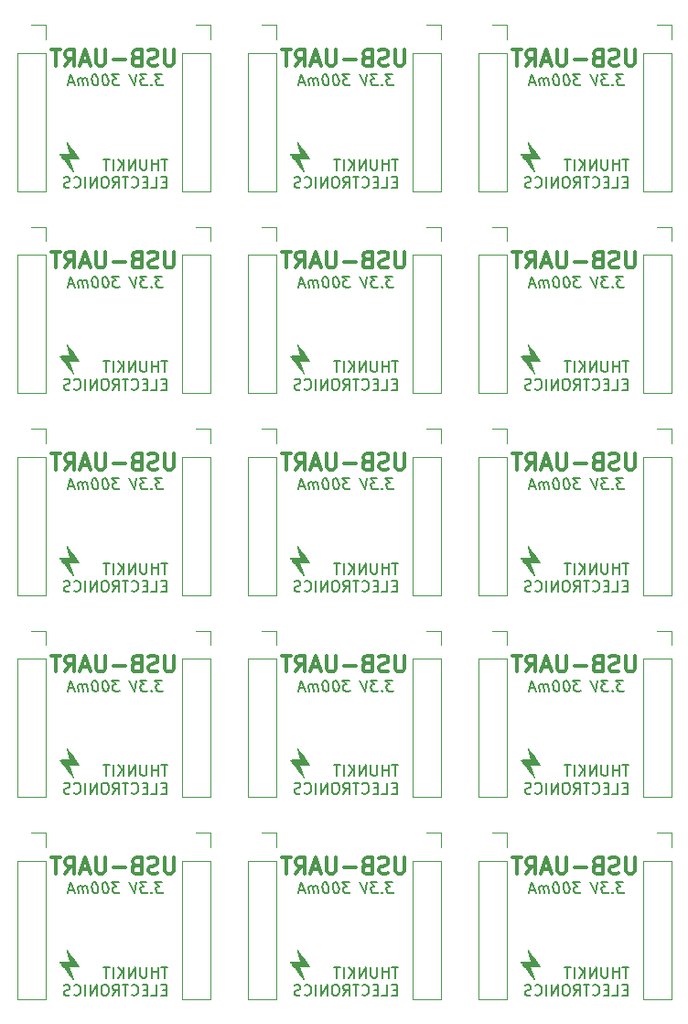
<source format=gbo>
G04 #@! TF.FileFunction,Legend,Bot*
%FSLAX46Y46*%
G04 Gerber Fmt 4.6, Leading zero omitted, Abs format (unit mm)*
G04 Created by KiCad (PCBNEW 4.0.5+dfsg1-4) date Mon Jul 16 11:57:44 2018*
%MOMM*%
%LPD*%
G01*
G04 APERTURE LIST*
%ADD10C,0.100000*%
%ADD11C,0.300000*%
%ADD12C,0.150000*%
%ADD13C,0.010000*%
%ADD14C,0.120000*%
G04 APERTURE END LIST*
D10*
D11*
X132444428Y-128083571D02*
X132444428Y-129297857D01*
X132373000Y-129440714D01*
X132301571Y-129512143D01*
X132158714Y-129583571D01*
X131873000Y-129583571D01*
X131730142Y-129512143D01*
X131658714Y-129440714D01*
X131587285Y-129297857D01*
X131587285Y-128083571D01*
X130944428Y-129512143D02*
X130730142Y-129583571D01*
X130372999Y-129583571D01*
X130230142Y-129512143D01*
X130158713Y-129440714D01*
X130087285Y-129297857D01*
X130087285Y-129155000D01*
X130158713Y-129012143D01*
X130230142Y-128940714D01*
X130372999Y-128869286D01*
X130658713Y-128797857D01*
X130801571Y-128726429D01*
X130872999Y-128655000D01*
X130944428Y-128512143D01*
X130944428Y-128369286D01*
X130872999Y-128226429D01*
X130801571Y-128155000D01*
X130658713Y-128083571D01*
X130301571Y-128083571D01*
X130087285Y-128155000D01*
X128944428Y-128797857D02*
X128730142Y-128869286D01*
X128658714Y-128940714D01*
X128587285Y-129083571D01*
X128587285Y-129297857D01*
X128658714Y-129440714D01*
X128730142Y-129512143D01*
X128873000Y-129583571D01*
X129444428Y-129583571D01*
X129444428Y-128083571D01*
X128944428Y-128083571D01*
X128801571Y-128155000D01*
X128730142Y-128226429D01*
X128658714Y-128369286D01*
X128658714Y-128512143D01*
X128730142Y-128655000D01*
X128801571Y-128726429D01*
X128944428Y-128797857D01*
X129444428Y-128797857D01*
X127944428Y-129012143D02*
X126801571Y-129012143D01*
X126087285Y-128083571D02*
X126087285Y-129297857D01*
X126015857Y-129440714D01*
X125944428Y-129512143D01*
X125801571Y-129583571D01*
X125515857Y-129583571D01*
X125372999Y-129512143D01*
X125301571Y-129440714D01*
X125230142Y-129297857D01*
X125230142Y-128083571D01*
X124587285Y-129155000D02*
X123872999Y-129155000D01*
X124730142Y-129583571D02*
X124230142Y-128083571D01*
X123730142Y-129583571D01*
X122372999Y-129583571D02*
X122872999Y-128869286D01*
X123230142Y-129583571D02*
X123230142Y-128083571D01*
X122658714Y-128083571D01*
X122515856Y-128155000D01*
X122444428Y-128226429D01*
X122372999Y-128369286D01*
X122372999Y-128583571D01*
X122444428Y-128726429D01*
X122515856Y-128797857D01*
X122658714Y-128869286D01*
X123230142Y-128869286D01*
X121944428Y-128083571D02*
X121087285Y-128083571D01*
X121515856Y-129583571D02*
X121515856Y-128083571D01*
D12*
X131312500Y-130389381D02*
X130693452Y-130389381D01*
X131074405Y-130770333D01*
X130931547Y-130770333D01*
X130842261Y-130817952D01*
X130800594Y-130865571D01*
X130764880Y-130960810D01*
X130794642Y-131198905D01*
X130854166Y-131294143D01*
X130907737Y-131341762D01*
X131008928Y-131389381D01*
X131294643Y-131389381D01*
X131383928Y-131341762D01*
X131425595Y-131294143D01*
X130377976Y-131294143D02*
X130336309Y-131341762D01*
X130389881Y-131389381D01*
X130431547Y-131341762D01*
X130377976Y-131294143D01*
X130389881Y-131389381D01*
X129883929Y-130389381D02*
X129264881Y-130389381D01*
X129645834Y-130770333D01*
X129502976Y-130770333D01*
X129413690Y-130817952D01*
X129372023Y-130865571D01*
X129336309Y-130960810D01*
X129366071Y-131198905D01*
X129425595Y-131294143D01*
X129479166Y-131341762D01*
X129580357Y-131389381D01*
X129866072Y-131389381D01*
X129955357Y-131341762D01*
X129997024Y-131294143D01*
X128979167Y-130389381D02*
X128770834Y-131389381D01*
X128312500Y-130389381D01*
X127312500Y-130389381D02*
X126693452Y-130389381D01*
X127074405Y-130770333D01*
X126931547Y-130770333D01*
X126842261Y-130817952D01*
X126800594Y-130865571D01*
X126764880Y-130960810D01*
X126794642Y-131198905D01*
X126854166Y-131294143D01*
X126907737Y-131341762D01*
X127008928Y-131389381D01*
X127294643Y-131389381D01*
X127383928Y-131341762D01*
X127425595Y-131294143D01*
X126074405Y-130389381D02*
X125979166Y-130389381D01*
X125889880Y-130437000D01*
X125848213Y-130484619D01*
X125812499Y-130579857D01*
X125788690Y-130770333D01*
X125818452Y-131008429D01*
X125889880Y-131198905D01*
X125949404Y-131294143D01*
X126002975Y-131341762D01*
X126104166Y-131389381D01*
X126199405Y-131389381D01*
X126288690Y-131341762D01*
X126330357Y-131294143D01*
X126366071Y-131198905D01*
X126389881Y-131008429D01*
X126360119Y-130770333D01*
X126288690Y-130579857D01*
X126229166Y-130484619D01*
X126175595Y-130437000D01*
X126074405Y-130389381D01*
X125122024Y-130389381D02*
X125026785Y-130389381D01*
X124937499Y-130437000D01*
X124895832Y-130484619D01*
X124860118Y-130579857D01*
X124836309Y-130770333D01*
X124866071Y-131008429D01*
X124937499Y-131198905D01*
X124997023Y-131294143D01*
X125050594Y-131341762D01*
X125151785Y-131389381D01*
X125247024Y-131389381D01*
X125336309Y-131341762D01*
X125377976Y-131294143D01*
X125413690Y-131198905D01*
X125437500Y-131008429D01*
X125407738Y-130770333D01*
X125336309Y-130579857D01*
X125276785Y-130484619D01*
X125223214Y-130437000D01*
X125122024Y-130389381D01*
X124485119Y-131389381D02*
X124401785Y-130722714D01*
X124413690Y-130817952D02*
X124360119Y-130770333D01*
X124258928Y-130722714D01*
X124116070Y-130722714D01*
X124026785Y-130770333D01*
X123991070Y-130865571D01*
X124056547Y-131389381D01*
X123991070Y-130865571D02*
X123931547Y-130770333D01*
X123830356Y-130722714D01*
X123687499Y-130722714D01*
X123598214Y-130770333D01*
X123562499Y-130865571D01*
X123627976Y-131389381D01*
X123163690Y-131103667D02*
X122687499Y-131103667D01*
X123294643Y-131389381D02*
X122836310Y-130389381D01*
X122627976Y-131389381D01*
X131857762Y-138200381D02*
X131286333Y-138200381D01*
X131572048Y-139200381D02*
X131572048Y-138200381D01*
X130953000Y-139200381D02*
X130953000Y-138200381D01*
X130953000Y-138676571D02*
X130381571Y-138676571D01*
X130381571Y-139200381D02*
X130381571Y-138200381D01*
X129905381Y-138200381D02*
X129905381Y-139009905D01*
X129857762Y-139105143D01*
X129810143Y-139152762D01*
X129714905Y-139200381D01*
X129524428Y-139200381D01*
X129429190Y-139152762D01*
X129381571Y-139105143D01*
X129333952Y-139009905D01*
X129333952Y-138200381D01*
X128857762Y-139200381D02*
X128857762Y-138200381D01*
X128286333Y-139200381D01*
X128286333Y-138200381D01*
X127810143Y-139200381D02*
X127810143Y-138200381D01*
X127238714Y-139200381D02*
X127667286Y-138628952D01*
X127238714Y-138200381D02*
X127810143Y-138771810D01*
X126810143Y-139200381D02*
X126810143Y-138200381D01*
X126476810Y-138200381D02*
X125905381Y-138200381D01*
X126191096Y-139200381D02*
X126191096Y-138200381D01*
X131714905Y-140326571D02*
X131381571Y-140326571D01*
X131238714Y-140850381D02*
X131714905Y-140850381D01*
X131714905Y-139850381D01*
X131238714Y-139850381D01*
X130333952Y-140850381D02*
X130810143Y-140850381D01*
X130810143Y-139850381D01*
X130000619Y-140326571D02*
X129667285Y-140326571D01*
X129524428Y-140850381D02*
X130000619Y-140850381D01*
X130000619Y-139850381D01*
X129524428Y-139850381D01*
X128524428Y-140755143D02*
X128572047Y-140802762D01*
X128714904Y-140850381D01*
X128810142Y-140850381D01*
X128953000Y-140802762D01*
X129048238Y-140707524D01*
X129095857Y-140612286D01*
X129143476Y-140421810D01*
X129143476Y-140278952D01*
X129095857Y-140088476D01*
X129048238Y-139993238D01*
X128953000Y-139898000D01*
X128810142Y-139850381D01*
X128714904Y-139850381D01*
X128572047Y-139898000D01*
X128524428Y-139945619D01*
X128238714Y-139850381D02*
X127667285Y-139850381D01*
X127953000Y-140850381D02*
X127953000Y-139850381D01*
X126762523Y-140850381D02*
X127095857Y-140374190D01*
X127333952Y-140850381D02*
X127333952Y-139850381D01*
X126952999Y-139850381D01*
X126857761Y-139898000D01*
X126810142Y-139945619D01*
X126762523Y-140040857D01*
X126762523Y-140183714D01*
X126810142Y-140278952D01*
X126857761Y-140326571D01*
X126952999Y-140374190D01*
X127333952Y-140374190D01*
X126143476Y-139850381D02*
X125952999Y-139850381D01*
X125857761Y-139898000D01*
X125762523Y-139993238D01*
X125714904Y-140183714D01*
X125714904Y-140517048D01*
X125762523Y-140707524D01*
X125857761Y-140802762D01*
X125952999Y-140850381D01*
X126143476Y-140850381D01*
X126238714Y-140802762D01*
X126333952Y-140707524D01*
X126381571Y-140517048D01*
X126381571Y-140183714D01*
X126333952Y-139993238D01*
X126238714Y-139898000D01*
X126143476Y-139850381D01*
X125286333Y-140850381D02*
X125286333Y-139850381D01*
X124714904Y-140850381D01*
X124714904Y-139850381D01*
X124238714Y-140850381D02*
X124238714Y-139850381D01*
X123191095Y-140755143D02*
X123238714Y-140802762D01*
X123381571Y-140850381D01*
X123476809Y-140850381D01*
X123619667Y-140802762D01*
X123714905Y-140707524D01*
X123762524Y-140612286D01*
X123810143Y-140421810D01*
X123810143Y-140278952D01*
X123762524Y-140088476D01*
X123714905Y-139993238D01*
X123619667Y-139898000D01*
X123476809Y-139850381D01*
X123381571Y-139850381D01*
X123238714Y-139898000D01*
X123191095Y-139945619D01*
X122810143Y-140802762D02*
X122667286Y-140850381D01*
X122429190Y-140850381D01*
X122333952Y-140802762D01*
X122286333Y-140755143D01*
X122238714Y-140659905D01*
X122238714Y-140564667D01*
X122286333Y-140469429D01*
X122333952Y-140421810D01*
X122429190Y-140374190D01*
X122619667Y-140326571D01*
X122714905Y-140278952D01*
X122762524Y-140231333D01*
X122810143Y-140136095D01*
X122810143Y-140040857D01*
X122762524Y-139945619D01*
X122714905Y-139898000D01*
X122619667Y-139850381D01*
X122381571Y-139850381D01*
X122238714Y-139898000D01*
X153193762Y-138200381D02*
X152622333Y-138200381D01*
X152908048Y-139200381D02*
X152908048Y-138200381D01*
X152289000Y-139200381D02*
X152289000Y-138200381D01*
X152289000Y-138676571D02*
X151717571Y-138676571D01*
X151717571Y-139200381D02*
X151717571Y-138200381D01*
X151241381Y-138200381D02*
X151241381Y-139009905D01*
X151193762Y-139105143D01*
X151146143Y-139152762D01*
X151050905Y-139200381D01*
X150860428Y-139200381D01*
X150765190Y-139152762D01*
X150717571Y-139105143D01*
X150669952Y-139009905D01*
X150669952Y-138200381D01*
X150193762Y-139200381D02*
X150193762Y-138200381D01*
X149622333Y-139200381D01*
X149622333Y-138200381D01*
X149146143Y-139200381D02*
X149146143Y-138200381D01*
X148574714Y-139200381D02*
X149003286Y-138628952D01*
X148574714Y-138200381D02*
X149146143Y-138771810D01*
X148146143Y-139200381D02*
X148146143Y-138200381D01*
X147812810Y-138200381D02*
X147241381Y-138200381D01*
X147527096Y-139200381D02*
X147527096Y-138200381D01*
X153050905Y-140326571D02*
X152717571Y-140326571D01*
X152574714Y-140850381D02*
X153050905Y-140850381D01*
X153050905Y-139850381D01*
X152574714Y-139850381D01*
X151669952Y-140850381D02*
X152146143Y-140850381D01*
X152146143Y-139850381D01*
X151336619Y-140326571D02*
X151003285Y-140326571D01*
X150860428Y-140850381D02*
X151336619Y-140850381D01*
X151336619Y-139850381D01*
X150860428Y-139850381D01*
X149860428Y-140755143D02*
X149908047Y-140802762D01*
X150050904Y-140850381D01*
X150146142Y-140850381D01*
X150289000Y-140802762D01*
X150384238Y-140707524D01*
X150431857Y-140612286D01*
X150479476Y-140421810D01*
X150479476Y-140278952D01*
X150431857Y-140088476D01*
X150384238Y-139993238D01*
X150289000Y-139898000D01*
X150146142Y-139850381D01*
X150050904Y-139850381D01*
X149908047Y-139898000D01*
X149860428Y-139945619D01*
X149574714Y-139850381D02*
X149003285Y-139850381D01*
X149289000Y-140850381D02*
X149289000Y-139850381D01*
X148098523Y-140850381D02*
X148431857Y-140374190D01*
X148669952Y-140850381D02*
X148669952Y-139850381D01*
X148288999Y-139850381D01*
X148193761Y-139898000D01*
X148146142Y-139945619D01*
X148098523Y-140040857D01*
X148098523Y-140183714D01*
X148146142Y-140278952D01*
X148193761Y-140326571D01*
X148288999Y-140374190D01*
X148669952Y-140374190D01*
X147479476Y-139850381D02*
X147288999Y-139850381D01*
X147193761Y-139898000D01*
X147098523Y-139993238D01*
X147050904Y-140183714D01*
X147050904Y-140517048D01*
X147098523Y-140707524D01*
X147193761Y-140802762D01*
X147288999Y-140850381D01*
X147479476Y-140850381D01*
X147574714Y-140802762D01*
X147669952Y-140707524D01*
X147717571Y-140517048D01*
X147717571Y-140183714D01*
X147669952Y-139993238D01*
X147574714Y-139898000D01*
X147479476Y-139850381D01*
X146622333Y-140850381D02*
X146622333Y-139850381D01*
X146050904Y-140850381D01*
X146050904Y-139850381D01*
X145574714Y-140850381D02*
X145574714Y-139850381D01*
X144527095Y-140755143D02*
X144574714Y-140802762D01*
X144717571Y-140850381D01*
X144812809Y-140850381D01*
X144955667Y-140802762D01*
X145050905Y-140707524D01*
X145098524Y-140612286D01*
X145146143Y-140421810D01*
X145146143Y-140278952D01*
X145098524Y-140088476D01*
X145050905Y-139993238D01*
X144955667Y-139898000D01*
X144812809Y-139850381D01*
X144717571Y-139850381D01*
X144574714Y-139898000D01*
X144527095Y-139945619D01*
X144146143Y-140802762D02*
X144003286Y-140850381D01*
X143765190Y-140850381D01*
X143669952Y-140802762D01*
X143622333Y-140755143D01*
X143574714Y-140659905D01*
X143574714Y-140564667D01*
X143622333Y-140469429D01*
X143669952Y-140421810D01*
X143765190Y-140374190D01*
X143955667Y-140326571D01*
X144050905Y-140278952D01*
X144098524Y-140231333D01*
X144146143Y-140136095D01*
X144146143Y-140040857D01*
X144098524Y-139945619D01*
X144050905Y-139898000D01*
X143955667Y-139850381D01*
X143717571Y-139850381D01*
X143574714Y-139898000D01*
X152648500Y-130389381D02*
X152029452Y-130389381D01*
X152410405Y-130770333D01*
X152267547Y-130770333D01*
X152178261Y-130817952D01*
X152136594Y-130865571D01*
X152100880Y-130960810D01*
X152130642Y-131198905D01*
X152190166Y-131294143D01*
X152243737Y-131341762D01*
X152344928Y-131389381D01*
X152630643Y-131389381D01*
X152719928Y-131341762D01*
X152761595Y-131294143D01*
X151713976Y-131294143D02*
X151672309Y-131341762D01*
X151725881Y-131389381D01*
X151767547Y-131341762D01*
X151713976Y-131294143D01*
X151725881Y-131389381D01*
X151219929Y-130389381D02*
X150600881Y-130389381D01*
X150981834Y-130770333D01*
X150838976Y-130770333D01*
X150749690Y-130817952D01*
X150708023Y-130865571D01*
X150672309Y-130960810D01*
X150702071Y-131198905D01*
X150761595Y-131294143D01*
X150815166Y-131341762D01*
X150916357Y-131389381D01*
X151202072Y-131389381D01*
X151291357Y-131341762D01*
X151333024Y-131294143D01*
X150315167Y-130389381D02*
X150106834Y-131389381D01*
X149648500Y-130389381D01*
X148648500Y-130389381D02*
X148029452Y-130389381D01*
X148410405Y-130770333D01*
X148267547Y-130770333D01*
X148178261Y-130817952D01*
X148136594Y-130865571D01*
X148100880Y-130960810D01*
X148130642Y-131198905D01*
X148190166Y-131294143D01*
X148243737Y-131341762D01*
X148344928Y-131389381D01*
X148630643Y-131389381D01*
X148719928Y-131341762D01*
X148761595Y-131294143D01*
X147410405Y-130389381D02*
X147315166Y-130389381D01*
X147225880Y-130437000D01*
X147184213Y-130484619D01*
X147148499Y-130579857D01*
X147124690Y-130770333D01*
X147154452Y-131008429D01*
X147225880Y-131198905D01*
X147285404Y-131294143D01*
X147338975Y-131341762D01*
X147440166Y-131389381D01*
X147535405Y-131389381D01*
X147624690Y-131341762D01*
X147666357Y-131294143D01*
X147702071Y-131198905D01*
X147725881Y-131008429D01*
X147696119Y-130770333D01*
X147624690Y-130579857D01*
X147565166Y-130484619D01*
X147511595Y-130437000D01*
X147410405Y-130389381D01*
X146458024Y-130389381D02*
X146362785Y-130389381D01*
X146273499Y-130437000D01*
X146231832Y-130484619D01*
X146196118Y-130579857D01*
X146172309Y-130770333D01*
X146202071Y-131008429D01*
X146273499Y-131198905D01*
X146333023Y-131294143D01*
X146386594Y-131341762D01*
X146487785Y-131389381D01*
X146583024Y-131389381D01*
X146672309Y-131341762D01*
X146713976Y-131294143D01*
X146749690Y-131198905D01*
X146773500Y-131008429D01*
X146743738Y-130770333D01*
X146672309Y-130579857D01*
X146612785Y-130484619D01*
X146559214Y-130437000D01*
X146458024Y-130389381D01*
X145821119Y-131389381D02*
X145737785Y-130722714D01*
X145749690Y-130817952D02*
X145696119Y-130770333D01*
X145594928Y-130722714D01*
X145452070Y-130722714D01*
X145362785Y-130770333D01*
X145327070Y-130865571D01*
X145392547Y-131389381D01*
X145327070Y-130865571D02*
X145267547Y-130770333D01*
X145166356Y-130722714D01*
X145023499Y-130722714D01*
X144934214Y-130770333D01*
X144898499Y-130865571D01*
X144963976Y-131389381D01*
X144499690Y-131103667D02*
X144023499Y-131103667D01*
X144630643Y-131389381D02*
X144172310Y-130389381D01*
X143963976Y-131389381D01*
D11*
X153780428Y-128083571D02*
X153780428Y-129297857D01*
X153709000Y-129440714D01*
X153637571Y-129512143D01*
X153494714Y-129583571D01*
X153209000Y-129583571D01*
X153066142Y-129512143D01*
X152994714Y-129440714D01*
X152923285Y-129297857D01*
X152923285Y-128083571D01*
X152280428Y-129512143D02*
X152066142Y-129583571D01*
X151708999Y-129583571D01*
X151566142Y-129512143D01*
X151494713Y-129440714D01*
X151423285Y-129297857D01*
X151423285Y-129155000D01*
X151494713Y-129012143D01*
X151566142Y-128940714D01*
X151708999Y-128869286D01*
X151994713Y-128797857D01*
X152137571Y-128726429D01*
X152208999Y-128655000D01*
X152280428Y-128512143D01*
X152280428Y-128369286D01*
X152208999Y-128226429D01*
X152137571Y-128155000D01*
X151994713Y-128083571D01*
X151637571Y-128083571D01*
X151423285Y-128155000D01*
X150280428Y-128797857D02*
X150066142Y-128869286D01*
X149994714Y-128940714D01*
X149923285Y-129083571D01*
X149923285Y-129297857D01*
X149994714Y-129440714D01*
X150066142Y-129512143D01*
X150209000Y-129583571D01*
X150780428Y-129583571D01*
X150780428Y-128083571D01*
X150280428Y-128083571D01*
X150137571Y-128155000D01*
X150066142Y-128226429D01*
X149994714Y-128369286D01*
X149994714Y-128512143D01*
X150066142Y-128655000D01*
X150137571Y-128726429D01*
X150280428Y-128797857D01*
X150780428Y-128797857D01*
X149280428Y-129012143D02*
X148137571Y-129012143D01*
X147423285Y-128083571D02*
X147423285Y-129297857D01*
X147351857Y-129440714D01*
X147280428Y-129512143D01*
X147137571Y-129583571D01*
X146851857Y-129583571D01*
X146708999Y-129512143D01*
X146637571Y-129440714D01*
X146566142Y-129297857D01*
X146566142Y-128083571D01*
X145923285Y-129155000D02*
X145208999Y-129155000D01*
X146066142Y-129583571D02*
X145566142Y-128083571D01*
X145066142Y-129583571D01*
X143708999Y-129583571D02*
X144208999Y-128869286D01*
X144566142Y-129583571D02*
X144566142Y-128083571D01*
X143994714Y-128083571D01*
X143851856Y-128155000D01*
X143780428Y-128226429D01*
X143708999Y-128369286D01*
X143708999Y-128583571D01*
X143780428Y-128726429D01*
X143851856Y-128797857D01*
X143994714Y-128869286D01*
X144566142Y-128869286D01*
X143280428Y-128083571D02*
X142423285Y-128083571D01*
X142851856Y-129583571D02*
X142851856Y-128083571D01*
D12*
X173984500Y-130389381D02*
X173365452Y-130389381D01*
X173746405Y-130770333D01*
X173603547Y-130770333D01*
X173514261Y-130817952D01*
X173472594Y-130865571D01*
X173436880Y-130960810D01*
X173466642Y-131198905D01*
X173526166Y-131294143D01*
X173579737Y-131341762D01*
X173680928Y-131389381D01*
X173966643Y-131389381D01*
X174055928Y-131341762D01*
X174097595Y-131294143D01*
X173049976Y-131294143D02*
X173008309Y-131341762D01*
X173061881Y-131389381D01*
X173103547Y-131341762D01*
X173049976Y-131294143D01*
X173061881Y-131389381D01*
X172555929Y-130389381D02*
X171936881Y-130389381D01*
X172317834Y-130770333D01*
X172174976Y-130770333D01*
X172085690Y-130817952D01*
X172044023Y-130865571D01*
X172008309Y-130960810D01*
X172038071Y-131198905D01*
X172097595Y-131294143D01*
X172151166Y-131341762D01*
X172252357Y-131389381D01*
X172538072Y-131389381D01*
X172627357Y-131341762D01*
X172669024Y-131294143D01*
X171651167Y-130389381D02*
X171442834Y-131389381D01*
X170984500Y-130389381D01*
X169984500Y-130389381D02*
X169365452Y-130389381D01*
X169746405Y-130770333D01*
X169603547Y-130770333D01*
X169514261Y-130817952D01*
X169472594Y-130865571D01*
X169436880Y-130960810D01*
X169466642Y-131198905D01*
X169526166Y-131294143D01*
X169579737Y-131341762D01*
X169680928Y-131389381D01*
X169966643Y-131389381D01*
X170055928Y-131341762D01*
X170097595Y-131294143D01*
X168746405Y-130389381D02*
X168651166Y-130389381D01*
X168561880Y-130437000D01*
X168520213Y-130484619D01*
X168484499Y-130579857D01*
X168460690Y-130770333D01*
X168490452Y-131008429D01*
X168561880Y-131198905D01*
X168621404Y-131294143D01*
X168674975Y-131341762D01*
X168776166Y-131389381D01*
X168871405Y-131389381D01*
X168960690Y-131341762D01*
X169002357Y-131294143D01*
X169038071Y-131198905D01*
X169061881Y-131008429D01*
X169032119Y-130770333D01*
X168960690Y-130579857D01*
X168901166Y-130484619D01*
X168847595Y-130437000D01*
X168746405Y-130389381D01*
X167794024Y-130389381D02*
X167698785Y-130389381D01*
X167609499Y-130437000D01*
X167567832Y-130484619D01*
X167532118Y-130579857D01*
X167508309Y-130770333D01*
X167538071Y-131008429D01*
X167609499Y-131198905D01*
X167669023Y-131294143D01*
X167722594Y-131341762D01*
X167823785Y-131389381D01*
X167919024Y-131389381D01*
X168008309Y-131341762D01*
X168049976Y-131294143D01*
X168085690Y-131198905D01*
X168109500Y-131008429D01*
X168079738Y-130770333D01*
X168008309Y-130579857D01*
X167948785Y-130484619D01*
X167895214Y-130437000D01*
X167794024Y-130389381D01*
X167157119Y-131389381D02*
X167073785Y-130722714D01*
X167085690Y-130817952D02*
X167032119Y-130770333D01*
X166930928Y-130722714D01*
X166788070Y-130722714D01*
X166698785Y-130770333D01*
X166663070Y-130865571D01*
X166728547Y-131389381D01*
X166663070Y-130865571D02*
X166603547Y-130770333D01*
X166502356Y-130722714D01*
X166359499Y-130722714D01*
X166270214Y-130770333D01*
X166234499Y-130865571D01*
X166299976Y-131389381D01*
X165835690Y-131103667D02*
X165359499Y-131103667D01*
X165966643Y-131389381D02*
X165508310Y-130389381D01*
X165299976Y-131389381D01*
X174529762Y-138200381D02*
X173958333Y-138200381D01*
X174244048Y-139200381D02*
X174244048Y-138200381D01*
X173625000Y-139200381D02*
X173625000Y-138200381D01*
X173625000Y-138676571D02*
X173053571Y-138676571D01*
X173053571Y-139200381D02*
X173053571Y-138200381D01*
X172577381Y-138200381D02*
X172577381Y-139009905D01*
X172529762Y-139105143D01*
X172482143Y-139152762D01*
X172386905Y-139200381D01*
X172196428Y-139200381D01*
X172101190Y-139152762D01*
X172053571Y-139105143D01*
X172005952Y-139009905D01*
X172005952Y-138200381D01*
X171529762Y-139200381D02*
X171529762Y-138200381D01*
X170958333Y-139200381D01*
X170958333Y-138200381D01*
X170482143Y-139200381D02*
X170482143Y-138200381D01*
X169910714Y-139200381D02*
X170339286Y-138628952D01*
X169910714Y-138200381D02*
X170482143Y-138771810D01*
X169482143Y-139200381D02*
X169482143Y-138200381D01*
X169148810Y-138200381D02*
X168577381Y-138200381D01*
X168863096Y-139200381D02*
X168863096Y-138200381D01*
X174386905Y-140326571D02*
X174053571Y-140326571D01*
X173910714Y-140850381D02*
X174386905Y-140850381D01*
X174386905Y-139850381D01*
X173910714Y-139850381D01*
X173005952Y-140850381D02*
X173482143Y-140850381D01*
X173482143Y-139850381D01*
X172672619Y-140326571D02*
X172339285Y-140326571D01*
X172196428Y-140850381D02*
X172672619Y-140850381D01*
X172672619Y-139850381D01*
X172196428Y-139850381D01*
X171196428Y-140755143D02*
X171244047Y-140802762D01*
X171386904Y-140850381D01*
X171482142Y-140850381D01*
X171625000Y-140802762D01*
X171720238Y-140707524D01*
X171767857Y-140612286D01*
X171815476Y-140421810D01*
X171815476Y-140278952D01*
X171767857Y-140088476D01*
X171720238Y-139993238D01*
X171625000Y-139898000D01*
X171482142Y-139850381D01*
X171386904Y-139850381D01*
X171244047Y-139898000D01*
X171196428Y-139945619D01*
X170910714Y-139850381D02*
X170339285Y-139850381D01*
X170625000Y-140850381D02*
X170625000Y-139850381D01*
X169434523Y-140850381D02*
X169767857Y-140374190D01*
X170005952Y-140850381D02*
X170005952Y-139850381D01*
X169624999Y-139850381D01*
X169529761Y-139898000D01*
X169482142Y-139945619D01*
X169434523Y-140040857D01*
X169434523Y-140183714D01*
X169482142Y-140278952D01*
X169529761Y-140326571D01*
X169624999Y-140374190D01*
X170005952Y-140374190D01*
X168815476Y-139850381D02*
X168624999Y-139850381D01*
X168529761Y-139898000D01*
X168434523Y-139993238D01*
X168386904Y-140183714D01*
X168386904Y-140517048D01*
X168434523Y-140707524D01*
X168529761Y-140802762D01*
X168624999Y-140850381D01*
X168815476Y-140850381D01*
X168910714Y-140802762D01*
X169005952Y-140707524D01*
X169053571Y-140517048D01*
X169053571Y-140183714D01*
X169005952Y-139993238D01*
X168910714Y-139898000D01*
X168815476Y-139850381D01*
X167958333Y-140850381D02*
X167958333Y-139850381D01*
X167386904Y-140850381D01*
X167386904Y-139850381D01*
X166910714Y-140850381D02*
X166910714Y-139850381D01*
X165863095Y-140755143D02*
X165910714Y-140802762D01*
X166053571Y-140850381D01*
X166148809Y-140850381D01*
X166291667Y-140802762D01*
X166386905Y-140707524D01*
X166434524Y-140612286D01*
X166482143Y-140421810D01*
X166482143Y-140278952D01*
X166434524Y-140088476D01*
X166386905Y-139993238D01*
X166291667Y-139898000D01*
X166148809Y-139850381D01*
X166053571Y-139850381D01*
X165910714Y-139898000D01*
X165863095Y-139945619D01*
X165482143Y-140802762D02*
X165339286Y-140850381D01*
X165101190Y-140850381D01*
X165005952Y-140802762D01*
X164958333Y-140755143D01*
X164910714Y-140659905D01*
X164910714Y-140564667D01*
X164958333Y-140469429D01*
X165005952Y-140421810D01*
X165101190Y-140374190D01*
X165291667Y-140326571D01*
X165386905Y-140278952D01*
X165434524Y-140231333D01*
X165482143Y-140136095D01*
X165482143Y-140040857D01*
X165434524Y-139945619D01*
X165386905Y-139898000D01*
X165291667Y-139850381D01*
X165053571Y-139850381D01*
X164910714Y-139898000D01*
D11*
X175116428Y-128083571D02*
X175116428Y-129297857D01*
X175045000Y-129440714D01*
X174973571Y-129512143D01*
X174830714Y-129583571D01*
X174545000Y-129583571D01*
X174402142Y-129512143D01*
X174330714Y-129440714D01*
X174259285Y-129297857D01*
X174259285Y-128083571D01*
X173616428Y-129512143D02*
X173402142Y-129583571D01*
X173044999Y-129583571D01*
X172902142Y-129512143D01*
X172830713Y-129440714D01*
X172759285Y-129297857D01*
X172759285Y-129155000D01*
X172830713Y-129012143D01*
X172902142Y-128940714D01*
X173044999Y-128869286D01*
X173330713Y-128797857D01*
X173473571Y-128726429D01*
X173544999Y-128655000D01*
X173616428Y-128512143D01*
X173616428Y-128369286D01*
X173544999Y-128226429D01*
X173473571Y-128155000D01*
X173330713Y-128083571D01*
X172973571Y-128083571D01*
X172759285Y-128155000D01*
X171616428Y-128797857D02*
X171402142Y-128869286D01*
X171330714Y-128940714D01*
X171259285Y-129083571D01*
X171259285Y-129297857D01*
X171330714Y-129440714D01*
X171402142Y-129512143D01*
X171545000Y-129583571D01*
X172116428Y-129583571D01*
X172116428Y-128083571D01*
X171616428Y-128083571D01*
X171473571Y-128155000D01*
X171402142Y-128226429D01*
X171330714Y-128369286D01*
X171330714Y-128512143D01*
X171402142Y-128655000D01*
X171473571Y-128726429D01*
X171616428Y-128797857D01*
X172116428Y-128797857D01*
X170616428Y-129012143D02*
X169473571Y-129012143D01*
X168759285Y-128083571D02*
X168759285Y-129297857D01*
X168687857Y-129440714D01*
X168616428Y-129512143D01*
X168473571Y-129583571D01*
X168187857Y-129583571D01*
X168044999Y-129512143D01*
X167973571Y-129440714D01*
X167902142Y-129297857D01*
X167902142Y-128083571D01*
X167259285Y-129155000D02*
X166544999Y-129155000D01*
X167402142Y-129583571D02*
X166902142Y-128083571D01*
X166402142Y-129583571D01*
X165044999Y-129583571D02*
X165544999Y-128869286D01*
X165902142Y-129583571D02*
X165902142Y-128083571D01*
X165330714Y-128083571D01*
X165187856Y-128155000D01*
X165116428Y-128226429D01*
X165044999Y-128369286D01*
X165044999Y-128583571D01*
X165116428Y-128726429D01*
X165187856Y-128797857D01*
X165330714Y-128869286D01*
X165902142Y-128869286D01*
X164616428Y-128083571D02*
X163759285Y-128083571D01*
X164187856Y-129583571D02*
X164187856Y-128083571D01*
X132444428Y-109414571D02*
X132444428Y-110628857D01*
X132373000Y-110771714D01*
X132301571Y-110843143D01*
X132158714Y-110914571D01*
X131873000Y-110914571D01*
X131730142Y-110843143D01*
X131658714Y-110771714D01*
X131587285Y-110628857D01*
X131587285Y-109414571D01*
X130944428Y-110843143D02*
X130730142Y-110914571D01*
X130372999Y-110914571D01*
X130230142Y-110843143D01*
X130158713Y-110771714D01*
X130087285Y-110628857D01*
X130087285Y-110486000D01*
X130158713Y-110343143D01*
X130230142Y-110271714D01*
X130372999Y-110200286D01*
X130658713Y-110128857D01*
X130801571Y-110057429D01*
X130872999Y-109986000D01*
X130944428Y-109843143D01*
X130944428Y-109700286D01*
X130872999Y-109557429D01*
X130801571Y-109486000D01*
X130658713Y-109414571D01*
X130301571Y-109414571D01*
X130087285Y-109486000D01*
X128944428Y-110128857D02*
X128730142Y-110200286D01*
X128658714Y-110271714D01*
X128587285Y-110414571D01*
X128587285Y-110628857D01*
X128658714Y-110771714D01*
X128730142Y-110843143D01*
X128873000Y-110914571D01*
X129444428Y-110914571D01*
X129444428Y-109414571D01*
X128944428Y-109414571D01*
X128801571Y-109486000D01*
X128730142Y-109557429D01*
X128658714Y-109700286D01*
X128658714Y-109843143D01*
X128730142Y-109986000D01*
X128801571Y-110057429D01*
X128944428Y-110128857D01*
X129444428Y-110128857D01*
X127944428Y-110343143D02*
X126801571Y-110343143D01*
X126087285Y-109414571D02*
X126087285Y-110628857D01*
X126015857Y-110771714D01*
X125944428Y-110843143D01*
X125801571Y-110914571D01*
X125515857Y-110914571D01*
X125372999Y-110843143D01*
X125301571Y-110771714D01*
X125230142Y-110628857D01*
X125230142Y-109414571D01*
X124587285Y-110486000D02*
X123872999Y-110486000D01*
X124730142Y-110914571D02*
X124230142Y-109414571D01*
X123730142Y-110914571D01*
X122372999Y-110914571D02*
X122872999Y-110200286D01*
X123230142Y-110914571D02*
X123230142Y-109414571D01*
X122658714Y-109414571D01*
X122515856Y-109486000D01*
X122444428Y-109557429D01*
X122372999Y-109700286D01*
X122372999Y-109914571D01*
X122444428Y-110057429D01*
X122515856Y-110128857D01*
X122658714Y-110200286D01*
X123230142Y-110200286D01*
X121944428Y-109414571D02*
X121087285Y-109414571D01*
X121515856Y-110914571D02*
X121515856Y-109414571D01*
D12*
X131312500Y-111720381D02*
X130693452Y-111720381D01*
X131074405Y-112101333D01*
X130931547Y-112101333D01*
X130842261Y-112148952D01*
X130800594Y-112196571D01*
X130764880Y-112291810D01*
X130794642Y-112529905D01*
X130854166Y-112625143D01*
X130907737Y-112672762D01*
X131008928Y-112720381D01*
X131294643Y-112720381D01*
X131383928Y-112672762D01*
X131425595Y-112625143D01*
X130377976Y-112625143D02*
X130336309Y-112672762D01*
X130389881Y-112720381D01*
X130431547Y-112672762D01*
X130377976Y-112625143D01*
X130389881Y-112720381D01*
X129883929Y-111720381D02*
X129264881Y-111720381D01*
X129645834Y-112101333D01*
X129502976Y-112101333D01*
X129413690Y-112148952D01*
X129372023Y-112196571D01*
X129336309Y-112291810D01*
X129366071Y-112529905D01*
X129425595Y-112625143D01*
X129479166Y-112672762D01*
X129580357Y-112720381D01*
X129866072Y-112720381D01*
X129955357Y-112672762D01*
X129997024Y-112625143D01*
X128979167Y-111720381D02*
X128770834Y-112720381D01*
X128312500Y-111720381D01*
X127312500Y-111720381D02*
X126693452Y-111720381D01*
X127074405Y-112101333D01*
X126931547Y-112101333D01*
X126842261Y-112148952D01*
X126800594Y-112196571D01*
X126764880Y-112291810D01*
X126794642Y-112529905D01*
X126854166Y-112625143D01*
X126907737Y-112672762D01*
X127008928Y-112720381D01*
X127294643Y-112720381D01*
X127383928Y-112672762D01*
X127425595Y-112625143D01*
X126074405Y-111720381D02*
X125979166Y-111720381D01*
X125889880Y-111768000D01*
X125848213Y-111815619D01*
X125812499Y-111910857D01*
X125788690Y-112101333D01*
X125818452Y-112339429D01*
X125889880Y-112529905D01*
X125949404Y-112625143D01*
X126002975Y-112672762D01*
X126104166Y-112720381D01*
X126199405Y-112720381D01*
X126288690Y-112672762D01*
X126330357Y-112625143D01*
X126366071Y-112529905D01*
X126389881Y-112339429D01*
X126360119Y-112101333D01*
X126288690Y-111910857D01*
X126229166Y-111815619D01*
X126175595Y-111768000D01*
X126074405Y-111720381D01*
X125122024Y-111720381D02*
X125026785Y-111720381D01*
X124937499Y-111768000D01*
X124895832Y-111815619D01*
X124860118Y-111910857D01*
X124836309Y-112101333D01*
X124866071Y-112339429D01*
X124937499Y-112529905D01*
X124997023Y-112625143D01*
X125050594Y-112672762D01*
X125151785Y-112720381D01*
X125247024Y-112720381D01*
X125336309Y-112672762D01*
X125377976Y-112625143D01*
X125413690Y-112529905D01*
X125437500Y-112339429D01*
X125407738Y-112101333D01*
X125336309Y-111910857D01*
X125276785Y-111815619D01*
X125223214Y-111768000D01*
X125122024Y-111720381D01*
X124485119Y-112720381D02*
X124401785Y-112053714D01*
X124413690Y-112148952D02*
X124360119Y-112101333D01*
X124258928Y-112053714D01*
X124116070Y-112053714D01*
X124026785Y-112101333D01*
X123991070Y-112196571D01*
X124056547Y-112720381D01*
X123991070Y-112196571D02*
X123931547Y-112101333D01*
X123830356Y-112053714D01*
X123687499Y-112053714D01*
X123598214Y-112101333D01*
X123562499Y-112196571D01*
X123627976Y-112720381D01*
X123163690Y-112434667D02*
X122687499Y-112434667D01*
X123294643Y-112720381D02*
X122836310Y-111720381D01*
X122627976Y-112720381D01*
X131857762Y-119531381D02*
X131286333Y-119531381D01*
X131572048Y-120531381D02*
X131572048Y-119531381D01*
X130953000Y-120531381D02*
X130953000Y-119531381D01*
X130953000Y-120007571D02*
X130381571Y-120007571D01*
X130381571Y-120531381D02*
X130381571Y-119531381D01*
X129905381Y-119531381D02*
X129905381Y-120340905D01*
X129857762Y-120436143D01*
X129810143Y-120483762D01*
X129714905Y-120531381D01*
X129524428Y-120531381D01*
X129429190Y-120483762D01*
X129381571Y-120436143D01*
X129333952Y-120340905D01*
X129333952Y-119531381D01*
X128857762Y-120531381D02*
X128857762Y-119531381D01*
X128286333Y-120531381D01*
X128286333Y-119531381D01*
X127810143Y-120531381D02*
X127810143Y-119531381D01*
X127238714Y-120531381D02*
X127667286Y-119959952D01*
X127238714Y-119531381D02*
X127810143Y-120102810D01*
X126810143Y-120531381D02*
X126810143Y-119531381D01*
X126476810Y-119531381D02*
X125905381Y-119531381D01*
X126191096Y-120531381D02*
X126191096Y-119531381D01*
X131714905Y-121657571D02*
X131381571Y-121657571D01*
X131238714Y-122181381D02*
X131714905Y-122181381D01*
X131714905Y-121181381D01*
X131238714Y-121181381D01*
X130333952Y-122181381D02*
X130810143Y-122181381D01*
X130810143Y-121181381D01*
X130000619Y-121657571D02*
X129667285Y-121657571D01*
X129524428Y-122181381D02*
X130000619Y-122181381D01*
X130000619Y-121181381D01*
X129524428Y-121181381D01*
X128524428Y-122086143D02*
X128572047Y-122133762D01*
X128714904Y-122181381D01*
X128810142Y-122181381D01*
X128953000Y-122133762D01*
X129048238Y-122038524D01*
X129095857Y-121943286D01*
X129143476Y-121752810D01*
X129143476Y-121609952D01*
X129095857Y-121419476D01*
X129048238Y-121324238D01*
X128953000Y-121229000D01*
X128810142Y-121181381D01*
X128714904Y-121181381D01*
X128572047Y-121229000D01*
X128524428Y-121276619D01*
X128238714Y-121181381D02*
X127667285Y-121181381D01*
X127953000Y-122181381D02*
X127953000Y-121181381D01*
X126762523Y-122181381D02*
X127095857Y-121705190D01*
X127333952Y-122181381D02*
X127333952Y-121181381D01*
X126952999Y-121181381D01*
X126857761Y-121229000D01*
X126810142Y-121276619D01*
X126762523Y-121371857D01*
X126762523Y-121514714D01*
X126810142Y-121609952D01*
X126857761Y-121657571D01*
X126952999Y-121705190D01*
X127333952Y-121705190D01*
X126143476Y-121181381D02*
X125952999Y-121181381D01*
X125857761Y-121229000D01*
X125762523Y-121324238D01*
X125714904Y-121514714D01*
X125714904Y-121848048D01*
X125762523Y-122038524D01*
X125857761Y-122133762D01*
X125952999Y-122181381D01*
X126143476Y-122181381D01*
X126238714Y-122133762D01*
X126333952Y-122038524D01*
X126381571Y-121848048D01*
X126381571Y-121514714D01*
X126333952Y-121324238D01*
X126238714Y-121229000D01*
X126143476Y-121181381D01*
X125286333Y-122181381D02*
X125286333Y-121181381D01*
X124714904Y-122181381D01*
X124714904Y-121181381D01*
X124238714Y-122181381D02*
X124238714Y-121181381D01*
X123191095Y-122086143D02*
X123238714Y-122133762D01*
X123381571Y-122181381D01*
X123476809Y-122181381D01*
X123619667Y-122133762D01*
X123714905Y-122038524D01*
X123762524Y-121943286D01*
X123810143Y-121752810D01*
X123810143Y-121609952D01*
X123762524Y-121419476D01*
X123714905Y-121324238D01*
X123619667Y-121229000D01*
X123476809Y-121181381D01*
X123381571Y-121181381D01*
X123238714Y-121229000D01*
X123191095Y-121276619D01*
X122810143Y-122133762D02*
X122667286Y-122181381D01*
X122429190Y-122181381D01*
X122333952Y-122133762D01*
X122286333Y-122086143D01*
X122238714Y-121990905D01*
X122238714Y-121895667D01*
X122286333Y-121800429D01*
X122333952Y-121752810D01*
X122429190Y-121705190D01*
X122619667Y-121657571D01*
X122714905Y-121609952D01*
X122762524Y-121562333D01*
X122810143Y-121467095D01*
X122810143Y-121371857D01*
X122762524Y-121276619D01*
X122714905Y-121229000D01*
X122619667Y-121181381D01*
X122381571Y-121181381D01*
X122238714Y-121229000D01*
X153193762Y-119531381D02*
X152622333Y-119531381D01*
X152908048Y-120531381D02*
X152908048Y-119531381D01*
X152289000Y-120531381D02*
X152289000Y-119531381D01*
X152289000Y-120007571D02*
X151717571Y-120007571D01*
X151717571Y-120531381D02*
X151717571Y-119531381D01*
X151241381Y-119531381D02*
X151241381Y-120340905D01*
X151193762Y-120436143D01*
X151146143Y-120483762D01*
X151050905Y-120531381D01*
X150860428Y-120531381D01*
X150765190Y-120483762D01*
X150717571Y-120436143D01*
X150669952Y-120340905D01*
X150669952Y-119531381D01*
X150193762Y-120531381D02*
X150193762Y-119531381D01*
X149622333Y-120531381D01*
X149622333Y-119531381D01*
X149146143Y-120531381D02*
X149146143Y-119531381D01*
X148574714Y-120531381D02*
X149003286Y-119959952D01*
X148574714Y-119531381D02*
X149146143Y-120102810D01*
X148146143Y-120531381D02*
X148146143Y-119531381D01*
X147812810Y-119531381D02*
X147241381Y-119531381D01*
X147527096Y-120531381D02*
X147527096Y-119531381D01*
X153050905Y-121657571D02*
X152717571Y-121657571D01*
X152574714Y-122181381D02*
X153050905Y-122181381D01*
X153050905Y-121181381D01*
X152574714Y-121181381D01*
X151669952Y-122181381D02*
X152146143Y-122181381D01*
X152146143Y-121181381D01*
X151336619Y-121657571D02*
X151003285Y-121657571D01*
X150860428Y-122181381D02*
X151336619Y-122181381D01*
X151336619Y-121181381D01*
X150860428Y-121181381D01*
X149860428Y-122086143D02*
X149908047Y-122133762D01*
X150050904Y-122181381D01*
X150146142Y-122181381D01*
X150289000Y-122133762D01*
X150384238Y-122038524D01*
X150431857Y-121943286D01*
X150479476Y-121752810D01*
X150479476Y-121609952D01*
X150431857Y-121419476D01*
X150384238Y-121324238D01*
X150289000Y-121229000D01*
X150146142Y-121181381D01*
X150050904Y-121181381D01*
X149908047Y-121229000D01*
X149860428Y-121276619D01*
X149574714Y-121181381D02*
X149003285Y-121181381D01*
X149289000Y-122181381D02*
X149289000Y-121181381D01*
X148098523Y-122181381D02*
X148431857Y-121705190D01*
X148669952Y-122181381D02*
X148669952Y-121181381D01*
X148288999Y-121181381D01*
X148193761Y-121229000D01*
X148146142Y-121276619D01*
X148098523Y-121371857D01*
X148098523Y-121514714D01*
X148146142Y-121609952D01*
X148193761Y-121657571D01*
X148288999Y-121705190D01*
X148669952Y-121705190D01*
X147479476Y-121181381D02*
X147288999Y-121181381D01*
X147193761Y-121229000D01*
X147098523Y-121324238D01*
X147050904Y-121514714D01*
X147050904Y-121848048D01*
X147098523Y-122038524D01*
X147193761Y-122133762D01*
X147288999Y-122181381D01*
X147479476Y-122181381D01*
X147574714Y-122133762D01*
X147669952Y-122038524D01*
X147717571Y-121848048D01*
X147717571Y-121514714D01*
X147669952Y-121324238D01*
X147574714Y-121229000D01*
X147479476Y-121181381D01*
X146622333Y-122181381D02*
X146622333Y-121181381D01*
X146050904Y-122181381D01*
X146050904Y-121181381D01*
X145574714Y-122181381D02*
X145574714Y-121181381D01*
X144527095Y-122086143D02*
X144574714Y-122133762D01*
X144717571Y-122181381D01*
X144812809Y-122181381D01*
X144955667Y-122133762D01*
X145050905Y-122038524D01*
X145098524Y-121943286D01*
X145146143Y-121752810D01*
X145146143Y-121609952D01*
X145098524Y-121419476D01*
X145050905Y-121324238D01*
X144955667Y-121229000D01*
X144812809Y-121181381D01*
X144717571Y-121181381D01*
X144574714Y-121229000D01*
X144527095Y-121276619D01*
X144146143Y-122133762D02*
X144003286Y-122181381D01*
X143765190Y-122181381D01*
X143669952Y-122133762D01*
X143622333Y-122086143D01*
X143574714Y-121990905D01*
X143574714Y-121895667D01*
X143622333Y-121800429D01*
X143669952Y-121752810D01*
X143765190Y-121705190D01*
X143955667Y-121657571D01*
X144050905Y-121609952D01*
X144098524Y-121562333D01*
X144146143Y-121467095D01*
X144146143Y-121371857D01*
X144098524Y-121276619D01*
X144050905Y-121229000D01*
X143955667Y-121181381D01*
X143717571Y-121181381D01*
X143574714Y-121229000D01*
X152648500Y-111720381D02*
X152029452Y-111720381D01*
X152410405Y-112101333D01*
X152267547Y-112101333D01*
X152178261Y-112148952D01*
X152136594Y-112196571D01*
X152100880Y-112291810D01*
X152130642Y-112529905D01*
X152190166Y-112625143D01*
X152243737Y-112672762D01*
X152344928Y-112720381D01*
X152630643Y-112720381D01*
X152719928Y-112672762D01*
X152761595Y-112625143D01*
X151713976Y-112625143D02*
X151672309Y-112672762D01*
X151725881Y-112720381D01*
X151767547Y-112672762D01*
X151713976Y-112625143D01*
X151725881Y-112720381D01*
X151219929Y-111720381D02*
X150600881Y-111720381D01*
X150981834Y-112101333D01*
X150838976Y-112101333D01*
X150749690Y-112148952D01*
X150708023Y-112196571D01*
X150672309Y-112291810D01*
X150702071Y-112529905D01*
X150761595Y-112625143D01*
X150815166Y-112672762D01*
X150916357Y-112720381D01*
X151202072Y-112720381D01*
X151291357Y-112672762D01*
X151333024Y-112625143D01*
X150315167Y-111720381D02*
X150106834Y-112720381D01*
X149648500Y-111720381D01*
X148648500Y-111720381D02*
X148029452Y-111720381D01*
X148410405Y-112101333D01*
X148267547Y-112101333D01*
X148178261Y-112148952D01*
X148136594Y-112196571D01*
X148100880Y-112291810D01*
X148130642Y-112529905D01*
X148190166Y-112625143D01*
X148243737Y-112672762D01*
X148344928Y-112720381D01*
X148630643Y-112720381D01*
X148719928Y-112672762D01*
X148761595Y-112625143D01*
X147410405Y-111720381D02*
X147315166Y-111720381D01*
X147225880Y-111768000D01*
X147184213Y-111815619D01*
X147148499Y-111910857D01*
X147124690Y-112101333D01*
X147154452Y-112339429D01*
X147225880Y-112529905D01*
X147285404Y-112625143D01*
X147338975Y-112672762D01*
X147440166Y-112720381D01*
X147535405Y-112720381D01*
X147624690Y-112672762D01*
X147666357Y-112625143D01*
X147702071Y-112529905D01*
X147725881Y-112339429D01*
X147696119Y-112101333D01*
X147624690Y-111910857D01*
X147565166Y-111815619D01*
X147511595Y-111768000D01*
X147410405Y-111720381D01*
X146458024Y-111720381D02*
X146362785Y-111720381D01*
X146273499Y-111768000D01*
X146231832Y-111815619D01*
X146196118Y-111910857D01*
X146172309Y-112101333D01*
X146202071Y-112339429D01*
X146273499Y-112529905D01*
X146333023Y-112625143D01*
X146386594Y-112672762D01*
X146487785Y-112720381D01*
X146583024Y-112720381D01*
X146672309Y-112672762D01*
X146713976Y-112625143D01*
X146749690Y-112529905D01*
X146773500Y-112339429D01*
X146743738Y-112101333D01*
X146672309Y-111910857D01*
X146612785Y-111815619D01*
X146559214Y-111768000D01*
X146458024Y-111720381D01*
X145821119Y-112720381D02*
X145737785Y-112053714D01*
X145749690Y-112148952D02*
X145696119Y-112101333D01*
X145594928Y-112053714D01*
X145452070Y-112053714D01*
X145362785Y-112101333D01*
X145327070Y-112196571D01*
X145392547Y-112720381D01*
X145327070Y-112196571D02*
X145267547Y-112101333D01*
X145166356Y-112053714D01*
X145023499Y-112053714D01*
X144934214Y-112101333D01*
X144898499Y-112196571D01*
X144963976Y-112720381D01*
X144499690Y-112434667D02*
X144023499Y-112434667D01*
X144630643Y-112720381D02*
X144172310Y-111720381D01*
X143963976Y-112720381D01*
D11*
X153780428Y-109414571D02*
X153780428Y-110628857D01*
X153709000Y-110771714D01*
X153637571Y-110843143D01*
X153494714Y-110914571D01*
X153209000Y-110914571D01*
X153066142Y-110843143D01*
X152994714Y-110771714D01*
X152923285Y-110628857D01*
X152923285Y-109414571D01*
X152280428Y-110843143D02*
X152066142Y-110914571D01*
X151708999Y-110914571D01*
X151566142Y-110843143D01*
X151494713Y-110771714D01*
X151423285Y-110628857D01*
X151423285Y-110486000D01*
X151494713Y-110343143D01*
X151566142Y-110271714D01*
X151708999Y-110200286D01*
X151994713Y-110128857D01*
X152137571Y-110057429D01*
X152208999Y-109986000D01*
X152280428Y-109843143D01*
X152280428Y-109700286D01*
X152208999Y-109557429D01*
X152137571Y-109486000D01*
X151994713Y-109414571D01*
X151637571Y-109414571D01*
X151423285Y-109486000D01*
X150280428Y-110128857D02*
X150066142Y-110200286D01*
X149994714Y-110271714D01*
X149923285Y-110414571D01*
X149923285Y-110628857D01*
X149994714Y-110771714D01*
X150066142Y-110843143D01*
X150209000Y-110914571D01*
X150780428Y-110914571D01*
X150780428Y-109414571D01*
X150280428Y-109414571D01*
X150137571Y-109486000D01*
X150066142Y-109557429D01*
X149994714Y-109700286D01*
X149994714Y-109843143D01*
X150066142Y-109986000D01*
X150137571Y-110057429D01*
X150280428Y-110128857D01*
X150780428Y-110128857D01*
X149280428Y-110343143D02*
X148137571Y-110343143D01*
X147423285Y-109414571D02*
X147423285Y-110628857D01*
X147351857Y-110771714D01*
X147280428Y-110843143D01*
X147137571Y-110914571D01*
X146851857Y-110914571D01*
X146708999Y-110843143D01*
X146637571Y-110771714D01*
X146566142Y-110628857D01*
X146566142Y-109414571D01*
X145923285Y-110486000D02*
X145208999Y-110486000D01*
X146066142Y-110914571D02*
X145566142Y-109414571D01*
X145066142Y-110914571D01*
X143708999Y-110914571D02*
X144208999Y-110200286D01*
X144566142Y-110914571D02*
X144566142Y-109414571D01*
X143994714Y-109414571D01*
X143851856Y-109486000D01*
X143780428Y-109557429D01*
X143708999Y-109700286D01*
X143708999Y-109914571D01*
X143780428Y-110057429D01*
X143851856Y-110128857D01*
X143994714Y-110200286D01*
X144566142Y-110200286D01*
X143280428Y-109414571D02*
X142423285Y-109414571D01*
X142851856Y-110914571D02*
X142851856Y-109414571D01*
X175116428Y-109414571D02*
X175116428Y-110628857D01*
X175045000Y-110771714D01*
X174973571Y-110843143D01*
X174830714Y-110914571D01*
X174545000Y-110914571D01*
X174402142Y-110843143D01*
X174330714Y-110771714D01*
X174259285Y-110628857D01*
X174259285Y-109414571D01*
X173616428Y-110843143D02*
X173402142Y-110914571D01*
X173044999Y-110914571D01*
X172902142Y-110843143D01*
X172830713Y-110771714D01*
X172759285Y-110628857D01*
X172759285Y-110486000D01*
X172830713Y-110343143D01*
X172902142Y-110271714D01*
X173044999Y-110200286D01*
X173330713Y-110128857D01*
X173473571Y-110057429D01*
X173544999Y-109986000D01*
X173616428Y-109843143D01*
X173616428Y-109700286D01*
X173544999Y-109557429D01*
X173473571Y-109486000D01*
X173330713Y-109414571D01*
X172973571Y-109414571D01*
X172759285Y-109486000D01*
X171616428Y-110128857D02*
X171402142Y-110200286D01*
X171330714Y-110271714D01*
X171259285Y-110414571D01*
X171259285Y-110628857D01*
X171330714Y-110771714D01*
X171402142Y-110843143D01*
X171545000Y-110914571D01*
X172116428Y-110914571D01*
X172116428Y-109414571D01*
X171616428Y-109414571D01*
X171473571Y-109486000D01*
X171402142Y-109557429D01*
X171330714Y-109700286D01*
X171330714Y-109843143D01*
X171402142Y-109986000D01*
X171473571Y-110057429D01*
X171616428Y-110128857D01*
X172116428Y-110128857D01*
X170616428Y-110343143D02*
X169473571Y-110343143D01*
X168759285Y-109414571D02*
X168759285Y-110628857D01*
X168687857Y-110771714D01*
X168616428Y-110843143D01*
X168473571Y-110914571D01*
X168187857Y-110914571D01*
X168044999Y-110843143D01*
X167973571Y-110771714D01*
X167902142Y-110628857D01*
X167902142Y-109414571D01*
X167259285Y-110486000D02*
X166544999Y-110486000D01*
X167402142Y-110914571D02*
X166902142Y-109414571D01*
X166402142Y-110914571D01*
X165044999Y-110914571D02*
X165544999Y-110200286D01*
X165902142Y-110914571D02*
X165902142Y-109414571D01*
X165330714Y-109414571D01*
X165187856Y-109486000D01*
X165116428Y-109557429D01*
X165044999Y-109700286D01*
X165044999Y-109914571D01*
X165116428Y-110057429D01*
X165187856Y-110128857D01*
X165330714Y-110200286D01*
X165902142Y-110200286D01*
X164616428Y-109414571D02*
X163759285Y-109414571D01*
X164187856Y-110914571D02*
X164187856Y-109414571D01*
D12*
X174529762Y-119531381D02*
X173958333Y-119531381D01*
X174244048Y-120531381D02*
X174244048Y-119531381D01*
X173625000Y-120531381D02*
X173625000Y-119531381D01*
X173625000Y-120007571D02*
X173053571Y-120007571D01*
X173053571Y-120531381D02*
X173053571Y-119531381D01*
X172577381Y-119531381D02*
X172577381Y-120340905D01*
X172529762Y-120436143D01*
X172482143Y-120483762D01*
X172386905Y-120531381D01*
X172196428Y-120531381D01*
X172101190Y-120483762D01*
X172053571Y-120436143D01*
X172005952Y-120340905D01*
X172005952Y-119531381D01*
X171529762Y-120531381D02*
X171529762Y-119531381D01*
X170958333Y-120531381D01*
X170958333Y-119531381D01*
X170482143Y-120531381D02*
X170482143Y-119531381D01*
X169910714Y-120531381D02*
X170339286Y-119959952D01*
X169910714Y-119531381D02*
X170482143Y-120102810D01*
X169482143Y-120531381D02*
X169482143Y-119531381D01*
X169148810Y-119531381D02*
X168577381Y-119531381D01*
X168863096Y-120531381D02*
X168863096Y-119531381D01*
X174386905Y-121657571D02*
X174053571Y-121657571D01*
X173910714Y-122181381D02*
X174386905Y-122181381D01*
X174386905Y-121181381D01*
X173910714Y-121181381D01*
X173005952Y-122181381D02*
X173482143Y-122181381D01*
X173482143Y-121181381D01*
X172672619Y-121657571D02*
X172339285Y-121657571D01*
X172196428Y-122181381D02*
X172672619Y-122181381D01*
X172672619Y-121181381D01*
X172196428Y-121181381D01*
X171196428Y-122086143D02*
X171244047Y-122133762D01*
X171386904Y-122181381D01*
X171482142Y-122181381D01*
X171625000Y-122133762D01*
X171720238Y-122038524D01*
X171767857Y-121943286D01*
X171815476Y-121752810D01*
X171815476Y-121609952D01*
X171767857Y-121419476D01*
X171720238Y-121324238D01*
X171625000Y-121229000D01*
X171482142Y-121181381D01*
X171386904Y-121181381D01*
X171244047Y-121229000D01*
X171196428Y-121276619D01*
X170910714Y-121181381D02*
X170339285Y-121181381D01*
X170625000Y-122181381D02*
X170625000Y-121181381D01*
X169434523Y-122181381D02*
X169767857Y-121705190D01*
X170005952Y-122181381D02*
X170005952Y-121181381D01*
X169624999Y-121181381D01*
X169529761Y-121229000D01*
X169482142Y-121276619D01*
X169434523Y-121371857D01*
X169434523Y-121514714D01*
X169482142Y-121609952D01*
X169529761Y-121657571D01*
X169624999Y-121705190D01*
X170005952Y-121705190D01*
X168815476Y-121181381D02*
X168624999Y-121181381D01*
X168529761Y-121229000D01*
X168434523Y-121324238D01*
X168386904Y-121514714D01*
X168386904Y-121848048D01*
X168434523Y-122038524D01*
X168529761Y-122133762D01*
X168624999Y-122181381D01*
X168815476Y-122181381D01*
X168910714Y-122133762D01*
X169005952Y-122038524D01*
X169053571Y-121848048D01*
X169053571Y-121514714D01*
X169005952Y-121324238D01*
X168910714Y-121229000D01*
X168815476Y-121181381D01*
X167958333Y-122181381D02*
X167958333Y-121181381D01*
X167386904Y-122181381D01*
X167386904Y-121181381D01*
X166910714Y-122181381D02*
X166910714Y-121181381D01*
X165863095Y-122086143D02*
X165910714Y-122133762D01*
X166053571Y-122181381D01*
X166148809Y-122181381D01*
X166291667Y-122133762D01*
X166386905Y-122038524D01*
X166434524Y-121943286D01*
X166482143Y-121752810D01*
X166482143Y-121609952D01*
X166434524Y-121419476D01*
X166386905Y-121324238D01*
X166291667Y-121229000D01*
X166148809Y-121181381D01*
X166053571Y-121181381D01*
X165910714Y-121229000D01*
X165863095Y-121276619D01*
X165482143Y-122133762D02*
X165339286Y-122181381D01*
X165101190Y-122181381D01*
X165005952Y-122133762D01*
X164958333Y-122086143D01*
X164910714Y-121990905D01*
X164910714Y-121895667D01*
X164958333Y-121800429D01*
X165005952Y-121752810D01*
X165101190Y-121705190D01*
X165291667Y-121657571D01*
X165386905Y-121609952D01*
X165434524Y-121562333D01*
X165482143Y-121467095D01*
X165482143Y-121371857D01*
X165434524Y-121276619D01*
X165386905Y-121229000D01*
X165291667Y-121181381D01*
X165053571Y-121181381D01*
X164910714Y-121229000D01*
X173984500Y-111720381D02*
X173365452Y-111720381D01*
X173746405Y-112101333D01*
X173603547Y-112101333D01*
X173514261Y-112148952D01*
X173472594Y-112196571D01*
X173436880Y-112291810D01*
X173466642Y-112529905D01*
X173526166Y-112625143D01*
X173579737Y-112672762D01*
X173680928Y-112720381D01*
X173966643Y-112720381D01*
X174055928Y-112672762D01*
X174097595Y-112625143D01*
X173049976Y-112625143D02*
X173008309Y-112672762D01*
X173061881Y-112720381D01*
X173103547Y-112672762D01*
X173049976Y-112625143D01*
X173061881Y-112720381D01*
X172555929Y-111720381D02*
X171936881Y-111720381D01*
X172317834Y-112101333D01*
X172174976Y-112101333D01*
X172085690Y-112148952D01*
X172044023Y-112196571D01*
X172008309Y-112291810D01*
X172038071Y-112529905D01*
X172097595Y-112625143D01*
X172151166Y-112672762D01*
X172252357Y-112720381D01*
X172538072Y-112720381D01*
X172627357Y-112672762D01*
X172669024Y-112625143D01*
X171651167Y-111720381D02*
X171442834Y-112720381D01*
X170984500Y-111720381D01*
X169984500Y-111720381D02*
X169365452Y-111720381D01*
X169746405Y-112101333D01*
X169603547Y-112101333D01*
X169514261Y-112148952D01*
X169472594Y-112196571D01*
X169436880Y-112291810D01*
X169466642Y-112529905D01*
X169526166Y-112625143D01*
X169579737Y-112672762D01*
X169680928Y-112720381D01*
X169966643Y-112720381D01*
X170055928Y-112672762D01*
X170097595Y-112625143D01*
X168746405Y-111720381D02*
X168651166Y-111720381D01*
X168561880Y-111768000D01*
X168520213Y-111815619D01*
X168484499Y-111910857D01*
X168460690Y-112101333D01*
X168490452Y-112339429D01*
X168561880Y-112529905D01*
X168621404Y-112625143D01*
X168674975Y-112672762D01*
X168776166Y-112720381D01*
X168871405Y-112720381D01*
X168960690Y-112672762D01*
X169002357Y-112625143D01*
X169038071Y-112529905D01*
X169061881Y-112339429D01*
X169032119Y-112101333D01*
X168960690Y-111910857D01*
X168901166Y-111815619D01*
X168847595Y-111768000D01*
X168746405Y-111720381D01*
X167794024Y-111720381D02*
X167698785Y-111720381D01*
X167609499Y-111768000D01*
X167567832Y-111815619D01*
X167532118Y-111910857D01*
X167508309Y-112101333D01*
X167538071Y-112339429D01*
X167609499Y-112529905D01*
X167669023Y-112625143D01*
X167722594Y-112672762D01*
X167823785Y-112720381D01*
X167919024Y-112720381D01*
X168008309Y-112672762D01*
X168049976Y-112625143D01*
X168085690Y-112529905D01*
X168109500Y-112339429D01*
X168079738Y-112101333D01*
X168008309Y-111910857D01*
X167948785Y-111815619D01*
X167895214Y-111768000D01*
X167794024Y-111720381D01*
X167157119Y-112720381D02*
X167073785Y-112053714D01*
X167085690Y-112148952D02*
X167032119Y-112101333D01*
X166930928Y-112053714D01*
X166788070Y-112053714D01*
X166698785Y-112101333D01*
X166663070Y-112196571D01*
X166728547Y-112720381D01*
X166663070Y-112196571D02*
X166603547Y-112101333D01*
X166502356Y-112053714D01*
X166359499Y-112053714D01*
X166270214Y-112101333D01*
X166234499Y-112196571D01*
X166299976Y-112720381D01*
X165835690Y-112434667D02*
X165359499Y-112434667D01*
X165966643Y-112720381D02*
X165508310Y-111720381D01*
X165299976Y-112720381D01*
D11*
X132444428Y-90745571D02*
X132444428Y-91959857D01*
X132373000Y-92102714D01*
X132301571Y-92174143D01*
X132158714Y-92245571D01*
X131873000Y-92245571D01*
X131730142Y-92174143D01*
X131658714Y-92102714D01*
X131587285Y-91959857D01*
X131587285Y-90745571D01*
X130944428Y-92174143D02*
X130730142Y-92245571D01*
X130372999Y-92245571D01*
X130230142Y-92174143D01*
X130158713Y-92102714D01*
X130087285Y-91959857D01*
X130087285Y-91817000D01*
X130158713Y-91674143D01*
X130230142Y-91602714D01*
X130372999Y-91531286D01*
X130658713Y-91459857D01*
X130801571Y-91388429D01*
X130872999Y-91317000D01*
X130944428Y-91174143D01*
X130944428Y-91031286D01*
X130872999Y-90888429D01*
X130801571Y-90817000D01*
X130658713Y-90745571D01*
X130301571Y-90745571D01*
X130087285Y-90817000D01*
X128944428Y-91459857D02*
X128730142Y-91531286D01*
X128658714Y-91602714D01*
X128587285Y-91745571D01*
X128587285Y-91959857D01*
X128658714Y-92102714D01*
X128730142Y-92174143D01*
X128873000Y-92245571D01*
X129444428Y-92245571D01*
X129444428Y-90745571D01*
X128944428Y-90745571D01*
X128801571Y-90817000D01*
X128730142Y-90888429D01*
X128658714Y-91031286D01*
X128658714Y-91174143D01*
X128730142Y-91317000D01*
X128801571Y-91388429D01*
X128944428Y-91459857D01*
X129444428Y-91459857D01*
X127944428Y-91674143D02*
X126801571Y-91674143D01*
X126087285Y-90745571D02*
X126087285Y-91959857D01*
X126015857Y-92102714D01*
X125944428Y-92174143D01*
X125801571Y-92245571D01*
X125515857Y-92245571D01*
X125372999Y-92174143D01*
X125301571Y-92102714D01*
X125230142Y-91959857D01*
X125230142Y-90745571D01*
X124587285Y-91817000D02*
X123872999Y-91817000D01*
X124730142Y-92245571D02*
X124230142Y-90745571D01*
X123730142Y-92245571D01*
X122372999Y-92245571D02*
X122872999Y-91531286D01*
X123230142Y-92245571D02*
X123230142Y-90745571D01*
X122658714Y-90745571D01*
X122515856Y-90817000D01*
X122444428Y-90888429D01*
X122372999Y-91031286D01*
X122372999Y-91245571D01*
X122444428Y-91388429D01*
X122515856Y-91459857D01*
X122658714Y-91531286D01*
X123230142Y-91531286D01*
X121944428Y-90745571D02*
X121087285Y-90745571D01*
X121515856Y-92245571D02*
X121515856Y-90745571D01*
D12*
X131312500Y-93051381D02*
X130693452Y-93051381D01*
X131074405Y-93432333D01*
X130931547Y-93432333D01*
X130842261Y-93479952D01*
X130800594Y-93527571D01*
X130764880Y-93622810D01*
X130794642Y-93860905D01*
X130854166Y-93956143D01*
X130907737Y-94003762D01*
X131008928Y-94051381D01*
X131294643Y-94051381D01*
X131383928Y-94003762D01*
X131425595Y-93956143D01*
X130377976Y-93956143D02*
X130336309Y-94003762D01*
X130389881Y-94051381D01*
X130431547Y-94003762D01*
X130377976Y-93956143D01*
X130389881Y-94051381D01*
X129883929Y-93051381D02*
X129264881Y-93051381D01*
X129645834Y-93432333D01*
X129502976Y-93432333D01*
X129413690Y-93479952D01*
X129372023Y-93527571D01*
X129336309Y-93622810D01*
X129366071Y-93860905D01*
X129425595Y-93956143D01*
X129479166Y-94003762D01*
X129580357Y-94051381D01*
X129866072Y-94051381D01*
X129955357Y-94003762D01*
X129997024Y-93956143D01*
X128979167Y-93051381D02*
X128770834Y-94051381D01*
X128312500Y-93051381D01*
X127312500Y-93051381D02*
X126693452Y-93051381D01*
X127074405Y-93432333D01*
X126931547Y-93432333D01*
X126842261Y-93479952D01*
X126800594Y-93527571D01*
X126764880Y-93622810D01*
X126794642Y-93860905D01*
X126854166Y-93956143D01*
X126907737Y-94003762D01*
X127008928Y-94051381D01*
X127294643Y-94051381D01*
X127383928Y-94003762D01*
X127425595Y-93956143D01*
X126074405Y-93051381D02*
X125979166Y-93051381D01*
X125889880Y-93099000D01*
X125848213Y-93146619D01*
X125812499Y-93241857D01*
X125788690Y-93432333D01*
X125818452Y-93670429D01*
X125889880Y-93860905D01*
X125949404Y-93956143D01*
X126002975Y-94003762D01*
X126104166Y-94051381D01*
X126199405Y-94051381D01*
X126288690Y-94003762D01*
X126330357Y-93956143D01*
X126366071Y-93860905D01*
X126389881Y-93670429D01*
X126360119Y-93432333D01*
X126288690Y-93241857D01*
X126229166Y-93146619D01*
X126175595Y-93099000D01*
X126074405Y-93051381D01*
X125122024Y-93051381D02*
X125026785Y-93051381D01*
X124937499Y-93099000D01*
X124895832Y-93146619D01*
X124860118Y-93241857D01*
X124836309Y-93432333D01*
X124866071Y-93670429D01*
X124937499Y-93860905D01*
X124997023Y-93956143D01*
X125050594Y-94003762D01*
X125151785Y-94051381D01*
X125247024Y-94051381D01*
X125336309Y-94003762D01*
X125377976Y-93956143D01*
X125413690Y-93860905D01*
X125437500Y-93670429D01*
X125407738Y-93432333D01*
X125336309Y-93241857D01*
X125276785Y-93146619D01*
X125223214Y-93099000D01*
X125122024Y-93051381D01*
X124485119Y-94051381D02*
X124401785Y-93384714D01*
X124413690Y-93479952D02*
X124360119Y-93432333D01*
X124258928Y-93384714D01*
X124116070Y-93384714D01*
X124026785Y-93432333D01*
X123991070Y-93527571D01*
X124056547Y-94051381D01*
X123991070Y-93527571D02*
X123931547Y-93432333D01*
X123830356Y-93384714D01*
X123687499Y-93384714D01*
X123598214Y-93432333D01*
X123562499Y-93527571D01*
X123627976Y-94051381D01*
X123163690Y-93765667D02*
X122687499Y-93765667D01*
X123294643Y-94051381D02*
X122836310Y-93051381D01*
X122627976Y-94051381D01*
X131857762Y-100862381D02*
X131286333Y-100862381D01*
X131572048Y-101862381D02*
X131572048Y-100862381D01*
X130953000Y-101862381D02*
X130953000Y-100862381D01*
X130953000Y-101338571D02*
X130381571Y-101338571D01*
X130381571Y-101862381D02*
X130381571Y-100862381D01*
X129905381Y-100862381D02*
X129905381Y-101671905D01*
X129857762Y-101767143D01*
X129810143Y-101814762D01*
X129714905Y-101862381D01*
X129524428Y-101862381D01*
X129429190Y-101814762D01*
X129381571Y-101767143D01*
X129333952Y-101671905D01*
X129333952Y-100862381D01*
X128857762Y-101862381D02*
X128857762Y-100862381D01*
X128286333Y-101862381D01*
X128286333Y-100862381D01*
X127810143Y-101862381D02*
X127810143Y-100862381D01*
X127238714Y-101862381D02*
X127667286Y-101290952D01*
X127238714Y-100862381D02*
X127810143Y-101433810D01*
X126810143Y-101862381D02*
X126810143Y-100862381D01*
X126476810Y-100862381D02*
X125905381Y-100862381D01*
X126191096Y-101862381D02*
X126191096Y-100862381D01*
X131714905Y-102988571D02*
X131381571Y-102988571D01*
X131238714Y-103512381D02*
X131714905Y-103512381D01*
X131714905Y-102512381D01*
X131238714Y-102512381D01*
X130333952Y-103512381D02*
X130810143Y-103512381D01*
X130810143Y-102512381D01*
X130000619Y-102988571D02*
X129667285Y-102988571D01*
X129524428Y-103512381D02*
X130000619Y-103512381D01*
X130000619Y-102512381D01*
X129524428Y-102512381D01*
X128524428Y-103417143D02*
X128572047Y-103464762D01*
X128714904Y-103512381D01*
X128810142Y-103512381D01*
X128953000Y-103464762D01*
X129048238Y-103369524D01*
X129095857Y-103274286D01*
X129143476Y-103083810D01*
X129143476Y-102940952D01*
X129095857Y-102750476D01*
X129048238Y-102655238D01*
X128953000Y-102560000D01*
X128810142Y-102512381D01*
X128714904Y-102512381D01*
X128572047Y-102560000D01*
X128524428Y-102607619D01*
X128238714Y-102512381D02*
X127667285Y-102512381D01*
X127953000Y-103512381D02*
X127953000Y-102512381D01*
X126762523Y-103512381D02*
X127095857Y-103036190D01*
X127333952Y-103512381D02*
X127333952Y-102512381D01*
X126952999Y-102512381D01*
X126857761Y-102560000D01*
X126810142Y-102607619D01*
X126762523Y-102702857D01*
X126762523Y-102845714D01*
X126810142Y-102940952D01*
X126857761Y-102988571D01*
X126952999Y-103036190D01*
X127333952Y-103036190D01*
X126143476Y-102512381D02*
X125952999Y-102512381D01*
X125857761Y-102560000D01*
X125762523Y-102655238D01*
X125714904Y-102845714D01*
X125714904Y-103179048D01*
X125762523Y-103369524D01*
X125857761Y-103464762D01*
X125952999Y-103512381D01*
X126143476Y-103512381D01*
X126238714Y-103464762D01*
X126333952Y-103369524D01*
X126381571Y-103179048D01*
X126381571Y-102845714D01*
X126333952Y-102655238D01*
X126238714Y-102560000D01*
X126143476Y-102512381D01*
X125286333Y-103512381D02*
X125286333Y-102512381D01*
X124714904Y-103512381D01*
X124714904Y-102512381D01*
X124238714Y-103512381D02*
X124238714Y-102512381D01*
X123191095Y-103417143D02*
X123238714Y-103464762D01*
X123381571Y-103512381D01*
X123476809Y-103512381D01*
X123619667Y-103464762D01*
X123714905Y-103369524D01*
X123762524Y-103274286D01*
X123810143Y-103083810D01*
X123810143Y-102940952D01*
X123762524Y-102750476D01*
X123714905Y-102655238D01*
X123619667Y-102560000D01*
X123476809Y-102512381D01*
X123381571Y-102512381D01*
X123238714Y-102560000D01*
X123191095Y-102607619D01*
X122810143Y-103464762D02*
X122667286Y-103512381D01*
X122429190Y-103512381D01*
X122333952Y-103464762D01*
X122286333Y-103417143D01*
X122238714Y-103321905D01*
X122238714Y-103226667D01*
X122286333Y-103131429D01*
X122333952Y-103083810D01*
X122429190Y-103036190D01*
X122619667Y-102988571D01*
X122714905Y-102940952D01*
X122762524Y-102893333D01*
X122810143Y-102798095D01*
X122810143Y-102702857D01*
X122762524Y-102607619D01*
X122714905Y-102560000D01*
X122619667Y-102512381D01*
X122381571Y-102512381D01*
X122238714Y-102560000D01*
X153193762Y-100862381D02*
X152622333Y-100862381D01*
X152908048Y-101862381D02*
X152908048Y-100862381D01*
X152289000Y-101862381D02*
X152289000Y-100862381D01*
X152289000Y-101338571D02*
X151717571Y-101338571D01*
X151717571Y-101862381D02*
X151717571Y-100862381D01*
X151241381Y-100862381D02*
X151241381Y-101671905D01*
X151193762Y-101767143D01*
X151146143Y-101814762D01*
X151050905Y-101862381D01*
X150860428Y-101862381D01*
X150765190Y-101814762D01*
X150717571Y-101767143D01*
X150669952Y-101671905D01*
X150669952Y-100862381D01*
X150193762Y-101862381D02*
X150193762Y-100862381D01*
X149622333Y-101862381D01*
X149622333Y-100862381D01*
X149146143Y-101862381D02*
X149146143Y-100862381D01*
X148574714Y-101862381D02*
X149003286Y-101290952D01*
X148574714Y-100862381D02*
X149146143Y-101433810D01*
X148146143Y-101862381D02*
X148146143Y-100862381D01*
X147812810Y-100862381D02*
X147241381Y-100862381D01*
X147527096Y-101862381D02*
X147527096Y-100862381D01*
X153050905Y-102988571D02*
X152717571Y-102988571D01*
X152574714Y-103512381D02*
X153050905Y-103512381D01*
X153050905Y-102512381D01*
X152574714Y-102512381D01*
X151669952Y-103512381D02*
X152146143Y-103512381D01*
X152146143Y-102512381D01*
X151336619Y-102988571D02*
X151003285Y-102988571D01*
X150860428Y-103512381D02*
X151336619Y-103512381D01*
X151336619Y-102512381D01*
X150860428Y-102512381D01*
X149860428Y-103417143D02*
X149908047Y-103464762D01*
X150050904Y-103512381D01*
X150146142Y-103512381D01*
X150289000Y-103464762D01*
X150384238Y-103369524D01*
X150431857Y-103274286D01*
X150479476Y-103083810D01*
X150479476Y-102940952D01*
X150431857Y-102750476D01*
X150384238Y-102655238D01*
X150289000Y-102560000D01*
X150146142Y-102512381D01*
X150050904Y-102512381D01*
X149908047Y-102560000D01*
X149860428Y-102607619D01*
X149574714Y-102512381D02*
X149003285Y-102512381D01*
X149289000Y-103512381D02*
X149289000Y-102512381D01*
X148098523Y-103512381D02*
X148431857Y-103036190D01*
X148669952Y-103512381D02*
X148669952Y-102512381D01*
X148288999Y-102512381D01*
X148193761Y-102560000D01*
X148146142Y-102607619D01*
X148098523Y-102702857D01*
X148098523Y-102845714D01*
X148146142Y-102940952D01*
X148193761Y-102988571D01*
X148288999Y-103036190D01*
X148669952Y-103036190D01*
X147479476Y-102512381D02*
X147288999Y-102512381D01*
X147193761Y-102560000D01*
X147098523Y-102655238D01*
X147050904Y-102845714D01*
X147050904Y-103179048D01*
X147098523Y-103369524D01*
X147193761Y-103464762D01*
X147288999Y-103512381D01*
X147479476Y-103512381D01*
X147574714Y-103464762D01*
X147669952Y-103369524D01*
X147717571Y-103179048D01*
X147717571Y-102845714D01*
X147669952Y-102655238D01*
X147574714Y-102560000D01*
X147479476Y-102512381D01*
X146622333Y-103512381D02*
X146622333Y-102512381D01*
X146050904Y-103512381D01*
X146050904Y-102512381D01*
X145574714Y-103512381D02*
X145574714Y-102512381D01*
X144527095Y-103417143D02*
X144574714Y-103464762D01*
X144717571Y-103512381D01*
X144812809Y-103512381D01*
X144955667Y-103464762D01*
X145050905Y-103369524D01*
X145098524Y-103274286D01*
X145146143Y-103083810D01*
X145146143Y-102940952D01*
X145098524Y-102750476D01*
X145050905Y-102655238D01*
X144955667Y-102560000D01*
X144812809Y-102512381D01*
X144717571Y-102512381D01*
X144574714Y-102560000D01*
X144527095Y-102607619D01*
X144146143Y-103464762D02*
X144003286Y-103512381D01*
X143765190Y-103512381D01*
X143669952Y-103464762D01*
X143622333Y-103417143D01*
X143574714Y-103321905D01*
X143574714Y-103226667D01*
X143622333Y-103131429D01*
X143669952Y-103083810D01*
X143765190Y-103036190D01*
X143955667Y-102988571D01*
X144050905Y-102940952D01*
X144098524Y-102893333D01*
X144146143Y-102798095D01*
X144146143Y-102702857D01*
X144098524Y-102607619D01*
X144050905Y-102560000D01*
X143955667Y-102512381D01*
X143717571Y-102512381D01*
X143574714Y-102560000D01*
X152648500Y-93051381D02*
X152029452Y-93051381D01*
X152410405Y-93432333D01*
X152267547Y-93432333D01*
X152178261Y-93479952D01*
X152136594Y-93527571D01*
X152100880Y-93622810D01*
X152130642Y-93860905D01*
X152190166Y-93956143D01*
X152243737Y-94003762D01*
X152344928Y-94051381D01*
X152630643Y-94051381D01*
X152719928Y-94003762D01*
X152761595Y-93956143D01*
X151713976Y-93956143D02*
X151672309Y-94003762D01*
X151725881Y-94051381D01*
X151767547Y-94003762D01*
X151713976Y-93956143D01*
X151725881Y-94051381D01*
X151219929Y-93051381D02*
X150600881Y-93051381D01*
X150981834Y-93432333D01*
X150838976Y-93432333D01*
X150749690Y-93479952D01*
X150708023Y-93527571D01*
X150672309Y-93622810D01*
X150702071Y-93860905D01*
X150761595Y-93956143D01*
X150815166Y-94003762D01*
X150916357Y-94051381D01*
X151202072Y-94051381D01*
X151291357Y-94003762D01*
X151333024Y-93956143D01*
X150315167Y-93051381D02*
X150106834Y-94051381D01*
X149648500Y-93051381D01*
X148648500Y-93051381D02*
X148029452Y-93051381D01*
X148410405Y-93432333D01*
X148267547Y-93432333D01*
X148178261Y-93479952D01*
X148136594Y-93527571D01*
X148100880Y-93622810D01*
X148130642Y-93860905D01*
X148190166Y-93956143D01*
X148243737Y-94003762D01*
X148344928Y-94051381D01*
X148630643Y-94051381D01*
X148719928Y-94003762D01*
X148761595Y-93956143D01*
X147410405Y-93051381D02*
X147315166Y-93051381D01*
X147225880Y-93099000D01*
X147184213Y-93146619D01*
X147148499Y-93241857D01*
X147124690Y-93432333D01*
X147154452Y-93670429D01*
X147225880Y-93860905D01*
X147285404Y-93956143D01*
X147338975Y-94003762D01*
X147440166Y-94051381D01*
X147535405Y-94051381D01*
X147624690Y-94003762D01*
X147666357Y-93956143D01*
X147702071Y-93860905D01*
X147725881Y-93670429D01*
X147696119Y-93432333D01*
X147624690Y-93241857D01*
X147565166Y-93146619D01*
X147511595Y-93099000D01*
X147410405Y-93051381D01*
X146458024Y-93051381D02*
X146362785Y-93051381D01*
X146273499Y-93099000D01*
X146231832Y-93146619D01*
X146196118Y-93241857D01*
X146172309Y-93432333D01*
X146202071Y-93670429D01*
X146273499Y-93860905D01*
X146333023Y-93956143D01*
X146386594Y-94003762D01*
X146487785Y-94051381D01*
X146583024Y-94051381D01*
X146672309Y-94003762D01*
X146713976Y-93956143D01*
X146749690Y-93860905D01*
X146773500Y-93670429D01*
X146743738Y-93432333D01*
X146672309Y-93241857D01*
X146612785Y-93146619D01*
X146559214Y-93099000D01*
X146458024Y-93051381D01*
X145821119Y-94051381D02*
X145737785Y-93384714D01*
X145749690Y-93479952D02*
X145696119Y-93432333D01*
X145594928Y-93384714D01*
X145452070Y-93384714D01*
X145362785Y-93432333D01*
X145327070Y-93527571D01*
X145392547Y-94051381D01*
X145327070Y-93527571D02*
X145267547Y-93432333D01*
X145166356Y-93384714D01*
X145023499Y-93384714D01*
X144934214Y-93432333D01*
X144898499Y-93527571D01*
X144963976Y-94051381D01*
X144499690Y-93765667D02*
X144023499Y-93765667D01*
X144630643Y-94051381D02*
X144172310Y-93051381D01*
X143963976Y-94051381D01*
D11*
X153780428Y-90745571D02*
X153780428Y-91959857D01*
X153709000Y-92102714D01*
X153637571Y-92174143D01*
X153494714Y-92245571D01*
X153209000Y-92245571D01*
X153066142Y-92174143D01*
X152994714Y-92102714D01*
X152923285Y-91959857D01*
X152923285Y-90745571D01*
X152280428Y-92174143D02*
X152066142Y-92245571D01*
X151708999Y-92245571D01*
X151566142Y-92174143D01*
X151494713Y-92102714D01*
X151423285Y-91959857D01*
X151423285Y-91817000D01*
X151494713Y-91674143D01*
X151566142Y-91602714D01*
X151708999Y-91531286D01*
X151994713Y-91459857D01*
X152137571Y-91388429D01*
X152208999Y-91317000D01*
X152280428Y-91174143D01*
X152280428Y-91031286D01*
X152208999Y-90888429D01*
X152137571Y-90817000D01*
X151994713Y-90745571D01*
X151637571Y-90745571D01*
X151423285Y-90817000D01*
X150280428Y-91459857D02*
X150066142Y-91531286D01*
X149994714Y-91602714D01*
X149923285Y-91745571D01*
X149923285Y-91959857D01*
X149994714Y-92102714D01*
X150066142Y-92174143D01*
X150209000Y-92245571D01*
X150780428Y-92245571D01*
X150780428Y-90745571D01*
X150280428Y-90745571D01*
X150137571Y-90817000D01*
X150066142Y-90888429D01*
X149994714Y-91031286D01*
X149994714Y-91174143D01*
X150066142Y-91317000D01*
X150137571Y-91388429D01*
X150280428Y-91459857D01*
X150780428Y-91459857D01*
X149280428Y-91674143D02*
X148137571Y-91674143D01*
X147423285Y-90745571D02*
X147423285Y-91959857D01*
X147351857Y-92102714D01*
X147280428Y-92174143D01*
X147137571Y-92245571D01*
X146851857Y-92245571D01*
X146708999Y-92174143D01*
X146637571Y-92102714D01*
X146566142Y-91959857D01*
X146566142Y-90745571D01*
X145923285Y-91817000D02*
X145208999Y-91817000D01*
X146066142Y-92245571D02*
X145566142Y-90745571D01*
X145066142Y-92245571D01*
X143708999Y-92245571D02*
X144208999Y-91531286D01*
X144566142Y-92245571D02*
X144566142Y-90745571D01*
X143994714Y-90745571D01*
X143851856Y-90817000D01*
X143780428Y-90888429D01*
X143708999Y-91031286D01*
X143708999Y-91245571D01*
X143780428Y-91388429D01*
X143851856Y-91459857D01*
X143994714Y-91531286D01*
X144566142Y-91531286D01*
X143280428Y-90745571D02*
X142423285Y-90745571D01*
X142851856Y-92245571D02*
X142851856Y-90745571D01*
D12*
X174529762Y-100862381D02*
X173958333Y-100862381D01*
X174244048Y-101862381D02*
X174244048Y-100862381D01*
X173625000Y-101862381D02*
X173625000Y-100862381D01*
X173625000Y-101338571D02*
X173053571Y-101338571D01*
X173053571Y-101862381D02*
X173053571Y-100862381D01*
X172577381Y-100862381D02*
X172577381Y-101671905D01*
X172529762Y-101767143D01*
X172482143Y-101814762D01*
X172386905Y-101862381D01*
X172196428Y-101862381D01*
X172101190Y-101814762D01*
X172053571Y-101767143D01*
X172005952Y-101671905D01*
X172005952Y-100862381D01*
X171529762Y-101862381D02*
X171529762Y-100862381D01*
X170958333Y-101862381D01*
X170958333Y-100862381D01*
X170482143Y-101862381D02*
X170482143Y-100862381D01*
X169910714Y-101862381D02*
X170339286Y-101290952D01*
X169910714Y-100862381D02*
X170482143Y-101433810D01*
X169482143Y-101862381D02*
X169482143Y-100862381D01*
X169148810Y-100862381D02*
X168577381Y-100862381D01*
X168863096Y-101862381D02*
X168863096Y-100862381D01*
X174386905Y-102988571D02*
X174053571Y-102988571D01*
X173910714Y-103512381D02*
X174386905Y-103512381D01*
X174386905Y-102512381D01*
X173910714Y-102512381D01*
X173005952Y-103512381D02*
X173482143Y-103512381D01*
X173482143Y-102512381D01*
X172672619Y-102988571D02*
X172339285Y-102988571D01*
X172196428Y-103512381D02*
X172672619Y-103512381D01*
X172672619Y-102512381D01*
X172196428Y-102512381D01*
X171196428Y-103417143D02*
X171244047Y-103464762D01*
X171386904Y-103512381D01*
X171482142Y-103512381D01*
X171625000Y-103464762D01*
X171720238Y-103369524D01*
X171767857Y-103274286D01*
X171815476Y-103083810D01*
X171815476Y-102940952D01*
X171767857Y-102750476D01*
X171720238Y-102655238D01*
X171625000Y-102560000D01*
X171482142Y-102512381D01*
X171386904Y-102512381D01*
X171244047Y-102560000D01*
X171196428Y-102607619D01*
X170910714Y-102512381D02*
X170339285Y-102512381D01*
X170625000Y-103512381D02*
X170625000Y-102512381D01*
X169434523Y-103512381D02*
X169767857Y-103036190D01*
X170005952Y-103512381D02*
X170005952Y-102512381D01*
X169624999Y-102512381D01*
X169529761Y-102560000D01*
X169482142Y-102607619D01*
X169434523Y-102702857D01*
X169434523Y-102845714D01*
X169482142Y-102940952D01*
X169529761Y-102988571D01*
X169624999Y-103036190D01*
X170005952Y-103036190D01*
X168815476Y-102512381D02*
X168624999Y-102512381D01*
X168529761Y-102560000D01*
X168434523Y-102655238D01*
X168386904Y-102845714D01*
X168386904Y-103179048D01*
X168434523Y-103369524D01*
X168529761Y-103464762D01*
X168624999Y-103512381D01*
X168815476Y-103512381D01*
X168910714Y-103464762D01*
X169005952Y-103369524D01*
X169053571Y-103179048D01*
X169053571Y-102845714D01*
X169005952Y-102655238D01*
X168910714Y-102560000D01*
X168815476Y-102512381D01*
X167958333Y-103512381D02*
X167958333Y-102512381D01*
X167386904Y-103512381D01*
X167386904Y-102512381D01*
X166910714Y-103512381D02*
X166910714Y-102512381D01*
X165863095Y-103417143D02*
X165910714Y-103464762D01*
X166053571Y-103512381D01*
X166148809Y-103512381D01*
X166291667Y-103464762D01*
X166386905Y-103369524D01*
X166434524Y-103274286D01*
X166482143Y-103083810D01*
X166482143Y-102940952D01*
X166434524Y-102750476D01*
X166386905Y-102655238D01*
X166291667Y-102560000D01*
X166148809Y-102512381D01*
X166053571Y-102512381D01*
X165910714Y-102560000D01*
X165863095Y-102607619D01*
X165482143Y-103464762D02*
X165339286Y-103512381D01*
X165101190Y-103512381D01*
X165005952Y-103464762D01*
X164958333Y-103417143D01*
X164910714Y-103321905D01*
X164910714Y-103226667D01*
X164958333Y-103131429D01*
X165005952Y-103083810D01*
X165101190Y-103036190D01*
X165291667Y-102988571D01*
X165386905Y-102940952D01*
X165434524Y-102893333D01*
X165482143Y-102798095D01*
X165482143Y-102702857D01*
X165434524Y-102607619D01*
X165386905Y-102560000D01*
X165291667Y-102512381D01*
X165053571Y-102512381D01*
X164910714Y-102560000D01*
X173984500Y-93051381D02*
X173365452Y-93051381D01*
X173746405Y-93432333D01*
X173603547Y-93432333D01*
X173514261Y-93479952D01*
X173472594Y-93527571D01*
X173436880Y-93622810D01*
X173466642Y-93860905D01*
X173526166Y-93956143D01*
X173579737Y-94003762D01*
X173680928Y-94051381D01*
X173966643Y-94051381D01*
X174055928Y-94003762D01*
X174097595Y-93956143D01*
X173049976Y-93956143D02*
X173008309Y-94003762D01*
X173061881Y-94051381D01*
X173103547Y-94003762D01*
X173049976Y-93956143D01*
X173061881Y-94051381D01*
X172555929Y-93051381D02*
X171936881Y-93051381D01*
X172317834Y-93432333D01*
X172174976Y-93432333D01*
X172085690Y-93479952D01*
X172044023Y-93527571D01*
X172008309Y-93622810D01*
X172038071Y-93860905D01*
X172097595Y-93956143D01*
X172151166Y-94003762D01*
X172252357Y-94051381D01*
X172538072Y-94051381D01*
X172627357Y-94003762D01*
X172669024Y-93956143D01*
X171651167Y-93051381D02*
X171442834Y-94051381D01*
X170984500Y-93051381D01*
X169984500Y-93051381D02*
X169365452Y-93051381D01*
X169746405Y-93432333D01*
X169603547Y-93432333D01*
X169514261Y-93479952D01*
X169472594Y-93527571D01*
X169436880Y-93622810D01*
X169466642Y-93860905D01*
X169526166Y-93956143D01*
X169579737Y-94003762D01*
X169680928Y-94051381D01*
X169966643Y-94051381D01*
X170055928Y-94003762D01*
X170097595Y-93956143D01*
X168746405Y-93051381D02*
X168651166Y-93051381D01*
X168561880Y-93099000D01*
X168520213Y-93146619D01*
X168484499Y-93241857D01*
X168460690Y-93432333D01*
X168490452Y-93670429D01*
X168561880Y-93860905D01*
X168621404Y-93956143D01*
X168674975Y-94003762D01*
X168776166Y-94051381D01*
X168871405Y-94051381D01*
X168960690Y-94003762D01*
X169002357Y-93956143D01*
X169038071Y-93860905D01*
X169061881Y-93670429D01*
X169032119Y-93432333D01*
X168960690Y-93241857D01*
X168901166Y-93146619D01*
X168847595Y-93099000D01*
X168746405Y-93051381D01*
X167794024Y-93051381D02*
X167698785Y-93051381D01*
X167609499Y-93099000D01*
X167567832Y-93146619D01*
X167532118Y-93241857D01*
X167508309Y-93432333D01*
X167538071Y-93670429D01*
X167609499Y-93860905D01*
X167669023Y-93956143D01*
X167722594Y-94003762D01*
X167823785Y-94051381D01*
X167919024Y-94051381D01*
X168008309Y-94003762D01*
X168049976Y-93956143D01*
X168085690Y-93860905D01*
X168109500Y-93670429D01*
X168079738Y-93432333D01*
X168008309Y-93241857D01*
X167948785Y-93146619D01*
X167895214Y-93099000D01*
X167794024Y-93051381D01*
X167157119Y-94051381D02*
X167073785Y-93384714D01*
X167085690Y-93479952D02*
X167032119Y-93432333D01*
X166930928Y-93384714D01*
X166788070Y-93384714D01*
X166698785Y-93432333D01*
X166663070Y-93527571D01*
X166728547Y-94051381D01*
X166663070Y-93527571D02*
X166603547Y-93432333D01*
X166502356Y-93384714D01*
X166359499Y-93384714D01*
X166270214Y-93432333D01*
X166234499Y-93527571D01*
X166299976Y-94051381D01*
X165835690Y-93765667D02*
X165359499Y-93765667D01*
X165966643Y-94051381D02*
X165508310Y-93051381D01*
X165299976Y-94051381D01*
D11*
X175116428Y-90745571D02*
X175116428Y-91959857D01*
X175045000Y-92102714D01*
X174973571Y-92174143D01*
X174830714Y-92245571D01*
X174545000Y-92245571D01*
X174402142Y-92174143D01*
X174330714Y-92102714D01*
X174259285Y-91959857D01*
X174259285Y-90745571D01*
X173616428Y-92174143D02*
X173402142Y-92245571D01*
X173044999Y-92245571D01*
X172902142Y-92174143D01*
X172830713Y-92102714D01*
X172759285Y-91959857D01*
X172759285Y-91817000D01*
X172830713Y-91674143D01*
X172902142Y-91602714D01*
X173044999Y-91531286D01*
X173330713Y-91459857D01*
X173473571Y-91388429D01*
X173544999Y-91317000D01*
X173616428Y-91174143D01*
X173616428Y-91031286D01*
X173544999Y-90888429D01*
X173473571Y-90817000D01*
X173330713Y-90745571D01*
X172973571Y-90745571D01*
X172759285Y-90817000D01*
X171616428Y-91459857D02*
X171402142Y-91531286D01*
X171330714Y-91602714D01*
X171259285Y-91745571D01*
X171259285Y-91959857D01*
X171330714Y-92102714D01*
X171402142Y-92174143D01*
X171545000Y-92245571D01*
X172116428Y-92245571D01*
X172116428Y-90745571D01*
X171616428Y-90745571D01*
X171473571Y-90817000D01*
X171402142Y-90888429D01*
X171330714Y-91031286D01*
X171330714Y-91174143D01*
X171402142Y-91317000D01*
X171473571Y-91388429D01*
X171616428Y-91459857D01*
X172116428Y-91459857D01*
X170616428Y-91674143D02*
X169473571Y-91674143D01*
X168759285Y-90745571D02*
X168759285Y-91959857D01*
X168687857Y-92102714D01*
X168616428Y-92174143D01*
X168473571Y-92245571D01*
X168187857Y-92245571D01*
X168044999Y-92174143D01*
X167973571Y-92102714D01*
X167902142Y-91959857D01*
X167902142Y-90745571D01*
X167259285Y-91817000D02*
X166544999Y-91817000D01*
X167402142Y-92245571D02*
X166902142Y-90745571D01*
X166402142Y-92245571D01*
X165044999Y-92245571D02*
X165544999Y-91531286D01*
X165902142Y-92245571D02*
X165902142Y-90745571D01*
X165330714Y-90745571D01*
X165187856Y-90817000D01*
X165116428Y-90888429D01*
X165044999Y-91031286D01*
X165044999Y-91245571D01*
X165116428Y-91388429D01*
X165187856Y-91459857D01*
X165330714Y-91531286D01*
X165902142Y-91531286D01*
X164616428Y-90745571D02*
X163759285Y-90745571D01*
X164187856Y-92245571D02*
X164187856Y-90745571D01*
D12*
X174529762Y-82193381D02*
X173958333Y-82193381D01*
X174244048Y-83193381D02*
X174244048Y-82193381D01*
X173625000Y-83193381D02*
X173625000Y-82193381D01*
X173625000Y-82669571D02*
X173053571Y-82669571D01*
X173053571Y-83193381D02*
X173053571Y-82193381D01*
X172577381Y-82193381D02*
X172577381Y-83002905D01*
X172529762Y-83098143D01*
X172482143Y-83145762D01*
X172386905Y-83193381D01*
X172196428Y-83193381D01*
X172101190Y-83145762D01*
X172053571Y-83098143D01*
X172005952Y-83002905D01*
X172005952Y-82193381D01*
X171529762Y-83193381D02*
X171529762Y-82193381D01*
X170958333Y-83193381D01*
X170958333Y-82193381D01*
X170482143Y-83193381D02*
X170482143Y-82193381D01*
X169910714Y-83193381D02*
X170339286Y-82621952D01*
X169910714Y-82193381D02*
X170482143Y-82764810D01*
X169482143Y-83193381D02*
X169482143Y-82193381D01*
X169148810Y-82193381D02*
X168577381Y-82193381D01*
X168863096Y-83193381D02*
X168863096Y-82193381D01*
X174386905Y-84319571D02*
X174053571Y-84319571D01*
X173910714Y-84843381D02*
X174386905Y-84843381D01*
X174386905Y-83843381D01*
X173910714Y-83843381D01*
X173005952Y-84843381D02*
X173482143Y-84843381D01*
X173482143Y-83843381D01*
X172672619Y-84319571D02*
X172339285Y-84319571D01*
X172196428Y-84843381D02*
X172672619Y-84843381D01*
X172672619Y-83843381D01*
X172196428Y-83843381D01*
X171196428Y-84748143D02*
X171244047Y-84795762D01*
X171386904Y-84843381D01*
X171482142Y-84843381D01*
X171625000Y-84795762D01*
X171720238Y-84700524D01*
X171767857Y-84605286D01*
X171815476Y-84414810D01*
X171815476Y-84271952D01*
X171767857Y-84081476D01*
X171720238Y-83986238D01*
X171625000Y-83891000D01*
X171482142Y-83843381D01*
X171386904Y-83843381D01*
X171244047Y-83891000D01*
X171196428Y-83938619D01*
X170910714Y-83843381D02*
X170339285Y-83843381D01*
X170625000Y-84843381D02*
X170625000Y-83843381D01*
X169434523Y-84843381D02*
X169767857Y-84367190D01*
X170005952Y-84843381D02*
X170005952Y-83843381D01*
X169624999Y-83843381D01*
X169529761Y-83891000D01*
X169482142Y-83938619D01*
X169434523Y-84033857D01*
X169434523Y-84176714D01*
X169482142Y-84271952D01*
X169529761Y-84319571D01*
X169624999Y-84367190D01*
X170005952Y-84367190D01*
X168815476Y-83843381D02*
X168624999Y-83843381D01*
X168529761Y-83891000D01*
X168434523Y-83986238D01*
X168386904Y-84176714D01*
X168386904Y-84510048D01*
X168434523Y-84700524D01*
X168529761Y-84795762D01*
X168624999Y-84843381D01*
X168815476Y-84843381D01*
X168910714Y-84795762D01*
X169005952Y-84700524D01*
X169053571Y-84510048D01*
X169053571Y-84176714D01*
X169005952Y-83986238D01*
X168910714Y-83891000D01*
X168815476Y-83843381D01*
X167958333Y-84843381D02*
X167958333Y-83843381D01*
X167386904Y-84843381D01*
X167386904Y-83843381D01*
X166910714Y-84843381D02*
X166910714Y-83843381D01*
X165863095Y-84748143D02*
X165910714Y-84795762D01*
X166053571Y-84843381D01*
X166148809Y-84843381D01*
X166291667Y-84795762D01*
X166386905Y-84700524D01*
X166434524Y-84605286D01*
X166482143Y-84414810D01*
X166482143Y-84271952D01*
X166434524Y-84081476D01*
X166386905Y-83986238D01*
X166291667Y-83891000D01*
X166148809Y-83843381D01*
X166053571Y-83843381D01*
X165910714Y-83891000D01*
X165863095Y-83938619D01*
X165482143Y-84795762D02*
X165339286Y-84843381D01*
X165101190Y-84843381D01*
X165005952Y-84795762D01*
X164958333Y-84748143D01*
X164910714Y-84652905D01*
X164910714Y-84557667D01*
X164958333Y-84462429D01*
X165005952Y-84414810D01*
X165101190Y-84367190D01*
X165291667Y-84319571D01*
X165386905Y-84271952D01*
X165434524Y-84224333D01*
X165482143Y-84129095D01*
X165482143Y-84033857D01*
X165434524Y-83938619D01*
X165386905Y-83891000D01*
X165291667Y-83843381D01*
X165053571Y-83843381D01*
X164910714Y-83891000D01*
X173984500Y-74382381D02*
X173365452Y-74382381D01*
X173746405Y-74763333D01*
X173603547Y-74763333D01*
X173514261Y-74810952D01*
X173472594Y-74858571D01*
X173436880Y-74953810D01*
X173466642Y-75191905D01*
X173526166Y-75287143D01*
X173579737Y-75334762D01*
X173680928Y-75382381D01*
X173966643Y-75382381D01*
X174055928Y-75334762D01*
X174097595Y-75287143D01*
X173049976Y-75287143D02*
X173008309Y-75334762D01*
X173061881Y-75382381D01*
X173103547Y-75334762D01*
X173049976Y-75287143D01*
X173061881Y-75382381D01*
X172555929Y-74382381D02*
X171936881Y-74382381D01*
X172317834Y-74763333D01*
X172174976Y-74763333D01*
X172085690Y-74810952D01*
X172044023Y-74858571D01*
X172008309Y-74953810D01*
X172038071Y-75191905D01*
X172097595Y-75287143D01*
X172151166Y-75334762D01*
X172252357Y-75382381D01*
X172538072Y-75382381D01*
X172627357Y-75334762D01*
X172669024Y-75287143D01*
X171651167Y-74382381D02*
X171442834Y-75382381D01*
X170984500Y-74382381D01*
X169984500Y-74382381D02*
X169365452Y-74382381D01*
X169746405Y-74763333D01*
X169603547Y-74763333D01*
X169514261Y-74810952D01*
X169472594Y-74858571D01*
X169436880Y-74953810D01*
X169466642Y-75191905D01*
X169526166Y-75287143D01*
X169579737Y-75334762D01*
X169680928Y-75382381D01*
X169966643Y-75382381D01*
X170055928Y-75334762D01*
X170097595Y-75287143D01*
X168746405Y-74382381D02*
X168651166Y-74382381D01*
X168561880Y-74430000D01*
X168520213Y-74477619D01*
X168484499Y-74572857D01*
X168460690Y-74763333D01*
X168490452Y-75001429D01*
X168561880Y-75191905D01*
X168621404Y-75287143D01*
X168674975Y-75334762D01*
X168776166Y-75382381D01*
X168871405Y-75382381D01*
X168960690Y-75334762D01*
X169002357Y-75287143D01*
X169038071Y-75191905D01*
X169061881Y-75001429D01*
X169032119Y-74763333D01*
X168960690Y-74572857D01*
X168901166Y-74477619D01*
X168847595Y-74430000D01*
X168746405Y-74382381D01*
X167794024Y-74382381D02*
X167698785Y-74382381D01*
X167609499Y-74430000D01*
X167567832Y-74477619D01*
X167532118Y-74572857D01*
X167508309Y-74763333D01*
X167538071Y-75001429D01*
X167609499Y-75191905D01*
X167669023Y-75287143D01*
X167722594Y-75334762D01*
X167823785Y-75382381D01*
X167919024Y-75382381D01*
X168008309Y-75334762D01*
X168049976Y-75287143D01*
X168085690Y-75191905D01*
X168109500Y-75001429D01*
X168079738Y-74763333D01*
X168008309Y-74572857D01*
X167948785Y-74477619D01*
X167895214Y-74430000D01*
X167794024Y-74382381D01*
X167157119Y-75382381D02*
X167073785Y-74715714D01*
X167085690Y-74810952D02*
X167032119Y-74763333D01*
X166930928Y-74715714D01*
X166788070Y-74715714D01*
X166698785Y-74763333D01*
X166663070Y-74858571D01*
X166728547Y-75382381D01*
X166663070Y-74858571D02*
X166603547Y-74763333D01*
X166502356Y-74715714D01*
X166359499Y-74715714D01*
X166270214Y-74763333D01*
X166234499Y-74858571D01*
X166299976Y-75382381D01*
X165835690Y-75096667D02*
X165359499Y-75096667D01*
X165966643Y-75382381D02*
X165508310Y-74382381D01*
X165299976Y-75382381D01*
D11*
X175116428Y-72076571D02*
X175116428Y-73290857D01*
X175045000Y-73433714D01*
X174973571Y-73505143D01*
X174830714Y-73576571D01*
X174545000Y-73576571D01*
X174402142Y-73505143D01*
X174330714Y-73433714D01*
X174259285Y-73290857D01*
X174259285Y-72076571D01*
X173616428Y-73505143D02*
X173402142Y-73576571D01*
X173044999Y-73576571D01*
X172902142Y-73505143D01*
X172830713Y-73433714D01*
X172759285Y-73290857D01*
X172759285Y-73148000D01*
X172830713Y-73005143D01*
X172902142Y-72933714D01*
X173044999Y-72862286D01*
X173330713Y-72790857D01*
X173473571Y-72719429D01*
X173544999Y-72648000D01*
X173616428Y-72505143D01*
X173616428Y-72362286D01*
X173544999Y-72219429D01*
X173473571Y-72148000D01*
X173330713Y-72076571D01*
X172973571Y-72076571D01*
X172759285Y-72148000D01*
X171616428Y-72790857D02*
X171402142Y-72862286D01*
X171330714Y-72933714D01*
X171259285Y-73076571D01*
X171259285Y-73290857D01*
X171330714Y-73433714D01*
X171402142Y-73505143D01*
X171545000Y-73576571D01*
X172116428Y-73576571D01*
X172116428Y-72076571D01*
X171616428Y-72076571D01*
X171473571Y-72148000D01*
X171402142Y-72219429D01*
X171330714Y-72362286D01*
X171330714Y-72505143D01*
X171402142Y-72648000D01*
X171473571Y-72719429D01*
X171616428Y-72790857D01*
X172116428Y-72790857D01*
X170616428Y-73005143D02*
X169473571Y-73005143D01*
X168759285Y-72076571D02*
X168759285Y-73290857D01*
X168687857Y-73433714D01*
X168616428Y-73505143D01*
X168473571Y-73576571D01*
X168187857Y-73576571D01*
X168044999Y-73505143D01*
X167973571Y-73433714D01*
X167902142Y-73290857D01*
X167902142Y-72076571D01*
X167259285Y-73148000D02*
X166544999Y-73148000D01*
X167402142Y-73576571D02*
X166902142Y-72076571D01*
X166402142Y-73576571D01*
X165044999Y-73576571D02*
X165544999Y-72862286D01*
X165902142Y-73576571D02*
X165902142Y-72076571D01*
X165330714Y-72076571D01*
X165187856Y-72148000D01*
X165116428Y-72219429D01*
X165044999Y-72362286D01*
X165044999Y-72576571D01*
X165116428Y-72719429D01*
X165187856Y-72790857D01*
X165330714Y-72862286D01*
X165902142Y-72862286D01*
X164616428Y-72076571D02*
X163759285Y-72076571D01*
X164187856Y-73576571D02*
X164187856Y-72076571D01*
D12*
X153193762Y-82193381D02*
X152622333Y-82193381D01*
X152908048Y-83193381D02*
X152908048Y-82193381D01*
X152289000Y-83193381D02*
X152289000Y-82193381D01*
X152289000Y-82669571D02*
X151717571Y-82669571D01*
X151717571Y-83193381D02*
X151717571Y-82193381D01*
X151241381Y-82193381D02*
X151241381Y-83002905D01*
X151193762Y-83098143D01*
X151146143Y-83145762D01*
X151050905Y-83193381D01*
X150860428Y-83193381D01*
X150765190Y-83145762D01*
X150717571Y-83098143D01*
X150669952Y-83002905D01*
X150669952Y-82193381D01*
X150193762Y-83193381D02*
X150193762Y-82193381D01*
X149622333Y-83193381D01*
X149622333Y-82193381D01*
X149146143Y-83193381D02*
X149146143Y-82193381D01*
X148574714Y-83193381D02*
X149003286Y-82621952D01*
X148574714Y-82193381D02*
X149146143Y-82764810D01*
X148146143Y-83193381D02*
X148146143Y-82193381D01*
X147812810Y-82193381D02*
X147241381Y-82193381D01*
X147527096Y-83193381D02*
X147527096Y-82193381D01*
X153050905Y-84319571D02*
X152717571Y-84319571D01*
X152574714Y-84843381D02*
X153050905Y-84843381D01*
X153050905Y-83843381D01*
X152574714Y-83843381D01*
X151669952Y-84843381D02*
X152146143Y-84843381D01*
X152146143Y-83843381D01*
X151336619Y-84319571D02*
X151003285Y-84319571D01*
X150860428Y-84843381D02*
X151336619Y-84843381D01*
X151336619Y-83843381D01*
X150860428Y-83843381D01*
X149860428Y-84748143D02*
X149908047Y-84795762D01*
X150050904Y-84843381D01*
X150146142Y-84843381D01*
X150289000Y-84795762D01*
X150384238Y-84700524D01*
X150431857Y-84605286D01*
X150479476Y-84414810D01*
X150479476Y-84271952D01*
X150431857Y-84081476D01*
X150384238Y-83986238D01*
X150289000Y-83891000D01*
X150146142Y-83843381D01*
X150050904Y-83843381D01*
X149908047Y-83891000D01*
X149860428Y-83938619D01*
X149574714Y-83843381D02*
X149003285Y-83843381D01*
X149289000Y-84843381D02*
X149289000Y-83843381D01*
X148098523Y-84843381D02*
X148431857Y-84367190D01*
X148669952Y-84843381D02*
X148669952Y-83843381D01*
X148288999Y-83843381D01*
X148193761Y-83891000D01*
X148146142Y-83938619D01*
X148098523Y-84033857D01*
X148098523Y-84176714D01*
X148146142Y-84271952D01*
X148193761Y-84319571D01*
X148288999Y-84367190D01*
X148669952Y-84367190D01*
X147479476Y-83843381D02*
X147288999Y-83843381D01*
X147193761Y-83891000D01*
X147098523Y-83986238D01*
X147050904Y-84176714D01*
X147050904Y-84510048D01*
X147098523Y-84700524D01*
X147193761Y-84795762D01*
X147288999Y-84843381D01*
X147479476Y-84843381D01*
X147574714Y-84795762D01*
X147669952Y-84700524D01*
X147717571Y-84510048D01*
X147717571Y-84176714D01*
X147669952Y-83986238D01*
X147574714Y-83891000D01*
X147479476Y-83843381D01*
X146622333Y-84843381D02*
X146622333Y-83843381D01*
X146050904Y-84843381D01*
X146050904Y-83843381D01*
X145574714Y-84843381D02*
X145574714Y-83843381D01*
X144527095Y-84748143D02*
X144574714Y-84795762D01*
X144717571Y-84843381D01*
X144812809Y-84843381D01*
X144955667Y-84795762D01*
X145050905Y-84700524D01*
X145098524Y-84605286D01*
X145146143Y-84414810D01*
X145146143Y-84271952D01*
X145098524Y-84081476D01*
X145050905Y-83986238D01*
X144955667Y-83891000D01*
X144812809Y-83843381D01*
X144717571Y-83843381D01*
X144574714Y-83891000D01*
X144527095Y-83938619D01*
X144146143Y-84795762D02*
X144003286Y-84843381D01*
X143765190Y-84843381D01*
X143669952Y-84795762D01*
X143622333Y-84748143D01*
X143574714Y-84652905D01*
X143574714Y-84557667D01*
X143622333Y-84462429D01*
X143669952Y-84414810D01*
X143765190Y-84367190D01*
X143955667Y-84319571D01*
X144050905Y-84271952D01*
X144098524Y-84224333D01*
X144146143Y-84129095D01*
X144146143Y-84033857D01*
X144098524Y-83938619D01*
X144050905Y-83891000D01*
X143955667Y-83843381D01*
X143717571Y-83843381D01*
X143574714Y-83891000D01*
D11*
X153780428Y-72076571D02*
X153780428Y-73290857D01*
X153709000Y-73433714D01*
X153637571Y-73505143D01*
X153494714Y-73576571D01*
X153209000Y-73576571D01*
X153066142Y-73505143D01*
X152994714Y-73433714D01*
X152923285Y-73290857D01*
X152923285Y-72076571D01*
X152280428Y-73505143D02*
X152066142Y-73576571D01*
X151708999Y-73576571D01*
X151566142Y-73505143D01*
X151494713Y-73433714D01*
X151423285Y-73290857D01*
X151423285Y-73148000D01*
X151494713Y-73005143D01*
X151566142Y-72933714D01*
X151708999Y-72862286D01*
X151994713Y-72790857D01*
X152137571Y-72719429D01*
X152208999Y-72648000D01*
X152280428Y-72505143D01*
X152280428Y-72362286D01*
X152208999Y-72219429D01*
X152137571Y-72148000D01*
X151994713Y-72076571D01*
X151637571Y-72076571D01*
X151423285Y-72148000D01*
X150280428Y-72790857D02*
X150066142Y-72862286D01*
X149994714Y-72933714D01*
X149923285Y-73076571D01*
X149923285Y-73290857D01*
X149994714Y-73433714D01*
X150066142Y-73505143D01*
X150209000Y-73576571D01*
X150780428Y-73576571D01*
X150780428Y-72076571D01*
X150280428Y-72076571D01*
X150137571Y-72148000D01*
X150066142Y-72219429D01*
X149994714Y-72362286D01*
X149994714Y-72505143D01*
X150066142Y-72648000D01*
X150137571Y-72719429D01*
X150280428Y-72790857D01*
X150780428Y-72790857D01*
X149280428Y-73005143D02*
X148137571Y-73005143D01*
X147423285Y-72076571D02*
X147423285Y-73290857D01*
X147351857Y-73433714D01*
X147280428Y-73505143D01*
X147137571Y-73576571D01*
X146851857Y-73576571D01*
X146708999Y-73505143D01*
X146637571Y-73433714D01*
X146566142Y-73290857D01*
X146566142Y-72076571D01*
X145923285Y-73148000D02*
X145208999Y-73148000D01*
X146066142Y-73576571D02*
X145566142Y-72076571D01*
X145066142Y-73576571D01*
X143708999Y-73576571D02*
X144208999Y-72862286D01*
X144566142Y-73576571D02*
X144566142Y-72076571D01*
X143994714Y-72076571D01*
X143851856Y-72148000D01*
X143780428Y-72219429D01*
X143708999Y-72362286D01*
X143708999Y-72576571D01*
X143780428Y-72719429D01*
X143851856Y-72790857D01*
X143994714Y-72862286D01*
X144566142Y-72862286D01*
X143280428Y-72076571D02*
X142423285Y-72076571D01*
X142851856Y-73576571D02*
X142851856Y-72076571D01*
D12*
X152648500Y-74382381D02*
X152029452Y-74382381D01*
X152410405Y-74763333D01*
X152267547Y-74763333D01*
X152178261Y-74810952D01*
X152136594Y-74858571D01*
X152100880Y-74953810D01*
X152130642Y-75191905D01*
X152190166Y-75287143D01*
X152243737Y-75334762D01*
X152344928Y-75382381D01*
X152630643Y-75382381D01*
X152719928Y-75334762D01*
X152761595Y-75287143D01*
X151713976Y-75287143D02*
X151672309Y-75334762D01*
X151725881Y-75382381D01*
X151767547Y-75334762D01*
X151713976Y-75287143D01*
X151725881Y-75382381D01*
X151219929Y-74382381D02*
X150600881Y-74382381D01*
X150981834Y-74763333D01*
X150838976Y-74763333D01*
X150749690Y-74810952D01*
X150708023Y-74858571D01*
X150672309Y-74953810D01*
X150702071Y-75191905D01*
X150761595Y-75287143D01*
X150815166Y-75334762D01*
X150916357Y-75382381D01*
X151202072Y-75382381D01*
X151291357Y-75334762D01*
X151333024Y-75287143D01*
X150315167Y-74382381D02*
X150106834Y-75382381D01*
X149648500Y-74382381D01*
X148648500Y-74382381D02*
X148029452Y-74382381D01*
X148410405Y-74763333D01*
X148267547Y-74763333D01*
X148178261Y-74810952D01*
X148136594Y-74858571D01*
X148100880Y-74953810D01*
X148130642Y-75191905D01*
X148190166Y-75287143D01*
X148243737Y-75334762D01*
X148344928Y-75382381D01*
X148630643Y-75382381D01*
X148719928Y-75334762D01*
X148761595Y-75287143D01*
X147410405Y-74382381D02*
X147315166Y-74382381D01*
X147225880Y-74430000D01*
X147184213Y-74477619D01*
X147148499Y-74572857D01*
X147124690Y-74763333D01*
X147154452Y-75001429D01*
X147225880Y-75191905D01*
X147285404Y-75287143D01*
X147338975Y-75334762D01*
X147440166Y-75382381D01*
X147535405Y-75382381D01*
X147624690Y-75334762D01*
X147666357Y-75287143D01*
X147702071Y-75191905D01*
X147725881Y-75001429D01*
X147696119Y-74763333D01*
X147624690Y-74572857D01*
X147565166Y-74477619D01*
X147511595Y-74430000D01*
X147410405Y-74382381D01*
X146458024Y-74382381D02*
X146362785Y-74382381D01*
X146273499Y-74430000D01*
X146231832Y-74477619D01*
X146196118Y-74572857D01*
X146172309Y-74763333D01*
X146202071Y-75001429D01*
X146273499Y-75191905D01*
X146333023Y-75287143D01*
X146386594Y-75334762D01*
X146487785Y-75382381D01*
X146583024Y-75382381D01*
X146672309Y-75334762D01*
X146713976Y-75287143D01*
X146749690Y-75191905D01*
X146773500Y-75001429D01*
X146743738Y-74763333D01*
X146672309Y-74572857D01*
X146612785Y-74477619D01*
X146559214Y-74430000D01*
X146458024Y-74382381D01*
X145821119Y-75382381D02*
X145737785Y-74715714D01*
X145749690Y-74810952D02*
X145696119Y-74763333D01*
X145594928Y-74715714D01*
X145452070Y-74715714D01*
X145362785Y-74763333D01*
X145327070Y-74858571D01*
X145392547Y-75382381D01*
X145327070Y-74858571D02*
X145267547Y-74763333D01*
X145166356Y-74715714D01*
X145023499Y-74715714D01*
X144934214Y-74763333D01*
X144898499Y-74858571D01*
X144963976Y-75382381D01*
X144499690Y-75096667D02*
X144023499Y-75096667D01*
X144630643Y-75382381D02*
X144172310Y-74382381D01*
X143963976Y-75382381D01*
D11*
X132444428Y-72076571D02*
X132444428Y-73290857D01*
X132373000Y-73433714D01*
X132301571Y-73505143D01*
X132158714Y-73576571D01*
X131873000Y-73576571D01*
X131730142Y-73505143D01*
X131658714Y-73433714D01*
X131587285Y-73290857D01*
X131587285Y-72076571D01*
X130944428Y-73505143D02*
X130730142Y-73576571D01*
X130372999Y-73576571D01*
X130230142Y-73505143D01*
X130158713Y-73433714D01*
X130087285Y-73290857D01*
X130087285Y-73148000D01*
X130158713Y-73005143D01*
X130230142Y-72933714D01*
X130372999Y-72862286D01*
X130658713Y-72790857D01*
X130801571Y-72719429D01*
X130872999Y-72648000D01*
X130944428Y-72505143D01*
X130944428Y-72362286D01*
X130872999Y-72219429D01*
X130801571Y-72148000D01*
X130658713Y-72076571D01*
X130301571Y-72076571D01*
X130087285Y-72148000D01*
X128944428Y-72790857D02*
X128730142Y-72862286D01*
X128658714Y-72933714D01*
X128587285Y-73076571D01*
X128587285Y-73290857D01*
X128658714Y-73433714D01*
X128730142Y-73505143D01*
X128873000Y-73576571D01*
X129444428Y-73576571D01*
X129444428Y-72076571D01*
X128944428Y-72076571D01*
X128801571Y-72148000D01*
X128730142Y-72219429D01*
X128658714Y-72362286D01*
X128658714Y-72505143D01*
X128730142Y-72648000D01*
X128801571Y-72719429D01*
X128944428Y-72790857D01*
X129444428Y-72790857D01*
X127944428Y-73005143D02*
X126801571Y-73005143D01*
X126087285Y-72076571D02*
X126087285Y-73290857D01*
X126015857Y-73433714D01*
X125944428Y-73505143D01*
X125801571Y-73576571D01*
X125515857Y-73576571D01*
X125372999Y-73505143D01*
X125301571Y-73433714D01*
X125230142Y-73290857D01*
X125230142Y-72076571D01*
X124587285Y-73148000D02*
X123872999Y-73148000D01*
X124730142Y-73576571D02*
X124230142Y-72076571D01*
X123730142Y-73576571D01*
X122372999Y-73576571D02*
X122872999Y-72862286D01*
X123230142Y-73576571D02*
X123230142Y-72076571D01*
X122658714Y-72076571D01*
X122515856Y-72148000D01*
X122444428Y-72219429D01*
X122372999Y-72362286D01*
X122372999Y-72576571D01*
X122444428Y-72719429D01*
X122515856Y-72790857D01*
X122658714Y-72862286D01*
X123230142Y-72862286D01*
X121944428Y-72076571D02*
X121087285Y-72076571D01*
X121515856Y-73576571D02*
X121515856Y-72076571D01*
D12*
X131857762Y-82193381D02*
X131286333Y-82193381D01*
X131572048Y-83193381D02*
X131572048Y-82193381D01*
X130953000Y-83193381D02*
X130953000Y-82193381D01*
X130953000Y-82669571D02*
X130381571Y-82669571D01*
X130381571Y-83193381D02*
X130381571Y-82193381D01*
X129905381Y-82193381D02*
X129905381Y-83002905D01*
X129857762Y-83098143D01*
X129810143Y-83145762D01*
X129714905Y-83193381D01*
X129524428Y-83193381D01*
X129429190Y-83145762D01*
X129381571Y-83098143D01*
X129333952Y-83002905D01*
X129333952Y-82193381D01*
X128857762Y-83193381D02*
X128857762Y-82193381D01*
X128286333Y-83193381D01*
X128286333Y-82193381D01*
X127810143Y-83193381D02*
X127810143Y-82193381D01*
X127238714Y-83193381D02*
X127667286Y-82621952D01*
X127238714Y-82193381D02*
X127810143Y-82764810D01*
X126810143Y-83193381D02*
X126810143Y-82193381D01*
X126476810Y-82193381D02*
X125905381Y-82193381D01*
X126191096Y-83193381D02*
X126191096Y-82193381D01*
X131714905Y-84319571D02*
X131381571Y-84319571D01*
X131238714Y-84843381D02*
X131714905Y-84843381D01*
X131714905Y-83843381D01*
X131238714Y-83843381D01*
X130333952Y-84843381D02*
X130810143Y-84843381D01*
X130810143Y-83843381D01*
X130000619Y-84319571D02*
X129667285Y-84319571D01*
X129524428Y-84843381D02*
X130000619Y-84843381D01*
X130000619Y-83843381D01*
X129524428Y-83843381D01*
X128524428Y-84748143D02*
X128572047Y-84795762D01*
X128714904Y-84843381D01*
X128810142Y-84843381D01*
X128953000Y-84795762D01*
X129048238Y-84700524D01*
X129095857Y-84605286D01*
X129143476Y-84414810D01*
X129143476Y-84271952D01*
X129095857Y-84081476D01*
X129048238Y-83986238D01*
X128953000Y-83891000D01*
X128810142Y-83843381D01*
X128714904Y-83843381D01*
X128572047Y-83891000D01*
X128524428Y-83938619D01*
X128238714Y-83843381D02*
X127667285Y-83843381D01*
X127953000Y-84843381D02*
X127953000Y-83843381D01*
X126762523Y-84843381D02*
X127095857Y-84367190D01*
X127333952Y-84843381D02*
X127333952Y-83843381D01*
X126952999Y-83843381D01*
X126857761Y-83891000D01*
X126810142Y-83938619D01*
X126762523Y-84033857D01*
X126762523Y-84176714D01*
X126810142Y-84271952D01*
X126857761Y-84319571D01*
X126952999Y-84367190D01*
X127333952Y-84367190D01*
X126143476Y-83843381D02*
X125952999Y-83843381D01*
X125857761Y-83891000D01*
X125762523Y-83986238D01*
X125714904Y-84176714D01*
X125714904Y-84510048D01*
X125762523Y-84700524D01*
X125857761Y-84795762D01*
X125952999Y-84843381D01*
X126143476Y-84843381D01*
X126238714Y-84795762D01*
X126333952Y-84700524D01*
X126381571Y-84510048D01*
X126381571Y-84176714D01*
X126333952Y-83986238D01*
X126238714Y-83891000D01*
X126143476Y-83843381D01*
X125286333Y-84843381D02*
X125286333Y-83843381D01*
X124714904Y-84843381D01*
X124714904Y-83843381D01*
X124238714Y-84843381D02*
X124238714Y-83843381D01*
X123191095Y-84748143D02*
X123238714Y-84795762D01*
X123381571Y-84843381D01*
X123476809Y-84843381D01*
X123619667Y-84795762D01*
X123714905Y-84700524D01*
X123762524Y-84605286D01*
X123810143Y-84414810D01*
X123810143Y-84271952D01*
X123762524Y-84081476D01*
X123714905Y-83986238D01*
X123619667Y-83891000D01*
X123476809Y-83843381D01*
X123381571Y-83843381D01*
X123238714Y-83891000D01*
X123191095Y-83938619D01*
X122810143Y-84795762D02*
X122667286Y-84843381D01*
X122429190Y-84843381D01*
X122333952Y-84795762D01*
X122286333Y-84748143D01*
X122238714Y-84652905D01*
X122238714Y-84557667D01*
X122286333Y-84462429D01*
X122333952Y-84414810D01*
X122429190Y-84367190D01*
X122619667Y-84319571D01*
X122714905Y-84271952D01*
X122762524Y-84224333D01*
X122810143Y-84129095D01*
X122810143Y-84033857D01*
X122762524Y-83938619D01*
X122714905Y-83891000D01*
X122619667Y-83843381D01*
X122381571Y-83843381D01*
X122238714Y-83891000D01*
X131312500Y-74382381D02*
X130693452Y-74382381D01*
X131074405Y-74763333D01*
X130931547Y-74763333D01*
X130842261Y-74810952D01*
X130800594Y-74858571D01*
X130764880Y-74953810D01*
X130794642Y-75191905D01*
X130854166Y-75287143D01*
X130907737Y-75334762D01*
X131008928Y-75382381D01*
X131294643Y-75382381D01*
X131383928Y-75334762D01*
X131425595Y-75287143D01*
X130377976Y-75287143D02*
X130336309Y-75334762D01*
X130389881Y-75382381D01*
X130431547Y-75334762D01*
X130377976Y-75287143D01*
X130389881Y-75382381D01*
X129883929Y-74382381D02*
X129264881Y-74382381D01*
X129645834Y-74763333D01*
X129502976Y-74763333D01*
X129413690Y-74810952D01*
X129372023Y-74858571D01*
X129336309Y-74953810D01*
X129366071Y-75191905D01*
X129425595Y-75287143D01*
X129479166Y-75334762D01*
X129580357Y-75382381D01*
X129866072Y-75382381D01*
X129955357Y-75334762D01*
X129997024Y-75287143D01*
X128979167Y-74382381D02*
X128770834Y-75382381D01*
X128312500Y-74382381D01*
X127312500Y-74382381D02*
X126693452Y-74382381D01*
X127074405Y-74763333D01*
X126931547Y-74763333D01*
X126842261Y-74810952D01*
X126800594Y-74858571D01*
X126764880Y-74953810D01*
X126794642Y-75191905D01*
X126854166Y-75287143D01*
X126907737Y-75334762D01*
X127008928Y-75382381D01*
X127294643Y-75382381D01*
X127383928Y-75334762D01*
X127425595Y-75287143D01*
X126074405Y-74382381D02*
X125979166Y-74382381D01*
X125889880Y-74430000D01*
X125848213Y-74477619D01*
X125812499Y-74572857D01*
X125788690Y-74763333D01*
X125818452Y-75001429D01*
X125889880Y-75191905D01*
X125949404Y-75287143D01*
X126002975Y-75334762D01*
X126104166Y-75382381D01*
X126199405Y-75382381D01*
X126288690Y-75334762D01*
X126330357Y-75287143D01*
X126366071Y-75191905D01*
X126389881Y-75001429D01*
X126360119Y-74763333D01*
X126288690Y-74572857D01*
X126229166Y-74477619D01*
X126175595Y-74430000D01*
X126074405Y-74382381D01*
X125122024Y-74382381D02*
X125026785Y-74382381D01*
X124937499Y-74430000D01*
X124895832Y-74477619D01*
X124860118Y-74572857D01*
X124836309Y-74763333D01*
X124866071Y-75001429D01*
X124937499Y-75191905D01*
X124997023Y-75287143D01*
X125050594Y-75334762D01*
X125151785Y-75382381D01*
X125247024Y-75382381D01*
X125336309Y-75334762D01*
X125377976Y-75287143D01*
X125413690Y-75191905D01*
X125437500Y-75001429D01*
X125407738Y-74763333D01*
X125336309Y-74572857D01*
X125276785Y-74477619D01*
X125223214Y-74430000D01*
X125122024Y-74382381D01*
X124485119Y-75382381D02*
X124401785Y-74715714D01*
X124413690Y-74810952D02*
X124360119Y-74763333D01*
X124258928Y-74715714D01*
X124116070Y-74715714D01*
X124026785Y-74763333D01*
X123991070Y-74858571D01*
X124056547Y-75382381D01*
X123991070Y-74858571D02*
X123931547Y-74763333D01*
X123830356Y-74715714D01*
X123687499Y-74715714D01*
X123598214Y-74763333D01*
X123562499Y-74858571D01*
X123627976Y-75382381D01*
X123163690Y-75096667D02*
X122687499Y-75096667D01*
X123294643Y-75382381D02*
X122836310Y-74382381D01*
X122627976Y-75382381D01*
D11*
X175116428Y-53407571D02*
X175116428Y-54621857D01*
X175045000Y-54764714D01*
X174973571Y-54836143D01*
X174830714Y-54907571D01*
X174545000Y-54907571D01*
X174402142Y-54836143D01*
X174330714Y-54764714D01*
X174259285Y-54621857D01*
X174259285Y-53407571D01*
X173616428Y-54836143D02*
X173402142Y-54907571D01*
X173044999Y-54907571D01*
X172902142Y-54836143D01*
X172830713Y-54764714D01*
X172759285Y-54621857D01*
X172759285Y-54479000D01*
X172830713Y-54336143D01*
X172902142Y-54264714D01*
X173044999Y-54193286D01*
X173330713Y-54121857D01*
X173473571Y-54050429D01*
X173544999Y-53979000D01*
X173616428Y-53836143D01*
X173616428Y-53693286D01*
X173544999Y-53550429D01*
X173473571Y-53479000D01*
X173330713Y-53407571D01*
X172973571Y-53407571D01*
X172759285Y-53479000D01*
X171616428Y-54121857D02*
X171402142Y-54193286D01*
X171330714Y-54264714D01*
X171259285Y-54407571D01*
X171259285Y-54621857D01*
X171330714Y-54764714D01*
X171402142Y-54836143D01*
X171545000Y-54907571D01*
X172116428Y-54907571D01*
X172116428Y-53407571D01*
X171616428Y-53407571D01*
X171473571Y-53479000D01*
X171402142Y-53550429D01*
X171330714Y-53693286D01*
X171330714Y-53836143D01*
X171402142Y-53979000D01*
X171473571Y-54050429D01*
X171616428Y-54121857D01*
X172116428Y-54121857D01*
X170616428Y-54336143D02*
X169473571Y-54336143D01*
X168759285Y-53407571D02*
X168759285Y-54621857D01*
X168687857Y-54764714D01*
X168616428Y-54836143D01*
X168473571Y-54907571D01*
X168187857Y-54907571D01*
X168044999Y-54836143D01*
X167973571Y-54764714D01*
X167902142Y-54621857D01*
X167902142Y-53407571D01*
X167259285Y-54479000D02*
X166544999Y-54479000D01*
X167402142Y-54907571D02*
X166902142Y-53407571D01*
X166402142Y-54907571D01*
X165044999Y-54907571D02*
X165544999Y-54193286D01*
X165902142Y-54907571D02*
X165902142Y-53407571D01*
X165330714Y-53407571D01*
X165187856Y-53479000D01*
X165116428Y-53550429D01*
X165044999Y-53693286D01*
X165044999Y-53907571D01*
X165116428Y-54050429D01*
X165187856Y-54121857D01*
X165330714Y-54193286D01*
X165902142Y-54193286D01*
X164616428Y-53407571D02*
X163759285Y-53407571D01*
X164187856Y-54907571D02*
X164187856Y-53407571D01*
D12*
X173984500Y-55713381D02*
X173365452Y-55713381D01*
X173746405Y-56094333D01*
X173603547Y-56094333D01*
X173514261Y-56141952D01*
X173472594Y-56189571D01*
X173436880Y-56284810D01*
X173466642Y-56522905D01*
X173526166Y-56618143D01*
X173579737Y-56665762D01*
X173680928Y-56713381D01*
X173966643Y-56713381D01*
X174055928Y-56665762D01*
X174097595Y-56618143D01*
X173049976Y-56618143D02*
X173008309Y-56665762D01*
X173061881Y-56713381D01*
X173103547Y-56665762D01*
X173049976Y-56618143D01*
X173061881Y-56713381D01*
X172555929Y-55713381D02*
X171936881Y-55713381D01*
X172317834Y-56094333D01*
X172174976Y-56094333D01*
X172085690Y-56141952D01*
X172044023Y-56189571D01*
X172008309Y-56284810D01*
X172038071Y-56522905D01*
X172097595Y-56618143D01*
X172151166Y-56665762D01*
X172252357Y-56713381D01*
X172538072Y-56713381D01*
X172627357Y-56665762D01*
X172669024Y-56618143D01*
X171651167Y-55713381D02*
X171442834Y-56713381D01*
X170984500Y-55713381D01*
X169984500Y-55713381D02*
X169365452Y-55713381D01*
X169746405Y-56094333D01*
X169603547Y-56094333D01*
X169514261Y-56141952D01*
X169472594Y-56189571D01*
X169436880Y-56284810D01*
X169466642Y-56522905D01*
X169526166Y-56618143D01*
X169579737Y-56665762D01*
X169680928Y-56713381D01*
X169966643Y-56713381D01*
X170055928Y-56665762D01*
X170097595Y-56618143D01*
X168746405Y-55713381D02*
X168651166Y-55713381D01*
X168561880Y-55761000D01*
X168520213Y-55808619D01*
X168484499Y-55903857D01*
X168460690Y-56094333D01*
X168490452Y-56332429D01*
X168561880Y-56522905D01*
X168621404Y-56618143D01*
X168674975Y-56665762D01*
X168776166Y-56713381D01*
X168871405Y-56713381D01*
X168960690Y-56665762D01*
X169002357Y-56618143D01*
X169038071Y-56522905D01*
X169061881Y-56332429D01*
X169032119Y-56094333D01*
X168960690Y-55903857D01*
X168901166Y-55808619D01*
X168847595Y-55761000D01*
X168746405Y-55713381D01*
X167794024Y-55713381D02*
X167698785Y-55713381D01*
X167609499Y-55761000D01*
X167567832Y-55808619D01*
X167532118Y-55903857D01*
X167508309Y-56094333D01*
X167538071Y-56332429D01*
X167609499Y-56522905D01*
X167669023Y-56618143D01*
X167722594Y-56665762D01*
X167823785Y-56713381D01*
X167919024Y-56713381D01*
X168008309Y-56665762D01*
X168049976Y-56618143D01*
X168085690Y-56522905D01*
X168109500Y-56332429D01*
X168079738Y-56094333D01*
X168008309Y-55903857D01*
X167948785Y-55808619D01*
X167895214Y-55761000D01*
X167794024Y-55713381D01*
X167157119Y-56713381D02*
X167073785Y-56046714D01*
X167085690Y-56141952D02*
X167032119Y-56094333D01*
X166930928Y-56046714D01*
X166788070Y-56046714D01*
X166698785Y-56094333D01*
X166663070Y-56189571D01*
X166728547Y-56713381D01*
X166663070Y-56189571D02*
X166603547Y-56094333D01*
X166502356Y-56046714D01*
X166359499Y-56046714D01*
X166270214Y-56094333D01*
X166234499Y-56189571D01*
X166299976Y-56713381D01*
X165835690Y-56427667D02*
X165359499Y-56427667D01*
X165966643Y-56713381D02*
X165508310Y-55713381D01*
X165299976Y-56713381D01*
X174529762Y-63524381D02*
X173958333Y-63524381D01*
X174244048Y-64524381D02*
X174244048Y-63524381D01*
X173625000Y-64524381D02*
X173625000Y-63524381D01*
X173625000Y-64000571D02*
X173053571Y-64000571D01*
X173053571Y-64524381D02*
X173053571Y-63524381D01*
X172577381Y-63524381D02*
X172577381Y-64333905D01*
X172529762Y-64429143D01*
X172482143Y-64476762D01*
X172386905Y-64524381D01*
X172196428Y-64524381D01*
X172101190Y-64476762D01*
X172053571Y-64429143D01*
X172005952Y-64333905D01*
X172005952Y-63524381D01*
X171529762Y-64524381D02*
X171529762Y-63524381D01*
X170958333Y-64524381D01*
X170958333Y-63524381D01*
X170482143Y-64524381D02*
X170482143Y-63524381D01*
X169910714Y-64524381D02*
X170339286Y-63952952D01*
X169910714Y-63524381D02*
X170482143Y-64095810D01*
X169482143Y-64524381D02*
X169482143Y-63524381D01*
X169148810Y-63524381D02*
X168577381Y-63524381D01*
X168863096Y-64524381D02*
X168863096Y-63524381D01*
X174386905Y-65650571D02*
X174053571Y-65650571D01*
X173910714Y-66174381D02*
X174386905Y-66174381D01*
X174386905Y-65174381D01*
X173910714Y-65174381D01*
X173005952Y-66174381D02*
X173482143Y-66174381D01*
X173482143Y-65174381D01*
X172672619Y-65650571D02*
X172339285Y-65650571D01*
X172196428Y-66174381D02*
X172672619Y-66174381D01*
X172672619Y-65174381D01*
X172196428Y-65174381D01*
X171196428Y-66079143D02*
X171244047Y-66126762D01*
X171386904Y-66174381D01*
X171482142Y-66174381D01*
X171625000Y-66126762D01*
X171720238Y-66031524D01*
X171767857Y-65936286D01*
X171815476Y-65745810D01*
X171815476Y-65602952D01*
X171767857Y-65412476D01*
X171720238Y-65317238D01*
X171625000Y-65222000D01*
X171482142Y-65174381D01*
X171386904Y-65174381D01*
X171244047Y-65222000D01*
X171196428Y-65269619D01*
X170910714Y-65174381D02*
X170339285Y-65174381D01*
X170625000Y-66174381D02*
X170625000Y-65174381D01*
X169434523Y-66174381D02*
X169767857Y-65698190D01*
X170005952Y-66174381D02*
X170005952Y-65174381D01*
X169624999Y-65174381D01*
X169529761Y-65222000D01*
X169482142Y-65269619D01*
X169434523Y-65364857D01*
X169434523Y-65507714D01*
X169482142Y-65602952D01*
X169529761Y-65650571D01*
X169624999Y-65698190D01*
X170005952Y-65698190D01*
X168815476Y-65174381D02*
X168624999Y-65174381D01*
X168529761Y-65222000D01*
X168434523Y-65317238D01*
X168386904Y-65507714D01*
X168386904Y-65841048D01*
X168434523Y-66031524D01*
X168529761Y-66126762D01*
X168624999Y-66174381D01*
X168815476Y-66174381D01*
X168910714Y-66126762D01*
X169005952Y-66031524D01*
X169053571Y-65841048D01*
X169053571Y-65507714D01*
X169005952Y-65317238D01*
X168910714Y-65222000D01*
X168815476Y-65174381D01*
X167958333Y-66174381D02*
X167958333Y-65174381D01*
X167386904Y-66174381D01*
X167386904Y-65174381D01*
X166910714Y-66174381D02*
X166910714Y-65174381D01*
X165863095Y-66079143D02*
X165910714Y-66126762D01*
X166053571Y-66174381D01*
X166148809Y-66174381D01*
X166291667Y-66126762D01*
X166386905Y-66031524D01*
X166434524Y-65936286D01*
X166482143Y-65745810D01*
X166482143Y-65602952D01*
X166434524Y-65412476D01*
X166386905Y-65317238D01*
X166291667Y-65222000D01*
X166148809Y-65174381D01*
X166053571Y-65174381D01*
X165910714Y-65222000D01*
X165863095Y-65269619D01*
X165482143Y-66126762D02*
X165339286Y-66174381D01*
X165101190Y-66174381D01*
X165005952Y-66126762D01*
X164958333Y-66079143D01*
X164910714Y-65983905D01*
X164910714Y-65888667D01*
X164958333Y-65793429D01*
X165005952Y-65745810D01*
X165101190Y-65698190D01*
X165291667Y-65650571D01*
X165386905Y-65602952D01*
X165434524Y-65555333D01*
X165482143Y-65460095D01*
X165482143Y-65364857D01*
X165434524Y-65269619D01*
X165386905Y-65222000D01*
X165291667Y-65174381D01*
X165053571Y-65174381D01*
X164910714Y-65222000D01*
X152648500Y-55713381D02*
X152029452Y-55713381D01*
X152410405Y-56094333D01*
X152267547Y-56094333D01*
X152178261Y-56141952D01*
X152136594Y-56189571D01*
X152100880Y-56284810D01*
X152130642Y-56522905D01*
X152190166Y-56618143D01*
X152243737Y-56665762D01*
X152344928Y-56713381D01*
X152630643Y-56713381D01*
X152719928Y-56665762D01*
X152761595Y-56618143D01*
X151713976Y-56618143D02*
X151672309Y-56665762D01*
X151725881Y-56713381D01*
X151767547Y-56665762D01*
X151713976Y-56618143D01*
X151725881Y-56713381D01*
X151219929Y-55713381D02*
X150600881Y-55713381D01*
X150981834Y-56094333D01*
X150838976Y-56094333D01*
X150749690Y-56141952D01*
X150708023Y-56189571D01*
X150672309Y-56284810D01*
X150702071Y-56522905D01*
X150761595Y-56618143D01*
X150815166Y-56665762D01*
X150916357Y-56713381D01*
X151202072Y-56713381D01*
X151291357Y-56665762D01*
X151333024Y-56618143D01*
X150315167Y-55713381D02*
X150106834Y-56713381D01*
X149648500Y-55713381D01*
X148648500Y-55713381D02*
X148029452Y-55713381D01*
X148410405Y-56094333D01*
X148267547Y-56094333D01*
X148178261Y-56141952D01*
X148136594Y-56189571D01*
X148100880Y-56284810D01*
X148130642Y-56522905D01*
X148190166Y-56618143D01*
X148243737Y-56665762D01*
X148344928Y-56713381D01*
X148630643Y-56713381D01*
X148719928Y-56665762D01*
X148761595Y-56618143D01*
X147410405Y-55713381D02*
X147315166Y-55713381D01*
X147225880Y-55761000D01*
X147184213Y-55808619D01*
X147148499Y-55903857D01*
X147124690Y-56094333D01*
X147154452Y-56332429D01*
X147225880Y-56522905D01*
X147285404Y-56618143D01*
X147338975Y-56665762D01*
X147440166Y-56713381D01*
X147535405Y-56713381D01*
X147624690Y-56665762D01*
X147666357Y-56618143D01*
X147702071Y-56522905D01*
X147725881Y-56332429D01*
X147696119Y-56094333D01*
X147624690Y-55903857D01*
X147565166Y-55808619D01*
X147511595Y-55761000D01*
X147410405Y-55713381D01*
X146458024Y-55713381D02*
X146362785Y-55713381D01*
X146273499Y-55761000D01*
X146231832Y-55808619D01*
X146196118Y-55903857D01*
X146172309Y-56094333D01*
X146202071Y-56332429D01*
X146273499Y-56522905D01*
X146333023Y-56618143D01*
X146386594Y-56665762D01*
X146487785Y-56713381D01*
X146583024Y-56713381D01*
X146672309Y-56665762D01*
X146713976Y-56618143D01*
X146749690Y-56522905D01*
X146773500Y-56332429D01*
X146743738Y-56094333D01*
X146672309Y-55903857D01*
X146612785Y-55808619D01*
X146559214Y-55761000D01*
X146458024Y-55713381D01*
X145821119Y-56713381D02*
X145737785Y-56046714D01*
X145749690Y-56141952D02*
X145696119Y-56094333D01*
X145594928Y-56046714D01*
X145452070Y-56046714D01*
X145362785Y-56094333D01*
X145327070Y-56189571D01*
X145392547Y-56713381D01*
X145327070Y-56189571D02*
X145267547Y-56094333D01*
X145166356Y-56046714D01*
X145023499Y-56046714D01*
X144934214Y-56094333D01*
X144898499Y-56189571D01*
X144963976Y-56713381D01*
X144499690Y-56427667D02*
X144023499Y-56427667D01*
X144630643Y-56713381D02*
X144172310Y-55713381D01*
X143963976Y-56713381D01*
D11*
X153780428Y-53407571D02*
X153780428Y-54621857D01*
X153709000Y-54764714D01*
X153637571Y-54836143D01*
X153494714Y-54907571D01*
X153209000Y-54907571D01*
X153066142Y-54836143D01*
X152994714Y-54764714D01*
X152923285Y-54621857D01*
X152923285Y-53407571D01*
X152280428Y-54836143D02*
X152066142Y-54907571D01*
X151708999Y-54907571D01*
X151566142Y-54836143D01*
X151494713Y-54764714D01*
X151423285Y-54621857D01*
X151423285Y-54479000D01*
X151494713Y-54336143D01*
X151566142Y-54264714D01*
X151708999Y-54193286D01*
X151994713Y-54121857D01*
X152137571Y-54050429D01*
X152208999Y-53979000D01*
X152280428Y-53836143D01*
X152280428Y-53693286D01*
X152208999Y-53550429D01*
X152137571Y-53479000D01*
X151994713Y-53407571D01*
X151637571Y-53407571D01*
X151423285Y-53479000D01*
X150280428Y-54121857D02*
X150066142Y-54193286D01*
X149994714Y-54264714D01*
X149923285Y-54407571D01*
X149923285Y-54621857D01*
X149994714Y-54764714D01*
X150066142Y-54836143D01*
X150209000Y-54907571D01*
X150780428Y-54907571D01*
X150780428Y-53407571D01*
X150280428Y-53407571D01*
X150137571Y-53479000D01*
X150066142Y-53550429D01*
X149994714Y-53693286D01*
X149994714Y-53836143D01*
X150066142Y-53979000D01*
X150137571Y-54050429D01*
X150280428Y-54121857D01*
X150780428Y-54121857D01*
X149280428Y-54336143D02*
X148137571Y-54336143D01*
X147423285Y-53407571D02*
X147423285Y-54621857D01*
X147351857Y-54764714D01*
X147280428Y-54836143D01*
X147137571Y-54907571D01*
X146851857Y-54907571D01*
X146708999Y-54836143D01*
X146637571Y-54764714D01*
X146566142Y-54621857D01*
X146566142Y-53407571D01*
X145923285Y-54479000D02*
X145208999Y-54479000D01*
X146066142Y-54907571D02*
X145566142Y-53407571D01*
X145066142Y-54907571D01*
X143708999Y-54907571D02*
X144208999Y-54193286D01*
X144566142Y-54907571D02*
X144566142Y-53407571D01*
X143994714Y-53407571D01*
X143851856Y-53479000D01*
X143780428Y-53550429D01*
X143708999Y-53693286D01*
X143708999Y-53907571D01*
X143780428Y-54050429D01*
X143851856Y-54121857D01*
X143994714Y-54193286D01*
X144566142Y-54193286D01*
X143280428Y-53407571D02*
X142423285Y-53407571D01*
X142851856Y-54907571D02*
X142851856Y-53407571D01*
D12*
X153193762Y-63524381D02*
X152622333Y-63524381D01*
X152908048Y-64524381D02*
X152908048Y-63524381D01*
X152289000Y-64524381D02*
X152289000Y-63524381D01*
X152289000Y-64000571D02*
X151717571Y-64000571D01*
X151717571Y-64524381D02*
X151717571Y-63524381D01*
X151241381Y-63524381D02*
X151241381Y-64333905D01*
X151193762Y-64429143D01*
X151146143Y-64476762D01*
X151050905Y-64524381D01*
X150860428Y-64524381D01*
X150765190Y-64476762D01*
X150717571Y-64429143D01*
X150669952Y-64333905D01*
X150669952Y-63524381D01*
X150193762Y-64524381D02*
X150193762Y-63524381D01*
X149622333Y-64524381D01*
X149622333Y-63524381D01*
X149146143Y-64524381D02*
X149146143Y-63524381D01*
X148574714Y-64524381D02*
X149003286Y-63952952D01*
X148574714Y-63524381D02*
X149146143Y-64095810D01*
X148146143Y-64524381D02*
X148146143Y-63524381D01*
X147812810Y-63524381D02*
X147241381Y-63524381D01*
X147527096Y-64524381D02*
X147527096Y-63524381D01*
X153050905Y-65650571D02*
X152717571Y-65650571D01*
X152574714Y-66174381D02*
X153050905Y-66174381D01*
X153050905Y-65174381D01*
X152574714Y-65174381D01*
X151669952Y-66174381D02*
X152146143Y-66174381D01*
X152146143Y-65174381D01*
X151336619Y-65650571D02*
X151003285Y-65650571D01*
X150860428Y-66174381D02*
X151336619Y-66174381D01*
X151336619Y-65174381D01*
X150860428Y-65174381D01*
X149860428Y-66079143D02*
X149908047Y-66126762D01*
X150050904Y-66174381D01*
X150146142Y-66174381D01*
X150289000Y-66126762D01*
X150384238Y-66031524D01*
X150431857Y-65936286D01*
X150479476Y-65745810D01*
X150479476Y-65602952D01*
X150431857Y-65412476D01*
X150384238Y-65317238D01*
X150289000Y-65222000D01*
X150146142Y-65174381D01*
X150050904Y-65174381D01*
X149908047Y-65222000D01*
X149860428Y-65269619D01*
X149574714Y-65174381D02*
X149003285Y-65174381D01*
X149289000Y-66174381D02*
X149289000Y-65174381D01*
X148098523Y-66174381D02*
X148431857Y-65698190D01*
X148669952Y-66174381D02*
X148669952Y-65174381D01*
X148288999Y-65174381D01*
X148193761Y-65222000D01*
X148146142Y-65269619D01*
X148098523Y-65364857D01*
X148098523Y-65507714D01*
X148146142Y-65602952D01*
X148193761Y-65650571D01*
X148288999Y-65698190D01*
X148669952Y-65698190D01*
X147479476Y-65174381D02*
X147288999Y-65174381D01*
X147193761Y-65222000D01*
X147098523Y-65317238D01*
X147050904Y-65507714D01*
X147050904Y-65841048D01*
X147098523Y-66031524D01*
X147193761Y-66126762D01*
X147288999Y-66174381D01*
X147479476Y-66174381D01*
X147574714Y-66126762D01*
X147669952Y-66031524D01*
X147717571Y-65841048D01*
X147717571Y-65507714D01*
X147669952Y-65317238D01*
X147574714Y-65222000D01*
X147479476Y-65174381D01*
X146622333Y-66174381D02*
X146622333Y-65174381D01*
X146050904Y-66174381D01*
X146050904Y-65174381D01*
X145574714Y-66174381D02*
X145574714Y-65174381D01*
X144527095Y-66079143D02*
X144574714Y-66126762D01*
X144717571Y-66174381D01*
X144812809Y-66174381D01*
X144955667Y-66126762D01*
X145050905Y-66031524D01*
X145098524Y-65936286D01*
X145146143Y-65745810D01*
X145146143Y-65602952D01*
X145098524Y-65412476D01*
X145050905Y-65317238D01*
X144955667Y-65222000D01*
X144812809Y-65174381D01*
X144717571Y-65174381D01*
X144574714Y-65222000D01*
X144527095Y-65269619D01*
X144146143Y-66126762D02*
X144003286Y-66174381D01*
X143765190Y-66174381D01*
X143669952Y-66126762D01*
X143622333Y-66079143D01*
X143574714Y-65983905D01*
X143574714Y-65888667D01*
X143622333Y-65793429D01*
X143669952Y-65745810D01*
X143765190Y-65698190D01*
X143955667Y-65650571D01*
X144050905Y-65602952D01*
X144098524Y-65555333D01*
X144146143Y-65460095D01*
X144146143Y-65364857D01*
X144098524Y-65269619D01*
X144050905Y-65222000D01*
X143955667Y-65174381D01*
X143717571Y-65174381D01*
X143574714Y-65222000D01*
X131857762Y-63524381D02*
X131286333Y-63524381D01*
X131572048Y-64524381D02*
X131572048Y-63524381D01*
X130953000Y-64524381D02*
X130953000Y-63524381D01*
X130953000Y-64000571D02*
X130381571Y-64000571D01*
X130381571Y-64524381D02*
X130381571Y-63524381D01*
X129905381Y-63524381D02*
X129905381Y-64333905D01*
X129857762Y-64429143D01*
X129810143Y-64476762D01*
X129714905Y-64524381D01*
X129524428Y-64524381D01*
X129429190Y-64476762D01*
X129381571Y-64429143D01*
X129333952Y-64333905D01*
X129333952Y-63524381D01*
X128857762Y-64524381D02*
X128857762Y-63524381D01*
X128286333Y-64524381D01*
X128286333Y-63524381D01*
X127810143Y-64524381D02*
X127810143Y-63524381D01*
X127238714Y-64524381D02*
X127667286Y-63952952D01*
X127238714Y-63524381D02*
X127810143Y-64095810D01*
X126810143Y-64524381D02*
X126810143Y-63524381D01*
X126476810Y-63524381D02*
X125905381Y-63524381D01*
X126191096Y-64524381D02*
X126191096Y-63524381D01*
X131714905Y-65650571D02*
X131381571Y-65650571D01*
X131238714Y-66174381D02*
X131714905Y-66174381D01*
X131714905Y-65174381D01*
X131238714Y-65174381D01*
X130333952Y-66174381D02*
X130810143Y-66174381D01*
X130810143Y-65174381D01*
X130000619Y-65650571D02*
X129667285Y-65650571D01*
X129524428Y-66174381D02*
X130000619Y-66174381D01*
X130000619Y-65174381D01*
X129524428Y-65174381D01*
X128524428Y-66079143D02*
X128572047Y-66126762D01*
X128714904Y-66174381D01*
X128810142Y-66174381D01*
X128953000Y-66126762D01*
X129048238Y-66031524D01*
X129095857Y-65936286D01*
X129143476Y-65745810D01*
X129143476Y-65602952D01*
X129095857Y-65412476D01*
X129048238Y-65317238D01*
X128953000Y-65222000D01*
X128810142Y-65174381D01*
X128714904Y-65174381D01*
X128572047Y-65222000D01*
X128524428Y-65269619D01*
X128238714Y-65174381D02*
X127667285Y-65174381D01*
X127953000Y-66174381D02*
X127953000Y-65174381D01*
X126762523Y-66174381D02*
X127095857Y-65698190D01*
X127333952Y-66174381D02*
X127333952Y-65174381D01*
X126952999Y-65174381D01*
X126857761Y-65222000D01*
X126810142Y-65269619D01*
X126762523Y-65364857D01*
X126762523Y-65507714D01*
X126810142Y-65602952D01*
X126857761Y-65650571D01*
X126952999Y-65698190D01*
X127333952Y-65698190D01*
X126143476Y-65174381D02*
X125952999Y-65174381D01*
X125857761Y-65222000D01*
X125762523Y-65317238D01*
X125714904Y-65507714D01*
X125714904Y-65841048D01*
X125762523Y-66031524D01*
X125857761Y-66126762D01*
X125952999Y-66174381D01*
X126143476Y-66174381D01*
X126238714Y-66126762D01*
X126333952Y-66031524D01*
X126381571Y-65841048D01*
X126381571Y-65507714D01*
X126333952Y-65317238D01*
X126238714Y-65222000D01*
X126143476Y-65174381D01*
X125286333Y-66174381D02*
X125286333Y-65174381D01*
X124714904Y-66174381D01*
X124714904Y-65174381D01*
X124238714Y-66174381D02*
X124238714Y-65174381D01*
X123191095Y-66079143D02*
X123238714Y-66126762D01*
X123381571Y-66174381D01*
X123476809Y-66174381D01*
X123619667Y-66126762D01*
X123714905Y-66031524D01*
X123762524Y-65936286D01*
X123810143Y-65745810D01*
X123810143Y-65602952D01*
X123762524Y-65412476D01*
X123714905Y-65317238D01*
X123619667Y-65222000D01*
X123476809Y-65174381D01*
X123381571Y-65174381D01*
X123238714Y-65222000D01*
X123191095Y-65269619D01*
X122810143Y-66126762D02*
X122667286Y-66174381D01*
X122429190Y-66174381D01*
X122333952Y-66126762D01*
X122286333Y-66079143D01*
X122238714Y-65983905D01*
X122238714Y-65888667D01*
X122286333Y-65793429D01*
X122333952Y-65745810D01*
X122429190Y-65698190D01*
X122619667Y-65650571D01*
X122714905Y-65602952D01*
X122762524Y-65555333D01*
X122810143Y-65460095D01*
X122810143Y-65364857D01*
X122762524Y-65269619D01*
X122714905Y-65222000D01*
X122619667Y-65174381D01*
X122381571Y-65174381D01*
X122238714Y-65222000D01*
X131312500Y-55713381D02*
X130693452Y-55713381D01*
X131074405Y-56094333D01*
X130931547Y-56094333D01*
X130842261Y-56141952D01*
X130800594Y-56189571D01*
X130764880Y-56284810D01*
X130794642Y-56522905D01*
X130854166Y-56618143D01*
X130907737Y-56665762D01*
X131008928Y-56713381D01*
X131294643Y-56713381D01*
X131383928Y-56665762D01*
X131425595Y-56618143D01*
X130377976Y-56618143D02*
X130336309Y-56665762D01*
X130389881Y-56713381D01*
X130431547Y-56665762D01*
X130377976Y-56618143D01*
X130389881Y-56713381D01*
X129883929Y-55713381D02*
X129264881Y-55713381D01*
X129645834Y-56094333D01*
X129502976Y-56094333D01*
X129413690Y-56141952D01*
X129372023Y-56189571D01*
X129336309Y-56284810D01*
X129366071Y-56522905D01*
X129425595Y-56618143D01*
X129479166Y-56665762D01*
X129580357Y-56713381D01*
X129866072Y-56713381D01*
X129955357Y-56665762D01*
X129997024Y-56618143D01*
X128979167Y-55713381D02*
X128770834Y-56713381D01*
X128312500Y-55713381D01*
X127312500Y-55713381D02*
X126693452Y-55713381D01*
X127074405Y-56094333D01*
X126931547Y-56094333D01*
X126842261Y-56141952D01*
X126800594Y-56189571D01*
X126764880Y-56284810D01*
X126794642Y-56522905D01*
X126854166Y-56618143D01*
X126907737Y-56665762D01*
X127008928Y-56713381D01*
X127294643Y-56713381D01*
X127383928Y-56665762D01*
X127425595Y-56618143D01*
X126074405Y-55713381D02*
X125979166Y-55713381D01*
X125889880Y-55761000D01*
X125848213Y-55808619D01*
X125812499Y-55903857D01*
X125788690Y-56094333D01*
X125818452Y-56332429D01*
X125889880Y-56522905D01*
X125949404Y-56618143D01*
X126002975Y-56665762D01*
X126104166Y-56713381D01*
X126199405Y-56713381D01*
X126288690Y-56665762D01*
X126330357Y-56618143D01*
X126366071Y-56522905D01*
X126389881Y-56332429D01*
X126360119Y-56094333D01*
X126288690Y-55903857D01*
X126229166Y-55808619D01*
X126175595Y-55761000D01*
X126074405Y-55713381D01*
X125122024Y-55713381D02*
X125026785Y-55713381D01*
X124937499Y-55761000D01*
X124895832Y-55808619D01*
X124860118Y-55903857D01*
X124836309Y-56094333D01*
X124866071Y-56332429D01*
X124937499Y-56522905D01*
X124997023Y-56618143D01*
X125050594Y-56665762D01*
X125151785Y-56713381D01*
X125247024Y-56713381D01*
X125336309Y-56665762D01*
X125377976Y-56618143D01*
X125413690Y-56522905D01*
X125437500Y-56332429D01*
X125407738Y-56094333D01*
X125336309Y-55903857D01*
X125276785Y-55808619D01*
X125223214Y-55761000D01*
X125122024Y-55713381D01*
X124485119Y-56713381D02*
X124401785Y-56046714D01*
X124413690Y-56141952D02*
X124360119Y-56094333D01*
X124258928Y-56046714D01*
X124116070Y-56046714D01*
X124026785Y-56094333D01*
X123991070Y-56189571D01*
X124056547Y-56713381D01*
X123991070Y-56189571D02*
X123931547Y-56094333D01*
X123830356Y-56046714D01*
X123687499Y-56046714D01*
X123598214Y-56094333D01*
X123562499Y-56189571D01*
X123627976Y-56713381D01*
X123163690Y-56427667D02*
X122687499Y-56427667D01*
X123294643Y-56713381D02*
X122836310Y-55713381D01*
X122627976Y-56713381D01*
D11*
X132444428Y-53407571D02*
X132444428Y-54621857D01*
X132373000Y-54764714D01*
X132301571Y-54836143D01*
X132158714Y-54907571D01*
X131873000Y-54907571D01*
X131730142Y-54836143D01*
X131658714Y-54764714D01*
X131587285Y-54621857D01*
X131587285Y-53407571D01*
X130944428Y-54836143D02*
X130730142Y-54907571D01*
X130372999Y-54907571D01*
X130230142Y-54836143D01*
X130158713Y-54764714D01*
X130087285Y-54621857D01*
X130087285Y-54479000D01*
X130158713Y-54336143D01*
X130230142Y-54264714D01*
X130372999Y-54193286D01*
X130658713Y-54121857D01*
X130801571Y-54050429D01*
X130872999Y-53979000D01*
X130944428Y-53836143D01*
X130944428Y-53693286D01*
X130872999Y-53550429D01*
X130801571Y-53479000D01*
X130658713Y-53407571D01*
X130301571Y-53407571D01*
X130087285Y-53479000D01*
X128944428Y-54121857D02*
X128730142Y-54193286D01*
X128658714Y-54264714D01*
X128587285Y-54407571D01*
X128587285Y-54621857D01*
X128658714Y-54764714D01*
X128730142Y-54836143D01*
X128873000Y-54907571D01*
X129444428Y-54907571D01*
X129444428Y-53407571D01*
X128944428Y-53407571D01*
X128801571Y-53479000D01*
X128730142Y-53550429D01*
X128658714Y-53693286D01*
X128658714Y-53836143D01*
X128730142Y-53979000D01*
X128801571Y-54050429D01*
X128944428Y-54121857D01*
X129444428Y-54121857D01*
X127944428Y-54336143D02*
X126801571Y-54336143D01*
X126087285Y-53407571D02*
X126087285Y-54621857D01*
X126015857Y-54764714D01*
X125944428Y-54836143D01*
X125801571Y-54907571D01*
X125515857Y-54907571D01*
X125372999Y-54836143D01*
X125301571Y-54764714D01*
X125230142Y-54621857D01*
X125230142Y-53407571D01*
X124587285Y-54479000D02*
X123872999Y-54479000D01*
X124730142Y-54907571D02*
X124230142Y-53407571D01*
X123730142Y-54907571D01*
X122372999Y-54907571D02*
X122872999Y-54193286D01*
X123230142Y-54907571D02*
X123230142Y-53407571D01*
X122658714Y-53407571D01*
X122515856Y-53479000D01*
X122444428Y-53550429D01*
X122372999Y-53693286D01*
X122372999Y-53907571D01*
X122444428Y-54050429D01*
X122515856Y-54121857D01*
X122658714Y-54193286D01*
X123230142Y-54193286D01*
X121944428Y-53407571D02*
X121087285Y-53407571D01*
X121515856Y-54907571D02*
X121515856Y-53407571D01*
D13*
G36*
X144459354Y-139338720D02*
X144449217Y-139310534D01*
X144432787Y-139267017D01*
X144407911Y-139200280D01*
X144376172Y-139114639D01*
X144339152Y-139014409D01*
X144298436Y-138903904D01*
X144255605Y-138787441D01*
X144212244Y-138669333D01*
X144169936Y-138553897D01*
X144130264Y-138445447D01*
X144094811Y-138348299D01*
X144065161Y-138266767D01*
X144042896Y-138205168D01*
X144029600Y-138167815D01*
X144026467Y-138158316D01*
X144042695Y-138156325D01*
X144088563Y-138154235D01*
X144159844Y-138152147D01*
X144252310Y-138150162D01*
X144361736Y-138148383D01*
X144483895Y-138146910D01*
X144513591Y-138146623D01*
X145000716Y-138142133D01*
X144439305Y-137399827D01*
X144333629Y-137260239D01*
X144233696Y-137128501D01*
X144141438Y-137007144D01*
X144058787Y-136898696D01*
X143987676Y-136805686D01*
X143930036Y-136730644D01*
X143887800Y-136676099D01*
X143862900Y-136644580D01*
X143857144Y-136637827D01*
X143843070Y-136629001D01*
X143845061Y-136647916D01*
X143846214Y-136652000D01*
X143856713Y-136689351D01*
X143873754Y-136751334D01*
X143896064Y-136833200D01*
X143922364Y-136930199D01*
X143951378Y-137037582D01*
X143981831Y-137150600D01*
X144012445Y-137264502D01*
X144041944Y-137374541D01*
X144069053Y-137475966D01*
X144092493Y-137564027D01*
X144110990Y-137633977D01*
X144123266Y-137681064D01*
X144128046Y-137700540D01*
X144128066Y-137700744D01*
X144111847Y-137703227D01*
X144066046Y-137705471D01*
X143994947Y-137707390D01*
X143902835Y-137708896D01*
X143793993Y-137709904D01*
X143672706Y-137710326D01*
X143653933Y-137710334D01*
X143531166Y-137710623D01*
X143420210Y-137711440D01*
X143325347Y-137712708D01*
X143250864Y-137714351D01*
X143201043Y-137716293D01*
X143180169Y-137718456D01*
X143179800Y-137718791D01*
X143189903Y-137733073D01*
X143218747Y-137771160D01*
X143264133Y-137830243D01*
X143323861Y-137907509D01*
X143395734Y-138000148D01*
X143477551Y-138105347D01*
X143567115Y-138220296D01*
X143662226Y-138342183D01*
X143760685Y-138468197D01*
X143860294Y-138595527D01*
X143958853Y-138721361D01*
X144054164Y-138842888D01*
X144144028Y-138957298D01*
X144226246Y-139061777D01*
X144298618Y-139153516D01*
X144358947Y-139229702D01*
X144405033Y-139287525D01*
X144434678Y-139324174D01*
X144444666Y-139335933D01*
X144459370Y-139349123D01*
X144459354Y-139338720D01*
X144459354Y-139338720D01*
G37*
X144459354Y-139338720D02*
X144449217Y-139310534D01*
X144432787Y-139267017D01*
X144407911Y-139200280D01*
X144376172Y-139114639D01*
X144339152Y-139014409D01*
X144298436Y-138903904D01*
X144255605Y-138787441D01*
X144212244Y-138669333D01*
X144169936Y-138553897D01*
X144130264Y-138445447D01*
X144094811Y-138348299D01*
X144065161Y-138266767D01*
X144042896Y-138205168D01*
X144029600Y-138167815D01*
X144026467Y-138158316D01*
X144042695Y-138156325D01*
X144088563Y-138154235D01*
X144159844Y-138152147D01*
X144252310Y-138150162D01*
X144361736Y-138148383D01*
X144483895Y-138146910D01*
X144513591Y-138146623D01*
X145000716Y-138142133D01*
X144439305Y-137399827D01*
X144333629Y-137260239D01*
X144233696Y-137128501D01*
X144141438Y-137007144D01*
X144058787Y-136898696D01*
X143987676Y-136805686D01*
X143930036Y-136730644D01*
X143887800Y-136676099D01*
X143862900Y-136644580D01*
X143857144Y-136637827D01*
X143843070Y-136629001D01*
X143845061Y-136647916D01*
X143846214Y-136652000D01*
X143856713Y-136689351D01*
X143873754Y-136751334D01*
X143896064Y-136833200D01*
X143922364Y-136930199D01*
X143951378Y-137037582D01*
X143981831Y-137150600D01*
X144012445Y-137264502D01*
X144041944Y-137374541D01*
X144069053Y-137475966D01*
X144092493Y-137564027D01*
X144110990Y-137633977D01*
X144123266Y-137681064D01*
X144128046Y-137700540D01*
X144128066Y-137700744D01*
X144111847Y-137703227D01*
X144066046Y-137705471D01*
X143994947Y-137707390D01*
X143902835Y-137708896D01*
X143793993Y-137709904D01*
X143672706Y-137710326D01*
X143653933Y-137710334D01*
X143531166Y-137710623D01*
X143420210Y-137711440D01*
X143325347Y-137712708D01*
X143250864Y-137714351D01*
X143201043Y-137716293D01*
X143180169Y-137718456D01*
X143179800Y-137718791D01*
X143189903Y-137733073D01*
X143218747Y-137771160D01*
X143264133Y-137830243D01*
X143323861Y-137907509D01*
X143395734Y-138000148D01*
X143477551Y-138105347D01*
X143567115Y-138220296D01*
X143662226Y-138342183D01*
X143760685Y-138468197D01*
X143860294Y-138595527D01*
X143958853Y-138721361D01*
X144054164Y-138842888D01*
X144144028Y-138957298D01*
X144226246Y-139061777D01*
X144298618Y-139153516D01*
X144358947Y-139229702D01*
X144405033Y-139287525D01*
X144434678Y-139324174D01*
X144444666Y-139335933D01*
X144459370Y-139349123D01*
X144459354Y-139338720D01*
D14*
X141919000Y-141157000D02*
X139259000Y-141157000D01*
X141919000Y-128397000D02*
X141919000Y-141157000D01*
X139259000Y-128397000D02*
X139259000Y-141157000D01*
X141919000Y-128397000D02*
X139259000Y-128397000D01*
X141919000Y-127127000D02*
X141919000Y-125797000D01*
X141919000Y-125797000D02*
X140589000Y-125797000D01*
D13*
G36*
X123123354Y-139338720D02*
X123113217Y-139310534D01*
X123096787Y-139267017D01*
X123071911Y-139200280D01*
X123040172Y-139114639D01*
X123003152Y-139014409D01*
X122962436Y-138903904D01*
X122919605Y-138787441D01*
X122876244Y-138669333D01*
X122833936Y-138553897D01*
X122794264Y-138445447D01*
X122758811Y-138348299D01*
X122729161Y-138266767D01*
X122706896Y-138205168D01*
X122693600Y-138167815D01*
X122690467Y-138158316D01*
X122706695Y-138156325D01*
X122752563Y-138154235D01*
X122823844Y-138152147D01*
X122916310Y-138150162D01*
X123025736Y-138148383D01*
X123147895Y-138146910D01*
X123177591Y-138146623D01*
X123664716Y-138142133D01*
X123103305Y-137399827D01*
X122997629Y-137260239D01*
X122897696Y-137128501D01*
X122805438Y-137007144D01*
X122722787Y-136898696D01*
X122651676Y-136805686D01*
X122594036Y-136730644D01*
X122551800Y-136676099D01*
X122526900Y-136644580D01*
X122521144Y-136637827D01*
X122507070Y-136629001D01*
X122509061Y-136647916D01*
X122510214Y-136652000D01*
X122520713Y-136689351D01*
X122537754Y-136751334D01*
X122560064Y-136833200D01*
X122586364Y-136930199D01*
X122615378Y-137037582D01*
X122645831Y-137150600D01*
X122676445Y-137264502D01*
X122705944Y-137374541D01*
X122733053Y-137475966D01*
X122756493Y-137564027D01*
X122774990Y-137633977D01*
X122787266Y-137681064D01*
X122792046Y-137700540D01*
X122792066Y-137700744D01*
X122775847Y-137703227D01*
X122730046Y-137705471D01*
X122658947Y-137707390D01*
X122566835Y-137708896D01*
X122457993Y-137709904D01*
X122336706Y-137710326D01*
X122317933Y-137710334D01*
X122195166Y-137710623D01*
X122084210Y-137711440D01*
X121989347Y-137712708D01*
X121914864Y-137714351D01*
X121865043Y-137716293D01*
X121844169Y-137718456D01*
X121843800Y-137718791D01*
X121853903Y-137733073D01*
X121882747Y-137771160D01*
X121928133Y-137830243D01*
X121987861Y-137907509D01*
X122059734Y-138000148D01*
X122141551Y-138105347D01*
X122231115Y-138220296D01*
X122326226Y-138342183D01*
X122424685Y-138468197D01*
X122524294Y-138595527D01*
X122622853Y-138721361D01*
X122718164Y-138842888D01*
X122808028Y-138957298D01*
X122890246Y-139061777D01*
X122962618Y-139153516D01*
X123022947Y-139229702D01*
X123069033Y-139287525D01*
X123098678Y-139324174D01*
X123108666Y-139335933D01*
X123123370Y-139349123D01*
X123123354Y-139338720D01*
X123123354Y-139338720D01*
G37*
X123123354Y-139338720D02*
X123113217Y-139310534D01*
X123096787Y-139267017D01*
X123071911Y-139200280D01*
X123040172Y-139114639D01*
X123003152Y-139014409D01*
X122962436Y-138903904D01*
X122919605Y-138787441D01*
X122876244Y-138669333D01*
X122833936Y-138553897D01*
X122794264Y-138445447D01*
X122758811Y-138348299D01*
X122729161Y-138266767D01*
X122706896Y-138205168D01*
X122693600Y-138167815D01*
X122690467Y-138158316D01*
X122706695Y-138156325D01*
X122752563Y-138154235D01*
X122823844Y-138152147D01*
X122916310Y-138150162D01*
X123025736Y-138148383D01*
X123147895Y-138146910D01*
X123177591Y-138146623D01*
X123664716Y-138142133D01*
X123103305Y-137399827D01*
X122997629Y-137260239D01*
X122897696Y-137128501D01*
X122805438Y-137007144D01*
X122722787Y-136898696D01*
X122651676Y-136805686D01*
X122594036Y-136730644D01*
X122551800Y-136676099D01*
X122526900Y-136644580D01*
X122521144Y-136637827D01*
X122507070Y-136629001D01*
X122509061Y-136647916D01*
X122510214Y-136652000D01*
X122520713Y-136689351D01*
X122537754Y-136751334D01*
X122560064Y-136833200D01*
X122586364Y-136930199D01*
X122615378Y-137037582D01*
X122645831Y-137150600D01*
X122676445Y-137264502D01*
X122705944Y-137374541D01*
X122733053Y-137475966D01*
X122756493Y-137564027D01*
X122774990Y-137633977D01*
X122787266Y-137681064D01*
X122792046Y-137700540D01*
X122792066Y-137700744D01*
X122775847Y-137703227D01*
X122730046Y-137705471D01*
X122658947Y-137707390D01*
X122566835Y-137708896D01*
X122457993Y-137709904D01*
X122336706Y-137710326D01*
X122317933Y-137710334D01*
X122195166Y-137710623D01*
X122084210Y-137711440D01*
X121989347Y-137712708D01*
X121914864Y-137714351D01*
X121865043Y-137716293D01*
X121844169Y-137718456D01*
X121843800Y-137718791D01*
X121853903Y-137733073D01*
X121882747Y-137771160D01*
X121928133Y-137830243D01*
X121987861Y-137907509D01*
X122059734Y-138000148D01*
X122141551Y-138105347D01*
X122231115Y-138220296D01*
X122326226Y-138342183D01*
X122424685Y-138468197D01*
X122524294Y-138595527D01*
X122622853Y-138721361D01*
X122718164Y-138842888D01*
X122808028Y-138957298D01*
X122890246Y-139061777D01*
X122962618Y-139153516D01*
X123022947Y-139229702D01*
X123069033Y-139287525D01*
X123098678Y-139324174D01*
X123108666Y-139335933D01*
X123123370Y-139349123D01*
X123123354Y-139338720D01*
D14*
X120583000Y-141157000D02*
X117923000Y-141157000D01*
X120583000Y-128397000D02*
X120583000Y-141157000D01*
X117923000Y-128397000D02*
X117923000Y-141157000D01*
X120583000Y-128397000D02*
X117923000Y-128397000D01*
X120583000Y-127127000D02*
X120583000Y-125797000D01*
X120583000Y-125797000D02*
X119253000Y-125797000D01*
X135823000Y-141157000D02*
X133163000Y-141157000D01*
X135823000Y-128397000D02*
X135823000Y-141157000D01*
X133163000Y-128397000D02*
X133163000Y-141157000D01*
X135823000Y-128397000D02*
X133163000Y-128397000D01*
X135823000Y-127127000D02*
X135823000Y-125797000D01*
X135823000Y-125797000D02*
X134493000Y-125797000D01*
X157159000Y-141157000D02*
X154499000Y-141157000D01*
X157159000Y-128397000D02*
X157159000Y-141157000D01*
X154499000Y-128397000D02*
X154499000Y-141157000D01*
X157159000Y-128397000D02*
X154499000Y-128397000D01*
X157159000Y-127127000D02*
X157159000Y-125797000D01*
X157159000Y-125797000D02*
X155829000Y-125797000D01*
X163255000Y-141157000D02*
X160595000Y-141157000D01*
X163255000Y-128397000D02*
X163255000Y-141157000D01*
X160595000Y-128397000D02*
X160595000Y-141157000D01*
X163255000Y-128397000D02*
X160595000Y-128397000D01*
X163255000Y-127127000D02*
X163255000Y-125797000D01*
X163255000Y-125797000D02*
X161925000Y-125797000D01*
X178495000Y-141157000D02*
X175835000Y-141157000D01*
X178495000Y-128397000D02*
X178495000Y-141157000D01*
X175835000Y-128397000D02*
X175835000Y-141157000D01*
X178495000Y-128397000D02*
X175835000Y-128397000D01*
X178495000Y-127127000D02*
X178495000Y-125797000D01*
X178495000Y-125797000D02*
X177165000Y-125797000D01*
D13*
G36*
X165795354Y-139338720D02*
X165785217Y-139310534D01*
X165768787Y-139267017D01*
X165743911Y-139200280D01*
X165712172Y-139114639D01*
X165675152Y-139014409D01*
X165634436Y-138903904D01*
X165591605Y-138787441D01*
X165548244Y-138669333D01*
X165505936Y-138553897D01*
X165466264Y-138445447D01*
X165430811Y-138348299D01*
X165401161Y-138266767D01*
X165378896Y-138205168D01*
X165365600Y-138167815D01*
X165362467Y-138158316D01*
X165378695Y-138156325D01*
X165424563Y-138154235D01*
X165495844Y-138152147D01*
X165588310Y-138150162D01*
X165697736Y-138148383D01*
X165819895Y-138146910D01*
X165849591Y-138146623D01*
X166336716Y-138142133D01*
X165775305Y-137399827D01*
X165669629Y-137260239D01*
X165569696Y-137128501D01*
X165477438Y-137007144D01*
X165394787Y-136898696D01*
X165323676Y-136805686D01*
X165266036Y-136730644D01*
X165223800Y-136676099D01*
X165198900Y-136644580D01*
X165193144Y-136637827D01*
X165179070Y-136629001D01*
X165181061Y-136647916D01*
X165182214Y-136652000D01*
X165192713Y-136689351D01*
X165209754Y-136751334D01*
X165232064Y-136833200D01*
X165258364Y-136930199D01*
X165287378Y-137037582D01*
X165317831Y-137150600D01*
X165348445Y-137264502D01*
X165377944Y-137374541D01*
X165405053Y-137475966D01*
X165428493Y-137564027D01*
X165446990Y-137633977D01*
X165459266Y-137681064D01*
X165464046Y-137700540D01*
X165464066Y-137700744D01*
X165447847Y-137703227D01*
X165402046Y-137705471D01*
X165330947Y-137707390D01*
X165238835Y-137708896D01*
X165129993Y-137709904D01*
X165008706Y-137710326D01*
X164989933Y-137710334D01*
X164867166Y-137710623D01*
X164756210Y-137711440D01*
X164661347Y-137712708D01*
X164586864Y-137714351D01*
X164537043Y-137716293D01*
X164516169Y-137718456D01*
X164515800Y-137718791D01*
X164525903Y-137733073D01*
X164554747Y-137771160D01*
X164600133Y-137830243D01*
X164659861Y-137907509D01*
X164731734Y-138000148D01*
X164813551Y-138105347D01*
X164903115Y-138220296D01*
X164998226Y-138342183D01*
X165096685Y-138468197D01*
X165196294Y-138595527D01*
X165294853Y-138721361D01*
X165390164Y-138842888D01*
X165480028Y-138957298D01*
X165562246Y-139061777D01*
X165634618Y-139153516D01*
X165694947Y-139229702D01*
X165741033Y-139287525D01*
X165770678Y-139324174D01*
X165780666Y-139335933D01*
X165795370Y-139349123D01*
X165795354Y-139338720D01*
X165795354Y-139338720D01*
G37*
X165795354Y-139338720D02*
X165785217Y-139310534D01*
X165768787Y-139267017D01*
X165743911Y-139200280D01*
X165712172Y-139114639D01*
X165675152Y-139014409D01*
X165634436Y-138903904D01*
X165591605Y-138787441D01*
X165548244Y-138669333D01*
X165505936Y-138553897D01*
X165466264Y-138445447D01*
X165430811Y-138348299D01*
X165401161Y-138266767D01*
X165378896Y-138205168D01*
X165365600Y-138167815D01*
X165362467Y-138158316D01*
X165378695Y-138156325D01*
X165424563Y-138154235D01*
X165495844Y-138152147D01*
X165588310Y-138150162D01*
X165697736Y-138148383D01*
X165819895Y-138146910D01*
X165849591Y-138146623D01*
X166336716Y-138142133D01*
X165775305Y-137399827D01*
X165669629Y-137260239D01*
X165569696Y-137128501D01*
X165477438Y-137007144D01*
X165394787Y-136898696D01*
X165323676Y-136805686D01*
X165266036Y-136730644D01*
X165223800Y-136676099D01*
X165198900Y-136644580D01*
X165193144Y-136637827D01*
X165179070Y-136629001D01*
X165181061Y-136647916D01*
X165182214Y-136652000D01*
X165192713Y-136689351D01*
X165209754Y-136751334D01*
X165232064Y-136833200D01*
X165258364Y-136930199D01*
X165287378Y-137037582D01*
X165317831Y-137150600D01*
X165348445Y-137264502D01*
X165377944Y-137374541D01*
X165405053Y-137475966D01*
X165428493Y-137564027D01*
X165446990Y-137633977D01*
X165459266Y-137681064D01*
X165464046Y-137700540D01*
X165464066Y-137700744D01*
X165447847Y-137703227D01*
X165402046Y-137705471D01*
X165330947Y-137707390D01*
X165238835Y-137708896D01*
X165129993Y-137709904D01*
X165008706Y-137710326D01*
X164989933Y-137710334D01*
X164867166Y-137710623D01*
X164756210Y-137711440D01*
X164661347Y-137712708D01*
X164586864Y-137714351D01*
X164537043Y-137716293D01*
X164516169Y-137718456D01*
X164515800Y-137718791D01*
X164525903Y-137733073D01*
X164554747Y-137771160D01*
X164600133Y-137830243D01*
X164659861Y-137907509D01*
X164731734Y-138000148D01*
X164813551Y-138105347D01*
X164903115Y-138220296D01*
X164998226Y-138342183D01*
X165096685Y-138468197D01*
X165196294Y-138595527D01*
X165294853Y-138721361D01*
X165390164Y-138842888D01*
X165480028Y-138957298D01*
X165562246Y-139061777D01*
X165634618Y-139153516D01*
X165694947Y-139229702D01*
X165741033Y-139287525D01*
X165770678Y-139324174D01*
X165780666Y-139335933D01*
X165795370Y-139349123D01*
X165795354Y-139338720D01*
D14*
X157159000Y-122488000D02*
X154499000Y-122488000D01*
X157159000Y-109728000D02*
X157159000Y-122488000D01*
X154499000Y-109728000D02*
X154499000Y-122488000D01*
X157159000Y-109728000D02*
X154499000Y-109728000D01*
X157159000Y-108458000D02*
X157159000Y-107128000D01*
X157159000Y-107128000D02*
X155829000Y-107128000D01*
X178495000Y-122488000D02*
X175835000Y-122488000D01*
X178495000Y-109728000D02*
X178495000Y-122488000D01*
X175835000Y-109728000D02*
X175835000Y-122488000D01*
X178495000Y-109728000D02*
X175835000Y-109728000D01*
X178495000Y-108458000D02*
X178495000Y-107128000D01*
X178495000Y-107128000D02*
X177165000Y-107128000D01*
D13*
G36*
X165795354Y-120669720D02*
X165785217Y-120641534D01*
X165768787Y-120598017D01*
X165743911Y-120531280D01*
X165712172Y-120445639D01*
X165675152Y-120345409D01*
X165634436Y-120234904D01*
X165591605Y-120118441D01*
X165548244Y-120000333D01*
X165505936Y-119884897D01*
X165466264Y-119776447D01*
X165430811Y-119679299D01*
X165401161Y-119597767D01*
X165378896Y-119536168D01*
X165365600Y-119498815D01*
X165362467Y-119489316D01*
X165378695Y-119487325D01*
X165424563Y-119485235D01*
X165495844Y-119483147D01*
X165588310Y-119481162D01*
X165697736Y-119479383D01*
X165819895Y-119477910D01*
X165849591Y-119477623D01*
X166336716Y-119473133D01*
X165775305Y-118730827D01*
X165669629Y-118591239D01*
X165569696Y-118459501D01*
X165477438Y-118338144D01*
X165394787Y-118229696D01*
X165323676Y-118136686D01*
X165266036Y-118061644D01*
X165223800Y-118007099D01*
X165198900Y-117975580D01*
X165193144Y-117968827D01*
X165179070Y-117960001D01*
X165181061Y-117978916D01*
X165182214Y-117983000D01*
X165192713Y-118020351D01*
X165209754Y-118082334D01*
X165232064Y-118164200D01*
X165258364Y-118261199D01*
X165287378Y-118368582D01*
X165317831Y-118481600D01*
X165348445Y-118595502D01*
X165377944Y-118705541D01*
X165405053Y-118806966D01*
X165428493Y-118895027D01*
X165446990Y-118964977D01*
X165459266Y-119012064D01*
X165464046Y-119031540D01*
X165464066Y-119031744D01*
X165447847Y-119034227D01*
X165402046Y-119036471D01*
X165330947Y-119038390D01*
X165238835Y-119039896D01*
X165129993Y-119040904D01*
X165008706Y-119041326D01*
X164989933Y-119041334D01*
X164867166Y-119041623D01*
X164756210Y-119042440D01*
X164661347Y-119043708D01*
X164586864Y-119045351D01*
X164537043Y-119047293D01*
X164516169Y-119049456D01*
X164515800Y-119049791D01*
X164525903Y-119064073D01*
X164554747Y-119102160D01*
X164600133Y-119161243D01*
X164659861Y-119238509D01*
X164731734Y-119331148D01*
X164813551Y-119436347D01*
X164903115Y-119551296D01*
X164998226Y-119673183D01*
X165096685Y-119799197D01*
X165196294Y-119926527D01*
X165294853Y-120052361D01*
X165390164Y-120173888D01*
X165480028Y-120288298D01*
X165562246Y-120392777D01*
X165634618Y-120484516D01*
X165694947Y-120560702D01*
X165741033Y-120618525D01*
X165770678Y-120655174D01*
X165780666Y-120666933D01*
X165795370Y-120680123D01*
X165795354Y-120669720D01*
X165795354Y-120669720D01*
G37*
X165795354Y-120669720D02*
X165785217Y-120641534D01*
X165768787Y-120598017D01*
X165743911Y-120531280D01*
X165712172Y-120445639D01*
X165675152Y-120345409D01*
X165634436Y-120234904D01*
X165591605Y-120118441D01*
X165548244Y-120000333D01*
X165505936Y-119884897D01*
X165466264Y-119776447D01*
X165430811Y-119679299D01*
X165401161Y-119597767D01*
X165378896Y-119536168D01*
X165365600Y-119498815D01*
X165362467Y-119489316D01*
X165378695Y-119487325D01*
X165424563Y-119485235D01*
X165495844Y-119483147D01*
X165588310Y-119481162D01*
X165697736Y-119479383D01*
X165819895Y-119477910D01*
X165849591Y-119477623D01*
X166336716Y-119473133D01*
X165775305Y-118730827D01*
X165669629Y-118591239D01*
X165569696Y-118459501D01*
X165477438Y-118338144D01*
X165394787Y-118229696D01*
X165323676Y-118136686D01*
X165266036Y-118061644D01*
X165223800Y-118007099D01*
X165198900Y-117975580D01*
X165193144Y-117968827D01*
X165179070Y-117960001D01*
X165181061Y-117978916D01*
X165182214Y-117983000D01*
X165192713Y-118020351D01*
X165209754Y-118082334D01*
X165232064Y-118164200D01*
X165258364Y-118261199D01*
X165287378Y-118368582D01*
X165317831Y-118481600D01*
X165348445Y-118595502D01*
X165377944Y-118705541D01*
X165405053Y-118806966D01*
X165428493Y-118895027D01*
X165446990Y-118964977D01*
X165459266Y-119012064D01*
X165464046Y-119031540D01*
X165464066Y-119031744D01*
X165447847Y-119034227D01*
X165402046Y-119036471D01*
X165330947Y-119038390D01*
X165238835Y-119039896D01*
X165129993Y-119040904D01*
X165008706Y-119041326D01*
X164989933Y-119041334D01*
X164867166Y-119041623D01*
X164756210Y-119042440D01*
X164661347Y-119043708D01*
X164586864Y-119045351D01*
X164537043Y-119047293D01*
X164516169Y-119049456D01*
X164515800Y-119049791D01*
X164525903Y-119064073D01*
X164554747Y-119102160D01*
X164600133Y-119161243D01*
X164659861Y-119238509D01*
X164731734Y-119331148D01*
X164813551Y-119436347D01*
X164903115Y-119551296D01*
X164998226Y-119673183D01*
X165096685Y-119799197D01*
X165196294Y-119926527D01*
X165294853Y-120052361D01*
X165390164Y-120173888D01*
X165480028Y-120288298D01*
X165562246Y-120392777D01*
X165634618Y-120484516D01*
X165694947Y-120560702D01*
X165741033Y-120618525D01*
X165770678Y-120655174D01*
X165780666Y-120666933D01*
X165795370Y-120680123D01*
X165795354Y-120669720D01*
D14*
X163255000Y-122488000D02*
X160595000Y-122488000D01*
X163255000Y-109728000D02*
X163255000Y-122488000D01*
X160595000Y-109728000D02*
X160595000Y-122488000D01*
X163255000Y-109728000D02*
X160595000Y-109728000D01*
X163255000Y-108458000D02*
X163255000Y-107128000D01*
X163255000Y-107128000D02*
X161925000Y-107128000D01*
X141919000Y-122488000D02*
X139259000Y-122488000D01*
X141919000Y-109728000D02*
X141919000Y-122488000D01*
X139259000Y-109728000D02*
X139259000Y-122488000D01*
X141919000Y-109728000D02*
X139259000Y-109728000D01*
X141919000Y-108458000D02*
X141919000Y-107128000D01*
X141919000Y-107128000D02*
X140589000Y-107128000D01*
D13*
G36*
X144459354Y-120669720D02*
X144449217Y-120641534D01*
X144432787Y-120598017D01*
X144407911Y-120531280D01*
X144376172Y-120445639D01*
X144339152Y-120345409D01*
X144298436Y-120234904D01*
X144255605Y-120118441D01*
X144212244Y-120000333D01*
X144169936Y-119884897D01*
X144130264Y-119776447D01*
X144094811Y-119679299D01*
X144065161Y-119597767D01*
X144042896Y-119536168D01*
X144029600Y-119498815D01*
X144026467Y-119489316D01*
X144042695Y-119487325D01*
X144088563Y-119485235D01*
X144159844Y-119483147D01*
X144252310Y-119481162D01*
X144361736Y-119479383D01*
X144483895Y-119477910D01*
X144513591Y-119477623D01*
X145000716Y-119473133D01*
X144439305Y-118730827D01*
X144333629Y-118591239D01*
X144233696Y-118459501D01*
X144141438Y-118338144D01*
X144058787Y-118229696D01*
X143987676Y-118136686D01*
X143930036Y-118061644D01*
X143887800Y-118007099D01*
X143862900Y-117975580D01*
X143857144Y-117968827D01*
X143843070Y-117960001D01*
X143845061Y-117978916D01*
X143846214Y-117983000D01*
X143856713Y-118020351D01*
X143873754Y-118082334D01*
X143896064Y-118164200D01*
X143922364Y-118261199D01*
X143951378Y-118368582D01*
X143981831Y-118481600D01*
X144012445Y-118595502D01*
X144041944Y-118705541D01*
X144069053Y-118806966D01*
X144092493Y-118895027D01*
X144110990Y-118964977D01*
X144123266Y-119012064D01*
X144128046Y-119031540D01*
X144128066Y-119031744D01*
X144111847Y-119034227D01*
X144066046Y-119036471D01*
X143994947Y-119038390D01*
X143902835Y-119039896D01*
X143793993Y-119040904D01*
X143672706Y-119041326D01*
X143653933Y-119041334D01*
X143531166Y-119041623D01*
X143420210Y-119042440D01*
X143325347Y-119043708D01*
X143250864Y-119045351D01*
X143201043Y-119047293D01*
X143180169Y-119049456D01*
X143179800Y-119049791D01*
X143189903Y-119064073D01*
X143218747Y-119102160D01*
X143264133Y-119161243D01*
X143323861Y-119238509D01*
X143395734Y-119331148D01*
X143477551Y-119436347D01*
X143567115Y-119551296D01*
X143662226Y-119673183D01*
X143760685Y-119799197D01*
X143860294Y-119926527D01*
X143958853Y-120052361D01*
X144054164Y-120173888D01*
X144144028Y-120288298D01*
X144226246Y-120392777D01*
X144298618Y-120484516D01*
X144358947Y-120560702D01*
X144405033Y-120618525D01*
X144434678Y-120655174D01*
X144444666Y-120666933D01*
X144459370Y-120680123D01*
X144459354Y-120669720D01*
X144459354Y-120669720D01*
G37*
X144459354Y-120669720D02*
X144449217Y-120641534D01*
X144432787Y-120598017D01*
X144407911Y-120531280D01*
X144376172Y-120445639D01*
X144339152Y-120345409D01*
X144298436Y-120234904D01*
X144255605Y-120118441D01*
X144212244Y-120000333D01*
X144169936Y-119884897D01*
X144130264Y-119776447D01*
X144094811Y-119679299D01*
X144065161Y-119597767D01*
X144042896Y-119536168D01*
X144029600Y-119498815D01*
X144026467Y-119489316D01*
X144042695Y-119487325D01*
X144088563Y-119485235D01*
X144159844Y-119483147D01*
X144252310Y-119481162D01*
X144361736Y-119479383D01*
X144483895Y-119477910D01*
X144513591Y-119477623D01*
X145000716Y-119473133D01*
X144439305Y-118730827D01*
X144333629Y-118591239D01*
X144233696Y-118459501D01*
X144141438Y-118338144D01*
X144058787Y-118229696D01*
X143987676Y-118136686D01*
X143930036Y-118061644D01*
X143887800Y-118007099D01*
X143862900Y-117975580D01*
X143857144Y-117968827D01*
X143843070Y-117960001D01*
X143845061Y-117978916D01*
X143846214Y-117983000D01*
X143856713Y-118020351D01*
X143873754Y-118082334D01*
X143896064Y-118164200D01*
X143922364Y-118261199D01*
X143951378Y-118368582D01*
X143981831Y-118481600D01*
X144012445Y-118595502D01*
X144041944Y-118705541D01*
X144069053Y-118806966D01*
X144092493Y-118895027D01*
X144110990Y-118964977D01*
X144123266Y-119012064D01*
X144128046Y-119031540D01*
X144128066Y-119031744D01*
X144111847Y-119034227D01*
X144066046Y-119036471D01*
X143994947Y-119038390D01*
X143902835Y-119039896D01*
X143793993Y-119040904D01*
X143672706Y-119041326D01*
X143653933Y-119041334D01*
X143531166Y-119041623D01*
X143420210Y-119042440D01*
X143325347Y-119043708D01*
X143250864Y-119045351D01*
X143201043Y-119047293D01*
X143180169Y-119049456D01*
X143179800Y-119049791D01*
X143189903Y-119064073D01*
X143218747Y-119102160D01*
X143264133Y-119161243D01*
X143323861Y-119238509D01*
X143395734Y-119331148D01*
X143477551Y-119436347D01*
X143567115Y-119551296D01*
X143662226Y-119673183D01*
X143760685Y-119799197D01*
X143860294Y-119926527D01*
X143958853Y-120052361D01*
X144054164Y-120173888D01*
X144144028Y-120288298D01*
X144226246Y-120392777D01*
X144298618Y-120484516D01*
X144358947Y-120560702D01*
X144405033Y-120618525D01*
X144434678Y-120655174D01*
X144444666Y-120666933D01*
X144459370Y-120680123D01*
X144459354Y-120669720D01*
G36*
X123123354Y-120669720D02*
X123113217Y-120641534D01*
X123096787Y-120598017D01*
X123071911Y-120531280D01*
X123040172Y-120445639D01*
X123003152Y-120345409D01*
X122962436Y-120234904D01*
X122919605Y-120118441D01*
X122876244Y-120000333D01*
X122833936Y-119884897D01*
X122794264Y-119776447D01*
X122758811Y-119679299D01*
X122729161Y-119597767D01*
X122706896Y-119536168D01*
X122693600Y-119498815D01*
X122690467Y-119489316D01*
X122706695Y-119487325D01*
X122752563Y-119485235D01*
X122823844Y-119483147D01*
X122916310Y-119481162D01*
X123025736Y-119479383D01*
X123147895Y-119477910D01*
X123177591Y-119477623D01*
X123664716Y-119473133D01*
X123103305Y-118730827D01*
X122997629Y-118591239D01*
X122897696Y-118459501D01*
X122805438Y-118338144D01*
X122722787Y-118229696D01*
X122651676Y-118136686D01*
X122594036Y-118061644D01*
X122551800Y-118007099D01*
X122526900Y-117975580D01*
X122521144Y-117968827D01*
X122507070Y-117960001D01*
X122509061Y-117978916D01*
X122510214Y-117983000D01*
X122520713Y-118020351D01*
X122537754Y-118082334D01*
X122560064Y-118164200D01*
X122586364Y-118261199D01*
X122615378Y-118368582D01*
X122645831Y-118481600D01*
X122676445Y-118595502D01*
X122705944Y-118705541D01*
X122733053Y-118806966D01*
X122756493Y-118895027D01*
X122774990Y-118964977D01*
X122787266Y-119012064D01*
X122792046Y-119031540D01*
X122792066Y-119031744D01*
X122775847Y-119034227D01*
X122730046Y-119036471D01*
X122658947Y-119038390D01*
X122566835Y-119039896D01*
X122457993Y-119040904D01*
X122336706Y-119041326D01*
X122317933Y-119041334D01*
X122195166Y-119041623D01*
X122084210Y-119042440D01*
X121989347Y-119043708D01*
X121914864Y-119045351D01*
X121865043Y-119047293D01*
X121844169Y-119049456D01*
X121843800Y-119049791D01*
X121853903Y-119064073D01*
X121882747Y-119102160D01*
X121928133Y-119161243D01*
X121987861Y-119238509D01*
X122059734Y-119331148D01*
X122141551Y-119436347D01*
X122231115Y-119551296D01*
X122326226Y-119673183D01*
X122424685Y-119799197D01*
X122524294Y-119926527D01*
X122622853Y-120052361D01*
X122718164Y-120173888D01*
X122808028Y-120288298D01*
X122890246Y-120392777D01*
X122962618Y-120484516D01*
X123022947Y-120560702D01*
X123069033Y-120618525D01*
X123098678Y-120655174D01*
X123108666Y-120666933D01*
X123123370Y-120680123D01*
X123123354Y-120669720D01*
X123123354Y-120669720D01*
G37*
X123123354Y-120669720D02*
X123113217Y-120641534D01*
X123096787Y-120598017D01*
X123071911Y-120531280D01*
X123040172Y-120445639D01*
X123003152Y-120345409D01*
X122962436Y-120234904D01*
X122919605Y-120118441D01*
X122876244Y-120000333D01*
X122833936Y-119884897D01*
X122794264Y-119776447D01*
X122758811Y-119679299D01*
X122729161Y-119597767D01*
X122706896Y-119536168D01*
X122693600Y-119498815D01*
X122690467Y-119489316D01*
X122706695Y-119487325D01*
X122752563Y-119485235D01*
X122823844Y-119483147D01*
X122916310Y-119481162D01*
X123025736Y-119479383D01*
X123147895Y-119477910D01*
X123177591Y-119477623D01*
X123664716Y-119473133D01*
X123103305Y-118730827D01*
X122997629Y-118591239D01*
X122897696Y-118459501D01*
X122805438Y-118338144D01*
X122722787Y-118229696D01*
X122651676Y-118136686D01*
X122594036Y-118061644D01*
X122551800Y-118007099D01*
X122526900Y-117975580D01*
X122521144Y-117968827D01*
X122507070Y-117960001D01*
X122509061Y-117978916D01*
X122510214Y-117983000D01*
X122520713Y-118020351D01*
X122537754Y-118082334D01*
X122560064Y-118164200D01*
X122586364Y-118261199D01*
X122615378Y-118368582D01*
X122645831Y-118481600D01*
X122676445Y-118595502D01*
X122705944Y-118705541D01*
X122733053Y-118806966D01*
X122756493Y-118895027D01*
X122774990Y-118964977D01*
X122787266Y-119012064D01*
X122792046Y-119031540D01*
X122792066Y-119031744D01*
X122775847Y-119034227D01*
X122730046Y-119036471D01*
X122658947Y-119038390D01*
X122566835Y-119039896D01*
X122457993Y-119040904D01*
X122336706Y-119041326D01*
X122317933Y-119041334D01*
X122195166Y-119041623D01*
X122084210Y-119042440D01*
X121989347Y-119043708D01*
X121914864Y-119045351D01*
X121865043Y-119047293D01*
X121844169Y-119049456D01*
X121843800Y-119049791D01*
X121853903Y-119064073D01*
X121882747Y-119102160D01*
X121928133Y-119161243D01*
X121987861Y-119238509D01*
X122059734Y-119331148D01*
X122141551Y-119436347D01*
X122231115Y-119551296D01*
X122326226Y-119673183D01*
X122424685Y-119799197D01*
X122524294Y-119926527D01*
X122622853Y-120052361D01*
X122718164Y-120173888D01*
X122808028Y-120288298D01*
X122890246Y-120392777D01*
X122962618Y-120484516D01*
X123022947Y-120560702D01*
X123069033Y-120618525D01*
X123098678Y-120655174D01*
X123108666Y-120666933D01*
X123123370Y-120680123D01*
X123123354Y-120669720D01*
D14*
X135823000Y-122488000D02*
X133163000Y-122488000D01*
X135823000Y-109728000D02*
X135823000Y-122488000D01*
X133163000Y-109728000D02*
X133163000Y-122488000D01*
X135823000Y-109728000D02*
X133163000Y-109728000D01*
X135823000Y-108458000D02*
X135823000Y-107128000D01*
X135823000Y-107128000D02*
X134493000Y-107128000D01*
X120583000Y-122488000D02*
X117923000Y-122488000D01*
X120583000Y-109728000D02*
X120583000Y-122488000D01*
X117923000Y-109728000D02*
X117923000Y-122488000D01*
X120583000Y-109728000D02*
X117923000Y-109728000D01*
X120583000Y-108458000D02*
X120583000Y-107128000D01*
X120583000Y-107128000D02*
X119253000Y-107128000D01*
X141919000Y-103819000D02*
X139259000Y-103819000D01*
X141919000Y-91059000D02*
X141919000Y-103819000D01*
X139259000Y-91059000D02*
X139259000Y-103819000D01*
X141919000Y-91059000D02*
X139259000Y-91059000D01*
X141919000Y-89789000D02*
X141919000Y-88459000D01*
X141919000Y-88459000D02*
X140589000Y-88459000D01*
X135823000Y-103819000D02*
X133163000Y-103819000D01*
X135823000Y-91059000D02*
X135823000Y-103819000D01*
X133163000Y-91059000D02*
X133163000Y-103819000D01*
X135823000Y-91059000D02*
X133163000Y-91059000D01*
X135823000Y-89789000D02*
X135823000Y-88459000D01*
X135823000Y-88459000D02*
X134493000Y-88459000D01*
D13*
G36*
X123123354Y-102000720D02*
X123113217Y-101972534D01*
X123096787Y-101929017D01*
X123071911Y-101862280D01*
X123040172Y-101776639D01*
X123003152Y-101676409D01*
X122962436Y-101565904D01*
X122919605Y-101449441D01*
X122876244Y-101331333D01*
X122833936Y-101215897D01*
X122794264Y-101107447D01*
X122758811Y-101010299D01*
X122729161Y-100928767D01*
X122706896Y-100867168D01*
X122693600Y-100829815D01*
X122690467Y-100820316D01*
X122706695Y-100818325D01*
X122752563Y-100816235D01*
X122823844Y-100814147D01*
X122916310Y-100812162D01*
X123025736Y-100810383D01*
X123147895Y-100808910D01*
X123177591Y-100808623D01*
X123664716Y-100804133D01*
X123103305Y-100061827D01*
X122997629Y-99922239D01*
X122897696Y-99790501D01*
X122805438Y-99669144D01*
X122722787Y-99560696D01*
X122651676Y-99467686D01*
X122594036Y-99392644D01*
X122551800Y-99338099D01*
X122526900Y-99306580D01*
X122521144Y-99299827D01*
X122507070Y-99291001D01*
X122509061Y-99309916D01*
X122510214Y-99314000D01*
X122520713Y-99351351D01*
X122537754Y-99413334D01*
X122560064Y-99495200D01*
X122586364Y-99592199D01*
X122615378Y-99699582D01*
X122645831Y-99812600D01*
X122676445Y-99926502D01*
X122705944Y-100036541D01*
X122733053Y-100137966D01*
X122756493Y-100226027D01*
X122774990Y-100295977D01*
X122787266Y-100343064D01*
X122792046Y-100362540D01*
X122792066Y-100362744D01*
X122775847Y-100365227D01*
X122730046Y-100367471D01*
X122658947Y-100369390D01*
X122566835Y-100370896D01*
X122457993Y-100371904D01*
X122336706Y-100372326D01*
X122317933Y-100372334D01*
X122195166Y-100372623D01*
X122084210Y-100373440D01*
X121989347Y-100374708D01*
X121914864Y-100376351D01*
X121865043Y-100378293D01*
X121844169Y-100380456D01*
X121843800Y-100380791D01*
X121853903Y-100395073D01*
X121882747Y-100433160D01*
X121928133Y-100492243D01*
X121987861Y-100569509D01*
X122059734Y-100662148D01*
X122141551Y-100767347D01*
X122231115Y-100882296D01*
X122326226Y-101004183D01*
X122424685Y-101130197D01*
X122524294Y-101257527D01*
X122622853Y-101383361D01*
X122718164Y-101504888D01*
X122808028Y-101619298D01*
X122890246Y-101723777D01*
X122962618Y-101815516D01*
X123022947Y-101891702D01*
X123069033Y-101949525D01*
X123098678Y-101986174D01*
X123108666Y-101997933D01*
X123123370Y-102011123D01*
X123123354Y-102000720D01*
X123123354Y-102000720D01*
G37*
X123123354Y-102000720D02*
X123113217Y-101972534D01*
X123096787Y-101929017D01*
X123071911Y-101862280D01*
X123040172Y-101776639D01*
X123003152Y-101676409D01*
X122962436Y-101565904D01*
X122919605Y-101449441D01*
X122876244Y-101331333D01*
X122833936Y-101215897D01*
X122794264Y-101107447D01*
X122758811Y-101010299D01*
X122729161Y-100928767D01*
X122706896Y-100867168D01*
X122693600Y-100829815D01*
X122690467Y-100820316D01*
X122706695Y-100818325D01*
X122752563Y-100816235D01*
X122823844Y-100814147D01*
X122916310Y-100812162D01*
X123025736Y-100810383D01*
X123147895Y-100808910D01*
X123177591Y-100808623D01*
X123664716Y-100804133D01*
X123103305Y-100061827D01*
X122997629Y-99922239D01*
X122897696Y-99790501D01*
X122805438Y-99669144D01*
X122722787Y-99560696D01*
X122651676Y-99467686D01*
X122594036Y-99392644D01*
X122551800Y-99338099D01*
X122526900Y-99306580D01*
X122521144Y-99299827D01*
X122507070Y-99291001D01*
X122509061Y-99309916D01*
X122510214Y-99314000D01*
X122520713Y-99351351D01*
X122537754Y-99413334D01*
X122560064Y-99495200D01*
X122586364Y-99592199D01*
X122615378Y-99699582D01*
X122645831Y-99812600D01*
X122676445Y-99926502D01*
X122705944Y-100036541D01*
X122733053Y-100137966D01*
X122756493Y-100226027D01*
X122774990Y-100295977D01*
X122787266Y-100343064D01*
X122792046Y-100362540D01*
X122792066Y-100362744D01*
X122775847Y-100365227D01*
X122730046Y-100367471D01*
X122658947Y-100369390D01*
X122566835Y-100370896D01*
X122457993Y-100371904D01*
X122336706Y-100372326D01*
X122317933Y-100372334D01*
X122195166Y-100372623D01*
X122084210Y-100373440D01*
X121989347Y-100374708D01*
X121914864Y-100376351D01*
X121865043Y-100378293D01*
X121844169Y-100380456D01*
X121843800Y-100380791D01*
X121853903Y-100395073D01*
X121882747Y-100433160D01*
X121928133Y-100492243D01*
X121987861Y-100569509D01*
X122059734Y-100662148D01*
X122141551Y-100767347D01*
X122231115Y-100882296D01*
X122326226Y-101004183D01*
X122424685Y-101130197D01*
X122524294Y-101257527D01*
X122622853Y-101383361D01*
X122718164Y-101504888D01*
X122808028Y-101619298D01*
X122890246Y-101723777D01*
X122962618Y-101815516D01*
X123022947Y-101891702D01*
X123069033Y-101949525D01*
X123098678Y-101986174D01*
X123108666Y-101997933D01*
X123123370Y-102011123D01*
X123123354Y-102000720D01*
G36*
X144459354Y-102000720D02*
X144449217Y-101972534D01*
X144432787Y-101929017D01*
X144407911Y-101862280D01*
X144376172Y-101776639D01*
X144339152Y-101676409D01*
X144298436Y-101565904D01*
X144255605Y-101449441D01*
X144212244Y-101331333D01*
X144169936Y-101215897D01*
X144130264Y-101107447D01*
X144094811Y-101010299D01*
X144065161Y-100928767D01*
X144042896Y-100867168D01*
X144029600Y-100829815D01*
X144026467Y-100820316D01*
X144042695Y-100818325D01*
X144088563Y-100816235D01*
X144159844Y-100814147D01*
X144252310Y-100812162D01*
X144361736Y-100810383D01*
X144483895Y-100808910D01*
X144513591Y-100808623D01*
X145000716Y-100804133D01*
X144439305Y-100061827D01*
X144333629Y-99922239D01*
X144233696Y-99790501D01*
X144141438Y-99669144D01*
X144058787Y-99560696D01*
X143987676Y-99467686D01*
X143930036Y-99392644D01*
X143887800Y-99338099D01*
X143862900Y-99306580D01*
X143857144Y-99299827D01*
X143843070Y-99291001D01*
X143845061Y-99309916D01*
X143846214Y-99314000D01*
X143856713Y-99351351D01*
X143873754Y-99413334D01*
X143896064Y-99495200D01*
X143922364Y-99592199D01*
X143951378Y-99699582D01*
X143981831Y-99812600D01*
X144012445Y-99926502D01*
X144041944Y-100036541D01*
X144069053Y-100137966D01*
X144092493Y-100226027D01*
X144110990Y-100295977D01*
X144123266Y-100343064D01*
X144128046Y-100362540D01*
X144128066Y-100362744D01*
X144111847Y-100365227D01*
X144066046Y-100367471D01*
X143994947Y-100369390D01*
X143902835Y-100370896D01*
X143793993Y-100371904D01*
X143672706Y-100372326D01*
X143653933Y-100372334D01*
X143531166Y-100372623D01*
X143420210Y-100373440D01*
X143325347Y-100374708D01*
X143250864Y-100376351D01*
X143201043Y-100378293D01*
X143180169Y-100380456D01*
X143179800Y-100380791D01*
X143189903Y-100395073D01*
X143218747Y-100433160D01*
X143264133Y-100492243D01*
X143323861Y-100569509D01*
X143395734Y-100662148D01*
X143477551Y-100767347D01*
X143567115Y-100882296D01*
X143662226Y-101004183D01*
X143760685Y-101130197D01*
X143860294Y-101257527D01*
X143958853Y-101383361D01*
X144054164Y-101504888D01*
X144144028Y-101619298D01*
X144226246Y-101723777D01*
X144298618Y-101815516D01*
X144358947Y-101891702D01*
X144405033Y-101949525D01*
X144434678Y-101986174D01*
X144444666Y-101997933D01*
X144459370Y-102011123D01*
X144459354Y-102000720D01*
X144459354Y-102000720D01*
G37*
X144459354Y-102000720D02*
X144449217Y-101972534D01*
X144432787Y-101929017D01*
X144407911Y-101862280D01*
X144376172Y-101776639D01*
X144339152Y-101676409D01*
X144298436Y-101565904D01*
X144255605Y-101449441D01*
X144212244Y-101331333D01*
X144169936Y-101215897D01*
X144130264Y-101107447D01*
X144094811Y-101010299D01*
X144065161Y-100928767D01*
X144042896Y-100867168D01*
X144029600Y-100829815D01*
X144026467Y-100820316D01*
X144042695Y-100818325D01*
X144088563Y-100816235D01*
X144159844Y-100814147D01*
X144252310Y-100812162D01*
X144361736Y-100810383D01*
X144483895Y-100808910D01*
X144513591Y-100808623D01*
X145000716Y-100804133D01*
X144439305Y-100061827D01*
X144333629Y-99922239D01*
X144233696Y-99790501D01*
X144141438Y-99669144D01*
X144058787Y-99560696D01*
X143987676Y-99467686D01*
X143930036Y-99392644D01*
X143887800Y-99338099D01*
X143862900Y-99306580D01*
X143857144Y-99299827D01*
X143843070Y-99291001D01*
X143845061Y-99309916D01*
X143846214Y-99314000D01*
X143856713Y-99351351D01*
X143873754Y-99413334D01*
X143896064Y-99495200D01*
X143922364Y-99592199D01*
X143951378Y-99699582D01*
X143981831Y-99812600D01*
X144012445Y-99926502D01*
X144041944Y-100036541D01*
X144069053Y-100137966D01*
X144092493Y-100226027D01*
X144110990Y-100295977D01*
X144123266Y-100343064D01*
X144128046Y-100362540D01*
X144128066Y-100362744D01*
X144111847Y-100365227D01*
X144066046Y-100367471D01*
X143994947Y-100369390D01*
X143902835Y-100370896D01*
X143793993Y-100371904D01*
X143672706Y-100372326D01*
X143653933Y-100372334D01*
X143531166Y-100372623D01*
X143420210Y-100373440D01*
X143325347Y-100374708D01*
X143250864Y-100376351D01*
X143201043Y-100378293D01*
X143180169Y-100380456D01*
X143179800Y-100380791D01*
X143189903Y-100395073D01*
X143218747Y-100433160D01*
X143264133Y-100492243D01*
X143323861Y-100569509D01*
X143395734Y-100662148D01*
X143477551Y-100767347D01*
X143567115Y-100882296D01*
X143662226Y-101004183D01*
X143760685Y-101130197D01*
X143860294Y-101257527D01*
X143958853Y-101383361D01*
X144054164Y-101504888D01*
X144144028Y-101619298D01*
X144226246Y-101723777D01*
X144298618Y-101815516D01*
X144358947Y-101891702D01*
X144405033Y-101949525D01*
X144434678Y-101986174D01*
X144444666Y-101997933D01*
X144459370Y-102011123D01*
X144459354Y-102000720D01*
D14*
X120583000Y-103819000D02*
X117923000Y-103819000D01*
X120583000Y-91059000D02*
X120583000Y-103819000D01*
X117923000Y-91059000D02*
X117923000Y-103819000D01*
X120583000Y-91059000D02*
X117923000Y-91059000D01*
X120583000Y-89789000D02*
X120583000Y-88459000D01*
X120583000Y-88459000D02*
X119253000Y-88459000D01*
X157159000Y-103819000D02*
X154499000Y-103819000D01*
X157159000Y-91059000D02*
X157159000Y-103819000D01*
X154499000Y-91059000D02*
X154499000Y-103819000D01*
X157159000Y-91059000D02*
X154499000Y-91059000D01*
X157159000Y-89789000D02*
X157159000Y-88459000D01*
X157159000Y-88459000D02*
X155829000Y-88459000D01*
X178495000Y-103819000D02*
X175835000Y-103819000D01*
X178495000Y-91059000D02*
X178495000Y-103819000D01*
X175835000Y-91059000D02*
X175835000Y-103819000D01*
X178495000Y-91059000D02*
X175835000Y-91059000D01*
X178495000Y-89789000D02*
X178495000Y-88459000D01*
X178495000Y-88459000D02*
X177165000Y-88459000D01*
D13*
G36*
X165795354Y-102000720D02*
X165785217Y-101972534D01*
X165768787Y-101929017D01*
X165743911Y-101862280D01*
X165712172Y-101776639D01*
X165675152Y-101676409D01*
X165634436Y-101565904D01*
X165591605Y-101449441D01*
X165548244Y-101331333D01*
X165505936Y-101215897D01*
X165466264Y-101107447D01*
X165430811Y-101010299D01*
X165401161Y-100928767D01*
X165378896Y-100867168D01*
X165365600Y-100829815D01*
X165362467Y-100820316D01*
X165378695Y-100818325D01*
X165424563Y-100816235D01*
X165495844Y-100814147D01*
X165588310Y-100812162D01*
X165697736Y-100810383D01*
X165819895Y-100808910D01*
X165849591Y-100808623D01*
X166336716Y-100804133D01*
X165775305Y-100061827D01*
X165669629Y-99922239D01*
X165569696Y-99790501D01*
X165477438Y-99669144D01*
X165394787Y-99560696D01*
X165323676Y-99467686D01*
X165266036Y-99392644D01*
X165223800Y-99338099D01*
X165198900Y-99306580D01*
X165193144Y-99299827D01*
X165179070Y-99291001D01*
X165181061Y-99309916D01*
X165182214Y-99314000D01*
X165192713Y-99351351D01*
X165209754Y-99413334D01*
X165232064Y-99495200D01*
X165258364Y-99592199D01*
X165287378Y-99699582D01*
X165317831Y-99812600D01*
X165348445Y-99926502D01*
X165377944Y-100036541D01*
X165405053Y-100137966D01*
X165428493Y-100226027D01*
X165446990Y-100295977D01*
X165459266Y-100343064D01*
X165464046Y-100362540D01*
X165464066Y-100362744D01*
X165447847Y-100365227D01*
X165402046Y-100367471D01*
X165330947Y-100369390D01*
X165238835Y-100370896D01*
X165129993Y-100371904D01*
X165008706Y-100372326D01*
X164989933Y-100372334D01*
X164867166Y-100372623D01*
X164756210Y-100373440D01*
X164661347Y-100374708D01*
X164586864Y-100376351D01*
X164537043Y-100378293D01*
X164516169Y-100380456D01*
X164515800Y-100380791D01*
X164525903Y-100395073D01*
X164554747Y-100433160D01*
X164600133Y-100492243D01*
X164659861Y-100569509D01*
X164731734Y-100662148D01*
X164813551Y-100767347D01*
X164903115Y-100882296D01*
X164998226Y-101004183D01*
X165096685Y-101130197D01*
X165196294Y-101257527D01*
X165294853Y-101383361D01*
X165390164Y-101504888D01*
X165480028Y-101619298D01*
X165562246Y-101723777D01*
X165634618Y-101815516D01*
X165694947Y-101891702D01*
X165741033Y-101949525D01*
X165770678Y-101986174D01*
X165780666Y-101997933D01*
X165795370Y-102011123D01*
X165795354Y-102000720D01*
X165795354Y-102000720D01*
G37*
X165795354Y-102000720D02*
X165785217Y-101972534D01*
X165768787Y-101929017D01*
X165743911Y-101862280D01*
X165712172Y-101776639D01*
X165675152Y-101676409D01*
X165634436Y-101565904D01*
X165591605Y-101449441D01*
X165548244Y-101331333D01*
X165505936Y-101215897D01*
X165466264Y-101107447D01*
X165430811Y-101010299D01*
X165401161Y-100928767D01*
X165378896Y-100867168D01*
X165365600Y-100829815D01*
X165362467Y-100820316D01*
X165378695Y-100818325D01*
X165424563Y-100816235D01*
X165495844Y-100814147D01*
X165588310Y-100812162D01*
X165697736Y-100810383D01*
X165819895Y-100808910D01*
X165849591Y-100808623D01*
X166336716Y-100804133D01*
X165775305Y-100061827D01*
X165669629Y-99922239D01*
X165569696Y-99790501D01*
X165477438Y-99669144D01*
X165394787Y-99560696D01*
X165323676Y-99467686D01*
X165266036Y-99392644D01*
X165223800Y-99338099D01*
X165198900Y-99306580D01*
X165193144Y-99299827D01*
X165179070Y-99291001D01*
X165181061Y-99309916D01*
X165182214Y-99314000D01*
X165192713Y-99351351D01*
X165209754Y-99413334D01*
X165232064Y-99495200D01*
X165258364Y-99592199D01*
X165287378Y-99699582D01*
X165317831Y-99812600D01*
X165348445Y-99926502D01*
X165377944Y-100036541D01*
X165405053Y-100137966D01*
X165428493Y-100226027D01*
X165446990Y-100295977D01*
X165459266Y-100343064D01*
X165464046Y-100362540D01*
X165464066Y-100362744D01*
X165447847Y-100365227D01*
X165402046Y-100367471D01*
X165330947Y-100369390D01*
X165238835Y-100370896D01*
X165129993Y-100371904D01*
X165008706Y-100372326D01*
X164989933Y-100372334D01*
X164867166Y-100372623D01*
X164756210Y-100373440D01*
X164661347Y-100374708D01*
X164586864Y-100376351D01*
X164537043Y-100378293D01*
X164516169Y-100380456D01*
X164515800Y-100380791D01*
X164525903Y-100395073D01*
X164554747Y-100433160D01*
X164600133Y-100492243D01*
X164659861Y-100569509D01*
X164731734Y-100662148D01*
X164813551Y-100767347D01*
X164903115Y-100882296D01*
X164998226Y-101004183D01*
X165096685Y-101130197D01*
X165196294Y-101257527D01*
X165294853Y-101383361D01*
X165390164Y-101504888D01*
X165480028Y-101619298D01*
X165562246Y-101723777D01*
X165634618Y-101815516D01*
X165694947Y-101891702D01*
X165741033Y-101949525D01*
X165770678Y-101986174D01*
X165780666Y-101997933D01*
X165795370Y-102011123D01*
X165795354Y-102000720D01*
D14*
X163255000Y-103819000D02*
X160595000Y-103819000D01*
X163255000Y-91059000D02*
X163255000Y-103819000D01*
X160595000Y-91059000D02*
X160595000Y-103819000D01*
X163255000Y-91059000D02*
X160595000Y-91059000D01*
X163255000Y-89789000D02*
X163255000Y-88459000D01*
X163255000Y-88459000D02*
X161925000Y-88459000D01*
X141919000Y-85150000D02*
X139259000Y-85150000D01*
X141919000Y-72390000D02*
X141919000Y-85150000D01*
X139259000Y-72390000D02*
X139259000Y-85150000D01*
X141919000Y-72390000D02*
X139259000Y-72390000D01*
X141919000Y-71120000D02*
X141919000Y-69790000D01*
X141919000Y-69790000D02*
X140589000Y-69790000D01*
D13*
G36*
X144459354Y-83331720D02*
X144449217Y-83303534D01*
X144432787Y-83260017D01*
X144407911Y-83193280D01*
X144376172Y-83107639D01*
X144339152Y-83007409D01*
X144298436Y-82896904D01*
X144255605Y-82780441D01*
X144212244Y-82662333D01*
X144169936Y-82546897D01*
X144130264Y-82438447D01*
X144094811Y-82341299D01*
X144065161Y-82259767D01*
X144042896Y-82198168D01*
X144029600Y-82160815D01*
X144026467Y-82151316D01*
X144042695Y-82149325D01*
X144088563Y-82147235D01*
X144159844Y-82145147D01*
X144252310Y-82143162D01*
X144361736Y-82141383D01*
X144483895Y-82139910D01*
X144513591Y-82139623D01*
X145000716Y-82135133D01*
X144439305Y-81392827D01*
X144333629Y-81253239D01*
X144233696Y-81121501D01*
X144141438Y-81000144D01*
X144058787Y-80891696D01*
X143987676Y-80798686D01*
X143930036Y-80723644D01*
X143887800Y-80669099D01*
X143862900Y-80637580D01*
X143857144Y-80630827D01*
X143843070Y-80622001D01*
X143845061Y-80640916D01*
X143846214Y-80645000D01*
X143856713Y-80682351D01*
X143873754Y-80744334D01*
X143896064Y-80826200D01*
X143922364Y-80923199D01*
X143951378Y-81030582D01*
X143981831Y-81143600D01*
X144012445Y-81257502D01*
X144041944Y-81367541D01*
X144069053Y-81468966D01*
X144092493Y-81557027D01*
X144110990Y-81626977D01*
X144123266Y-81674064D01*
X144128046Y-81693540D01*
X144128066Y-81693744D01*
X144111847Y-81696227D01*
X144066046Y-81698471D01*
X143994947Y-81700390D01*
X143902835Y-81701896D01*
X143793993Y-81702904D01*
X143672706Y-81703326D01*
X143653933Y-81703334D01*
X143531166Y-81703623D01*
X143420210Y-81704440D01*
X143325347Y-81705708D01*
X143250864Y-81707351D01*
X143201043Y-81709293D01*
X143180169Y-81711456D01*
X143179800Y-81711791D01*
X143189903Y-81726073D01*
X143218747Y-81764160D01*
X143264133Y-81823243D01*
X143323861Y-81900509D01*
X143395734Y-81993148D01*
X143477551Y-82098347D01*
X143567115Y-82213296D01*
X143662226Y-82335183D01*
X143760685Y-82461197D01*
X143860294Y-82588527D01*
X143958853Y-82714361D01*
X144054164Y-82835888D01*
X144144028Y-82950298D01*
X144226246Y-83054777D01*
X144298618Y-83146516D01*
X144358947Y-83222702D01*
X144405033Y-83280525D01*
X144434678Y-83317174D01*
X144444666Y-83328933D01*
X144459370Y-83342123D01*
X144459354Y-83331720D01*
X144459354Y-83331720D01*
G37*
X144459354Y-83331720D02*
X144449217Y-83303534D01*
X144432787Y-83260017D01*
X144407911Y-83193280D01*
X144376172Y-83107639D01*
X144339152Y-83007409D01*
X144298436Y-82896904D01*
X144255605Y-82780441D01*
X144212244Y-82662333D01*
X144169936Y-82546897D01*
X144130264Y-82438447D01*
X144094811Y-82341299D01*
X144065161Y-82259767D01*
X144042896Y-82198168D01*
X144029600Y-82160815D01*
X144026467Y-82151316D01*
X144042695Y-82149325D01*
X144088563Y-82147235D01*
X144159844Y-82145147D01*
X144252310Y-82143162D01*
X144361736Y-82141383D01*
X144483895Y-82139910D01*
X144513591Y-82139623D01*
X145000716Y-82135133D01*
X144439305Y-81392827D01*
X144333629Y-81253239D01*
X144233696Y-81121501D01*
X144141438Y-81000144D01*
X144058787Y-80891696D01*
X143987676Y-80798686D01*
X143930036Y-80723644D01*
X143887800Y-80669099D01*
X143862900Y-80637580D01*
X143857144Y-80630827D01*
X143843070Y-80622001D01*
X143845061Y-80640916D01*
X143846214Y-80645000D01*
X143856713Y-80682351D01*
X143873754Y-80744334D01*
X143896064Y-80826200D01*
X143922364Y-80923199D01*
X143951378Y-81030582D01*
X143981831Y-81143600D01*
X144012445Y-81257502D01*
X144041944Y-81367541D01*
X144069053Y-81468966D01*
X144092493Y-81557027D01*
X144110990Y-81626977D01*
X144123266Y-81674064D01*
X144128046Y-81693540D01*
X144128066Y-81693744D01*
X144111847Y-81696227D01*
X144066046Y-81698471D01*
X143994947Y-81700390D01*
X143902835Y-81701896D01*
X143793993Y-81702904D01*
X143672706Y-81703326D01*
X143653933Y-81703334D01*
X143531166Y-81703623D01*
X143420210Y-81704440D01*
X143325347Y-81705708D01*
X143250864Y-81707351D01*
X143201043Y-81709293D01*
X143180169Y-81711456D01*
X143179800Y-81711791D01*
X143189903Y-81726073D01*
X143218747Y-81764160D01*
X143264133Y-81823243D01*
X143323861Y-81900509D01*
X143395734Y-81993148D01*
X143477551Y-82098347D01*
X143567115Y-82213296D01*
X143662226Y-82335183D01*
X143760685Y-82461197D01*
X143860294Y-82588527D01*
X143958853Y-82714361D01*
X144054164Y-82835888D01*
X144144028Y-82950298D01*
X144226246Y-83054777D01*
X144298618Y-83146516D01*
X144358947Y-83222702D01*
X144405033Y-83280525D01*
X144434678Y-83317174D01*
X144444666Y-83328933D01*
X144459370Y-83342123D01*
X144459354Y-83331720D01*
D14*
X120583000Y-85150000D02*
X117923000Y-85150000D01*
X120583000Y-72390000D02*
X120583000Y-85150000D01*
X117923000Y-72390000D02*
X117923000Y-85150000D01*
X120583000Y-72390000D02*
X117923000Y-72390000D01*
X120583000Y-71120000D02*
X120583000Y-69790000D01*
X120583000Y-69790000D02*
X119253000Y-69790000D01*
X135823000Y-85150000D02*
X133163000Y-85150000D01*
X135823000Y-72390000D02*
X135823000Y-85150000D01*
X133163000Y-72390000D02*
X133163000Y-85150000D01*
X135823000Y-72390000D02*
X133163000Y-72390000D01*
X135823000Y-71120000D02*
X135823000Y-69790000D01*
X135823000Y-69790000D02*
X134493000Y-69790000D01*
D13*
G36*
X123123354Y-83331720D02*
X123113217Y-83303534D01*
X123096787Y-83260017D01*
X123071911Y-83193280D01*
X123040172Y-83107639D01*
X123003152Y-83007409D01*
X122962436Y-82896904D01*
X122919605Y-82780441D01*
X122876244Y-82662333D01*
X122833936Y-82546897D01*
X122794264Y-82438447D01*
X122758811Y-82341299D01*
X122729161Y-82259767D01*
X122706896Y-82198168D01*
X122693600Y-82160815D01*
X122690467Y-82151316D01*
X122706695Y-82149325D01*
X122752563Y-82147235D01*
X122823844Y-82145147D01*
X122916310Y-82143162D01*
X123025736Y-82141383D01*
X123147895Y-82139910D01*
X123177591Y-82139623D01*
X123664716Y-82135133D01*
X123103305Y-81392827D01*
X122997629Y-81253239D01*
X122897696Y-81121501D01*
X122805438Y-81000144D01*
X122722787Y-80891696D01*
X122651676Y-80798686D01*
X122594036Y-80723644D01*
X122551800Y-80669099D01*
X122526900Y-80637580D01*
X122521144Y-80630827D01*
X122507070Y-80622001D01*
X122509061Y-80640916D01*
X122510214Y-80645000D01*
X122520713Y-80682351D01*
X122537754Y-80744334D01*
X122560064Y-80826200D01*
X122586364Y-80923199D01*
X122615378Y-81030582D01*
X122645831Y-81143600D01*
X122676445Y-81257502D01*
X122705944Y-81367541D01*
X122733053Y-81468966D01*
X122756493Y-81557027D01*
X122774990Y-81626977D01*
X122787266Y-81674064D01*
X122792046Y-81693540D01*
X122792066Y-81693744D01*
X122775847Y-81696227D01*
X122730046Y-81698471D01*
X122658947Y-81700390D01*
X122566835Y-81701896D01*
X122457993Y-81702904D01*
X122336706Y-81703326D01*
X122317933Y-81703334D01*
X122195166Y-81703623D01*
X122084210Y-81704440D01*
X121989347Y-81705708D01*
X121914864Y-81707351D01*
X121865043Y-81709293D01*
X121844169Y-81711456D01*
X121843800Y-81711791D01*
X121853903Y-81726073D01*
X121882747Y-81764160D01*
X121928133Y-81823243D01*
X121987861Y-81900509D01*
X122059734Y-81993148D01*
X122141551Y-82098347D01*
X122231115Y-82213296D01*
X122326226Y-82335183D01*
X122424685Y-82461197D01*
X122524294Y-82588527D01*
X122622853Y-82714361D01*
X122718164Y-82835888D01*
X122808028Y-82950298D01*
X122890246Y-83054777D01*
X122962618Y-83146516D01*
X123022947Y-83222702D01*
X123069033Y-83280525D01*
X123098678Y-83317174D01*
X123108666Y-83328933D01*
X123123370Y-83342123D01*
X123123354Y-83331720D01*
X123123354Y-83331720D01*
G37*
X123123354Y-83331720D02*
X123113217Y-83303534D01*
X123096787Y-83260017D01*
X123071911Y-83193280D01*
X123040172Y-83107639D01*
X123003152Y-83007409D01*
X122962436Y-82896904D01*
X122919605Y-82780441D01*
X122876244Y-82662333D01*
X122833936Y-82546897D01*
X122794264Y-82438447D01*
X122758811Y-82341299D01*
X122729161Y-82259767D01*
X122706896Y-82198168D01*
X122693600Y-82160815D01*
X122690467Y-82151316D01*
X122706695Y-82149325D01*
X122752563Y-82147235D01*
X122823844Y-82145147D01*
X122916310Y-82143162D01*
X123025736Y-82141383D01*
X123147895Y-82139910D01*
X123177591Y-82139623D01*
X123664716Y-82135133D01*
X123103305Y-81392827D01*
X122997629Y-81253239D01*
X122897696Y-81121501D01*
X122805438Y-81000144D01*
X122722787Y-80891696D01*
X122651676Y-80798686D01*
X122594036Y-80723644D01*
X122551800Y-80669099D01*
X122526900Y-80637580D01*
X122521144Y-80630827D01*
X122507070Y-80622001D01*
X122509061Y-80640916D01*
X122510214Y-80645000D01*
X122520713Y-80682351D01*
X122537754Y-80744334D01*
X122560064Y-80826200D01*
X122586364Y-80923199D01*
X122615378Y-81030582D01*
X122645831Y-81143600D01*
X122676445Y-81257502D01*
X122705944Y-81367541D01*
X122733053Y-81468966D01*
X122756493Y-81557027D01*
X122774990Y-81626977D01*
X122787266Y-81674064D01*
X122792046Y-81693540D01*
X122792066Y-81693744D01*
X122775847Y-81696227D01*
X122730046Y-81698471D01*
X122658947Y-81700390D01*
X122566835Y-81701896D01*
X122457993Y-81702904D01*
X122336706Y-81703326D01*
X122317933Y-81703334D01*
X122195166Y-81703623D01*
X122084210Y-81704440D01*
X121989347Y-81705708D01*
X121914864Y-81707351D01*
X121865043Y-81709293D01*
X121844169Y-81711456D01*
X121843800Y-81711791D01*
X121853903Y-81726073D01*
X121882747Y-81764160D01*
X121928133Y-81823243D01*
X121987861Y-81900509D01*
X122059734Y-81993148D01*
X122141551Y-82098347D01*
X122231115Y-82213296D01*
X122326226Y-82335183D01*
X122424685Y-82461197D01*
X122524294Y-82588527D01*
X122622853Y-82714361D01*
X122718164Y-82835888D01*
X122808028Y-82950298D01*
X122890246Y-83054777D01*
X122962618Y-83146516D01*
X123022947Y-83222702D01*
X123069033Y-83280525D01*
X123098678Y-83317174D01*
X123108666Y-83328933D01*
X123123370Y-83342123D01*
X123123354Y-83331720D01*
D14*
X157159000Y-85150000D02*
X154499000Y-85150000D01*
X157159000Y-72390000D02*
X157159000Y-85150000D01*
X154499000Y-72390000D02*
X154499000Y-85150000D01*
X157159000Y-72390000D02*
X154499000Y-72390000D01*
X157159000Y-71120000D02*
X157159000Y-69790000D01*
X157159000Y-69790000D02*
X155829000Y-69790000D01*
X178495000Y-85150000D02*
X175835000Y-85150000D01*
X178495000Y-72390000D02*
X178495000Y-85150000D01*
X175835000Y-72390000D02*
X175835000Y-85150000D01*
X178495000Y-72390000D02*
X175835000Y-72390000D01*
X178495000Y-71120000D02*
X178495000Y-69790000D01*
X178495000Y-69790000D02*
X177165000Y-69790000D01*
D13*
G36*
X165795354Y-83331720D02*
X165785217Y-83303534D01*
X165768787Y-83260017D01*
X165743911Y-83193280D01*
X165712172Y-83107639D01*
X165675152Y-83007409D01*
X165634436Y-82896904D01*
X165591605Y-82780441D01*
X165548244Y-82662333D01*
X165505936Y-82546897D01*
X165466264Y-82438447D01*
X165430811Y-82341299D01*
X165401161Y-82259767D01*
X165378896Y-82198168D01*
X165365600Y-82160815D01*
X165362467Y-82151316D01*
X165378695Y-82149325D01*
X165424563Y-82147235D01*
X165495844Y-82145147D01*
X165588310Y-82143162D01*
X165697736Y-82141383D01*
X165819895Y-82139910D01*
X165849591Y-82139623D01*
X166336716Y-82135133D01*
X165775305Y-81392827D01*
X165669629Y-81253239D01*
X165569696Y-81121501D01*
X165477438Y-81000144D01*
X165394787Y-80891696D01*
X165323676Y-80798686D01*
X165266036Y-80723644D01*
X165223800Y-80669099D01*
X165198900Y-80637580D01*
X165193144Y-80630827D01*
X165179070Y-80622001D01*
X165181061Y-80640916D01*
X165182214Y-80645000D01*
X165192713Y-80682351D01*
X165209754Y-80744334D01*
X165232064Y-80826200D01*
X165258364Y-80923199D01*
X165287378Y-81030582D01*
X165317831Y-81143600D01*
X165348445Y-81257502D01*
X165377944Y-81367541D01*
X165405053Y-81468966D01*
X165428493Y-81557027D01*
X165446990Y-81626977D01*
X165459266Y-81674064D01*
X165464046Y-81693540D01*
X165464066Y-81693744D01*
X165447847Y-81696227D01*
X165402046Y-81698471D01*
X165330947Y-81700390D01*
X165238835Y-81701896D01*
X165129993Y-81702904D01*
X165008706Y-81703326D01*
X164989933Y-81703334D01*
X164867166Y-81703623D01*
X164756210Y-81704440D01*
X164661347Y-81705708D01*
X164586864Y-81707351D01*
X164537043Y-81709293D01*
X164516169Y-81711456D01*
X164515800Y-81711791D01*
X164525903Y-81726073D01*
X164554747Y-81764160D01*
X164600133Y-81823243D01*
X164659861Y-81900509D01*
X164731734Y-81993148D01*
X164813551Y-82098347D01*
X164903115Y-82213296D01*
X164998226Y-82335183D01*
X165096685Y-82461197D01*
X165196294Y-82588527D01*
X165294853Y-82714361D01*
X165390164Y-82835888D01*
X165480028Y-82950298D01*
X165562246Y-83054777D01*
X165634618Y-83146516D01*
X165694947Y-83222702D01*
X165741033Y-83280525D01*
X165770678Y-83317174D01*
X165780666Y-83328933D01*
X165795370Y-83342123D01*
X165795354Y-83331720D01*
X165795354Y-83331720D01*
G37*
X165795354Y-83331720D02*
X165785217Y-83303534D01*
X165768787Y-83260017D01*
X165743911Y-83193280D01*
X165712172Y-83107639D01*
X165675152Y-83007409D01*
X165634436Y-82896904D01*
X165591605Y-82780441D01*
X165548244Y-82662333D01*
X165505936Y-82546897D01*
X165466264Y-82438447D01*
X165430811Y-82341299D01*
X165401161Y-82259767D01*
X165378896Y-82198168D01*
X165365600Y-82160815D01*
X165362467Y-82151316D01*
X165378695Y-82149325D01*
X165424563Y-82147235D01*
X165495844Y-82145147D01*
X165588310Y-82143162D01*
X165697736Y-82141383D01*
X165819895Y-82139910D01*
X165849591Y-82139623D01*
X166336716Y-82135133D01*
X165775305Y-81392827D01*
X165669629Y-81253239D01*
X165569696Y-81121501D01*
X165477438Y-81000144D01*
X165394787Y-80891696D01*
X165323676Y-80798686D01*
X165266036Y-80723644D01*
X165223800Y-80669099D01*
X165198900Y-80637580D01*
X165193144Y-80630827D01*
X165179070Y-80622001D01*
X165181061Y-80640916D01*
X165182214Y-80645000D01*
X165192713Y-80682351D01*
X165209754Y-80744334D01*
X165232064Y-80826200D01*
X165258364Y-80923199D01*
X165287378Y-81030582D01*
X165317831Y-81143600D01*
X165348445Y-81257502D01*
X165377944Y-81367541D01*
X165405053Y-81468966D01*
X165428493Y-81557027D01*
X165446990Y-81626977D01*
X165459266Y-81674064D01*
X165464046Y-81693540D01*
X165464066Y-81693744D01*
X165447847Y-81696227D01*
X165402046Y-81698471D01*
X165330947Y-81700390D01*
X165238835Y-81701896D01*
X165129993Y-81702904D01*
X165008706Y-81703326D01*
X164989933Y-81703334D01*
X164867166Y-81703623D01*
X164756210Y-81704440D01*
X164661347Y-81705708D01*
X164586864Y-81707351D01*
X164537043Y-81709293D01*
X164516169Y-81711456D01*
X164515800Y-81711791D01*
X164525903Y-81726073D01*
X164554747Y-81764160D01*
X164600133Y-81823243D01*
X164659861Y-81900509D01*
X164731734Y-81993148D01*
X164813551Y-82098347D01*
X164903115Y-82213296D01*
X164998226Y-82335183D01*
X165096685Y-82461197D01*
X165196294Y-82588527D01*
X165294853Y-82714361D01*
X165390164Y-82835888D01*
X165480028Y-82950298D01*
X165562246Y-83054777D01*
X165634618Y-83146516D01*
X165694947Y-83222702D01*
X165741033Y-83280525D01*
X165770678Y-83317174D01*
X165780666Y-83328933D01*
X165795370Y-83342123D01*
X165795354Y-83331720D01*
D14*
X163255000Y-85150000D02*
X160595000Y-85150000D01*
X163255000Y-72390000D02*
X163255000Y-85150000D01*
X160595000Y-72390000D02*
X160595000Y-85150000D01*
X163255000Y-72390000D02*
X160595000Y-72390000D01*
X163255000Y-71120000D02*
X163255000Y-69790000D01*
X163255000Y-69790000D02*
X161925000Y-69790000D01*
X178495000Y-66481000D02*
X175835000Y-66481000D01*
X178495000Y-53721000D02*
X178495000Y-66481000D01*
X175835000Y-53721000D02*
X175835000Y-66481000D01*
X178495000Y-53721000D02*
X175835000Y-53721000D01*
X178495000Y-52451000D02*
X178495000Y-51121000D01*
X178495000Y-51121000D02*
X177165000Y-51121000D01*
D13*
G36*
X165795354Y-64662720D02*
X165785217Y-64634534D01*
X165768787Y-64591017D01*
X165743911Y-64524280D01*
X165712172Y-64438639D01*
X165675152Y-64338409D01*
X165634436Y-64227904D01*
X165591605Y-64111441D01*
X165548244Y-63993333D01*
X165505936Y-63877897D01*
X165466264Y-63769447D01*
X165430811Y-63672299D01*
X165401161Y-63590767D01*
X165378896Y-63529168D01*
X165365600Y-63491815D01*
X165362467Y-63482316D01*
X165378695Y-63480325D01*
X165424563Y-63478235D01*
X165495844Y-63476147D01*
X165588310Y-63474162D01*
X165697736Y-63472383D01*
X165819895Y-63470910D01*
X165849591Y-63470623D01*
X166336716Y-63466133D01*
X165775305Y-62723827D01*
X165669629Y-62584239D01*
X165569696Y-62452501D01*
X165477438Y-62331144D01*
X165394787Y-62222696D01*
X165323676Y-62129686D01*
X165266036Y-62054644D01*
X165223800Y-62000099D01*
X165198900Y-61968580D01*
X165193144Y-61961827D01*
X165179070Y-61953001D01*
X165181061Y-61971916D01*
X165182214Y-61976000D01*
X165192713Y-62013351D01*
X165209754Y-62075334D01*
X165232064Y-62157200D01*
X165258364Y-62254199D01*
X165287378Y-62361582D01*
X165317831Y-62474600D01*
X165348445Y-62588502D01*
X165377944Y-62698541D01*
X165405053Y-62799966D01*
X165428493Y-62888027D01*
X165446990Y-62957977D01*
X165459266Y-63005064D01*
X165464046Y-63024540D01*
X165464066Y-63024744D01*
X165447847Y-63027227D01*
X165402046Y-63029471D01*
X165330947Y-63031390D01*
X165238835Y-63032896D01*
X165129993Y-63033904D01*
X165008706Y-63034326D01*
X164989933Y-63034334D01*
X164867166Y-63034623D01*
X164756210Y-63035440D01*
X164661347Y-63036708D01*
X164586864Y-63038351D01*
X164537043Y-63040293D01*
X164516169Y-63042456D01*
X164515800Y-63042791D01*
X164525903Y-63057073D01*
X164554747Y-63095160D01*
X164600133Y-63154243D01*
X164659861Y-63231509D01*
X164731734Y-63324148D01*
X164813551Y-63429347D01*
X164903115Y-63544296D01*
X164998226Y-63666183D01*
X165096685Y-63792197D01*
X165196294Y-63919527D01*
X165294853Y-64045361D01*
X165390164Y-64166888D01*
X165480028Y-64281298D01*
X165562246Y-64385777D01*
X165634618Y-64477516D01*
X165694947Y-64553702D01*
X165741033Y-64611525D01*
X165770678Y-64648174D01*
X165780666Y-64659933D01*
X165795370Y-64673123D01*
X165795354Y-64662720D01*
X165795354Y-64662720D01*
G37*
X165795354Y-64662720D02*
X165785217Y-64634534D01*
X165768787Y-64591017D01*
X165743911Y-64524280D01*
X165712172Y-64438639D01*
X165675152Y-64338409D01*
X165634436Y-64227904D01*
X165591605Y-64111441D01*
X165548244Y-63993333D01*
X165505936Y-63877897D01*
X165466264Y-63769447D01*
X165430811Y-63672299D01*
X165401161Y-63590767D01*
X165378896Y-63529168D01*
X165365600Y-63491815D01*
X165362467Y-63482316D01*
X165378695Y-63480325D01*
X165424563Y-63478235D01*
X165495844Y-63476147D01*
X165588310Y-63474162D01*
X165697736Y-63472383D01*
X165819895Y-63470910D01*
X165849591Y-63470623D01*
X166336716Y-63466133D01*
X165775305Y-62723827D01*
X165669629Y-62584239D01*
X165569696Y-62452501D01*
X165477438Y-62331144D01*
X165394787Y-62222696D01*
X165323676Y-62129686D01*
X165266036Y-62054644D01*
X165223800Y-62000099D01*
X165198900Y-61968580D01*
X165193144Y-61961827D01*
X165179070Y-61953001D01*
X165181061Y-61971916D01*
X165182214Y-61976000D01*
X165192713Y-62013351D01*
X165209754Y-62075334D01*
X165232064Y-62157200D01*
X165258364Y-62254199D01*
X165287378Y-62361582D01*
X165317831Y-62474600D01*
X165348445Y-62588502D01*
X165377944Y-62698541D01*
X165405053Y-62799966D01*
X165428493Y-62888027D01*
X165446990Y-62957977D01*
X165459266Y-63005064D01*
X165464046Y-63024540D01*
X165464066Y-63024744D01*
X165447847Y-63027227D01*
X165402046Y-63029471D01*
X165330947Y-63031390D01*
X165238835Y-63032896D01*
X165129993Y-63033904D01*
X165008706Y-63034326D01*
X164989933Y-63034334D01*
X164867166Y-63034623D01*
X164756210Y-63035440D01*
X164661347Y-63036708D01*
X164586864Y-63038351D01*
X164537043Y-63040293D01*
X164516169Y-63042456D01*
X164515800Y-63042791D01*
X164525903Y-63057073D01*
X164554747Y-63095160D01*
X164600133Y-63154243D01*
X164659861Y-63231509D01*
X164731734Y-63324148D01*
X164813551Y-63429347D01*
X164903115Y-63544296D01*
X164998226Y-63666183D01*
X165096685Y-63792197D01*
X165196294Y-63919527D01*
X165294853Y-64045361D01*
X165390164Y-64166888D01*
X165480028Y-64281298D01*
X165562246Y-64385777D01*
X165634618Y-64477516D01*
X165694947Y-64553702D01*
X165741033Y-64611525D01*
X165770678Y-64648174D01*
X165780666Y-64659933D01*
X165795370Y-64673123D01*
X165795354Y-64662720D01*
D14*
X163255000Y-66481000D02*
X160595000Y-66481000D01*
X163255000Y-53721000D02*
X163255000Y-66481000D01*
X160595000Y-53721000D02*
X160595000Y-66481000D01*
X163255000Y-53721000D02*
X160595000Y-53721000D01*
X163255000Y-52451000D02*
X163255000Y-51121000D01*
X163255000Y-51121000D02*
X161925000Y-51121000D01*
X141919000Y-66481000D02*
X139259000Y-66481000D01*
X141919000Y-53721000D02*
X141919000Y-66481000D01*
X139259000Y-53721000D02*
X139259000Y-66481000D01*
X141919000Y-53721000D02*
X139259000Y-53721000D01*
X141919000Y-52451000D02*
X141919000Y-51121000D01*
X141919000Y-51121000D02*
X140589000Y-51121000D01*
X157159000Y-66481000D02*
X154499000Y-66481000D01*
X157159000Y-53721000D02*
X157159000Y-66481000D01*
X154499000Y-53721000D02*
X154499000Y-66481000D01*
X157159000Y-53721000D02*
X154499000Y-53721000D01*
X157159000Y-52451000D02*
X157159000Y-51121000D01*
X157159000Y-51121000D02*
X155829000Y-51121000D01*
D13*
G36*
X144459354Y-64662720D02*
X144449217Y-64634534D01*
X144432787Y-64591017D01*
X144407911Y-64524280D01*
X144376172Y-64438639D01*
X144339152Y-64338409D01*
X144298436Y-64227904D01*
X144255605Y-64111441D01*
X144212244Y-63993333D01*
X144169936Y-63877897D01*
X144130264Y-63769447D01*
X144094811Y-63672299D01*
X144065161Y-63590767D01*
X144042896Y-63529168D01*
X144029600Y-63491815D01*
X144026467Y-63482316D01*
X144042695Y-63480325D01*
X144088563Y-63478235D01*
X144159844Y-63476147D01*
X144252310Y-63474162D01*
X144361736Y-63472383D01*
X144483895Y-63470910D01*
X144513591Y-63470623D01*
X145000716Y-63466133D01*
X144439305Y-62723827D01*
X144333629Y-62584239D01*
X144233696Y-62452501D01*
X144141438Y-62331144D01*
X144058787Y-62222696D01*
X143987676Y-62129686D01*
X143930036Y-62054644D01*
X143887800Y-62000099D01*
X143862900Y-61968580D01*
X143857144Y-61961827D01*
X143843070Y-61953001D01*
X143845061Y-61971916D01*
X143846214Y-61976000D01*
X143856713Y-62013351D01*
X143873754Y-62075334D01*
X143896064Y-62157200D01*
X143922364Y-62254199D01*
X143951378Y-62361582D01*
X143981831Y-62474600D01*
X144012445Y-62588502D01*
X144041944Y-62698541D01*
X144069053Y-62799966D01*
X144092493Y-62888027D01*
X144110990Y-62957977D01*
X144123266Y-63005064D01*
X144128046Y-63024540D01*
X144128066Y-63024744D01*
X144111847Y-63027227D01*
X144066046Y-63029471D01*
X143994947Y-63031390D01*
X143902835Y-63032896D01*
X143793993Y-63033904D01*
X143672706Y-63034326D01*
X143653933Y-63034334D01*
X143531166Y-63034623D01*
X143420210Y-63035440D01*
X143325347Y-63036708D01*
X143250864Y-63038351D01*
X143201043Y-63040293D01*
X143180169Y-63042456D01*
X143179800Y-63042791D01*
X143189903Y-63057073D01*
X143218747Y-63095160D01*
X143264133Y-63154243D01*
X143323861Y-63231509D01*
X143395734Y-63324148D01*
X143477551Y-63429347D01*
X143567115Y-63544296D01*
X143662226Y-63666183D01*
X143760685Y-63792197D01*
X143860294Y-63919527D01*
X143958853Y-64045361D01*
X144054164Y-64166888D01*
X144144028Y-64281298D01*
X144226246Y-64385777D01*
X144298618Y-64477516D01*
X144358947Y-64553702D01*
X144405033Y-64611525D01*
X144434678Y-64648174D01*
X144444666Y-64659933D01*
X144459370Y-64673123D01*
X144459354Y-64662720D01*
X144459354Y-64662720D01*
G37*
X144459354Y-64662720D02*
X144449217Y-64634534D01*
X144432787Y-64591017D01*
X144407911Y-64524280D01*
X144376172Y-64438639D01*
X144339152Y-64338409D01*
X144298436Y-64227904D01*
X144255605Y-64111441D01*
X144212244Y-63993333D01*
X144169936Y-63877897D01*
X144130264Y-63769447D01*
X144094811Y-63672299D01*
X144065161Y-63590767D01*
X144042896Y-63529168D01*
X144029600Y-63491815D01*
X144026467Y-63482316D01*
X144042695Y-63480325D01*
X144088563Y-63478235D01*
X144159844Y-63476147D01*
X144252310Y-63474162D01*
X144361736Y-63472383D01*
X144483895Y-63470910D01*
X144513591Y-63470623D01*
X145000716Y-63466133D01*
X144439305Y-62723827D01*
X144333629Y-62584239D01*
X144233696Y-62452501D01*
X144141438Y-62331144D01*
X144058787Y-62222696D01*
X143987676Y-62129686D01*
X143930036Y-62054644D01*
X143887800Y-62000099D01*
X143862900Y-61968580D01*
X143857144Y-61961827D01*
X143843070Y-61953001D01*
X143845061Y-61
... [6211 chars truncated]
</source>
